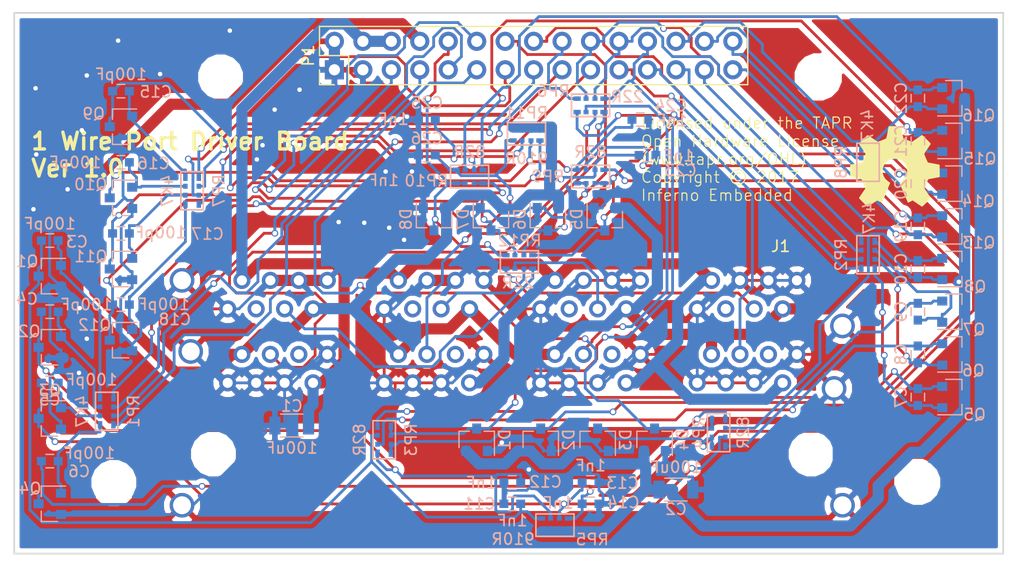
<source format=kicad_pcb>
(kicad_pcb (version 4) (host pcbnew 4.0.6)
  (title_block (title "1 Wire Driver Board") (date 2017-06-18) (rev 1.0) (company "Inferno Embedded"))
  (layers (0 F.Cu signal) (31 B.Cu signal) (34 B.Paste user) (35 F.Paste user) (36 B.SilkS user) (37 F.SilkS user) (38 B.Mask user) (39 F.Mask user) (44 Edge.Cuts user))
  (net 0 "")
  (net 1 +24V)
  (net 2 GND)
  (net 3 +5V)
  (net 4 /Driver0/PD0)
  (net 5 "Net-(C3-Pad2)")
  (net 6 /Driver0/PD1)
  (net 7 "Net-(C4-Pad2)")
  (net 8 /Driver0/PD2)
  (net 9 "Net-(C5-Pad2)")
  (net 10 /Driver0/PD3)
  (net 11 "Net-(C6-Pad2)")
  (net 12 /Driver0/PU0)
  (net 13 "Net-(C7-Pad2)")
  (net 14 /Driver0/PU1)
  (net 15 "Net-(C8-Pad2)")
  (net 16 /Driver0/PU2)
  (net 17 "Net-(C9-Pad2)")
  (net 18 /Driver0/PU3)
  (net 19 "Net-(C10-Pad2)")
  (net 20 /Driver1/PD0)
  (net 21 "Net-(C15-Pad2)")
  (net 22 /Driver1/PD1)
  (net 23 "Net-(C16-Pad2)")
  (net 24 /Driver1/PD2)
  (net 25 "Net-(C17-Pad2)")
  (net 26 /Driver1/PD3)
  (net 27 "Net-(C18-Pad2)")
  (net 28 /Driver1/PU0)
  (net 29 "Net-(C19-Pad2)")
  (net 30 /Driver1/PU1)
  (net 31 "Net-(C20-Pad2)")
  (net 32 /Driver1/PU2)
  (net 33 "Net-(C21-Pad2)")
  (net 34 /Driver1/PU3)
  (net 35 "Net-(C22-Pad2)")
  (net 36 /SENSE0)
  (net 37 /SENSE1)
  (net 38 /SENSE2)
  (net 39 /SENSE3)
  (net 40 /SENSE4)
  (net 41 /SENSE5)
  (net 42 /SENSE6)
  (net 43 /SENSE7)
  (net 44 /OUT0)
  (net 45 /OUT1)
  (net 46 /OUT2)
  (net 47 /OUT3)
  (net 48 /OUT4)
  (net 49 /OUT5)
  (net 50 /OUT6)
  (net 51 /OUT7)
  (net 52 /DRIVE0)
  (net 53 /DPU0)
  (net 54 /DRIVE1)
  (net 55 /DPU7)
  (net 56 /DPU1)
  (net 57 /DRIVE7)
  (net 58 /DRIVE2)
  (net 59 /DPU6)
  (net 60 /DPU2)
  (net 61 /DRIVE6)
  (net 62 /DRIVE3)
  (net 63 /DPU5)
  (net 64 /DPU3)
  (net 65 /DRIVE5)
  (net 66 /DRIVE4)
  (net 67 /DPU4)
  (module Mounting_Holes:MountingHole_3.2mm_M3 (layer F.Cu) (at 200.66 83.185)
    (fp_text reference REF4 hide)
    (fp_text value MountingHole_3.2mm_M3)
    (pad 1 np_thru_hole circle (at 0 0) (size 3.2 3.2) (drill 3.2) (layers *.Cu *.Mask))
  )
  (module Mounting_Holes:MountingHole_3.2mm_M3 (layer F.Cu) (at 147.32 83.185)
    (fp_text reference REF0 hide)
    (fp_text value MountingHole_3.2mm_M3)
    (pad 1 np_thru_hole circle (at 0 0) (size 3.2 3.2) (drill 3.2) (layers *.Cu *.Mask))
  )
  (module Mounting_Holes:MountingHole_3.2mm_M3 (layer F.Cu) (at 209.55 119.38)
    (fp_text reference REF3 hide)
    (fp_text value MountingHole_3.2mm_M3)
    (pad 1 np_thru_hole circle (at 0 0) (size 3.2 3.2) (drill 3.2) (layers *.Cu *.Mask))
  )
  (module Capacitors_SMD:C_1206 (layer B.Cu) (at 153.67 114.3 180)
    (fp_text reference C1 (at 0 1.75 180) (layer B.SilkS) (effects (justify mirror)))
    (fp_text value 100uF (at 0 -2 180) (layer B.SilkS) (effects (justify mirror)))
    (pad 1 smd rect (at -1.5 0 180) (size 1 1.6) (layers B.Cu B.Paste B.Mask) (net 1 +24V))
    (pad 2 smd rect (at 1.5 0 180) (size 1 1.6) (layers B.Cu B.Paste B.Mask) (net 2 GND))
  )
  (module Capacitors_SMD:C_1206 (layer B.Cu) (at 187.96 120.015)
    (fp_text reference C2 (at 0 1.75) (layer B.SilkS) (effects (justify mirror)))
    (fp_text value 100uF (at 0 -2) (layer B.SilkS) (effects (justify mirror)))
    (pad 1 smd rect (at -1.5 0) (size 1 1.6) (layers B.Cu B.Paste B.Mask) (net 3 +5V))
    (pad 2 smd rect (at 1.5 0) (size 1 1.6) (layers B.Cu B.Paste B.Mask) (net 2 GND))
  )
  (module Capacitors_SMD:C_0603 (layer B.Cu) (at 132.08 97.79)
    (fp_text reference C3 (at 2.4257 0.1143) (layer B.SilkS) (effects (justify mirror)))
    (fp_text value 100pF (at 0 -1.5) (layer B.SilkS) (effects (justify mirror)))
    (pad 1 smd rect (at -0.75 0) (size 0.8 0.75) (layers B.Cu B.Paste B.Mask) (net 4 /Driver0/PD0))
    (pad 2 smd rect (at 0.75 0) (size 0.8 0.75) (layers B.Cu B.Paste B.Mask) (net 5 "Net-(C3-Pad2)"))
  )
  (module Capacitors_SMD:C_0603 (layer B.Cu) (at 132.08 104.14)
    (fp_text reference C4 (at -2.032 -1.143) (layer B.SilkS) (effects (justify mirror)))
    (fp_text value 100pF (at 3.2766 -0.635) (layer B.SilkS) (effects (justify mirror)))
    (pad 1 smd rect (at -0.75 0) (size 0.8 0.75) (layers B.Cu B.Paste B.Mask) (net 6 /Driver0/PD1))
    (pad 2 smd rect (at 0.75 0) (size 0.8 0.75) (layers B.Cu B.Paste B.Mask) (net 7 "Net-(C4-Pad2)"))
  )
  (module Capacitors_SMD:C_0603 (layer B.Cu) (at 132.08 110.49)
    (fp_text reference C5 (at 0 1.5) (layer B.SilkS) (effects (justify mirror)))
    (fp_text value 100pF (at 3.7211 -0.2794) (layer B.SilkS) (effects (justify mirror)))
    (pad 1 smd rect (at -0.75 0) (size 0.8 0.75) (layers B.Cu B.Paste B.Mask) (net 8 /Driver0/PD2))
    (pad 2 smd rect (at 0.75 0) (size 0.8 0.75) (layers B.Cu B.Paste B.Mask) (net 9 "Net-(C5-Pad2)"))
  )
  (module Capacitors_SMD:C_0603 (layer B.Cu) (at 132.08 117.475)
    (fp_text reference C6 (at 2.6162 0.9144) (layer B.SilkS) (effects (justify mirror)))
    (fp_text value 100pF (at 3.5179 -0.7112) (layer B.SilkS) (effects (justify mirror)))
    (pad 1 smd rect (at -0.75 0) (size 0.8 0.75) (layers B.Cu B.Paste B.Mask) (net 10 /Driver0/PD3))
    (pad 2 smd rect (at 0.75 0) (size 0.8 0.75) (layers B.Cu B.Paste B.Mask) (net 11 "Net-(C6-Pad2)"))
  )
  (module Capacitors_SMD:C_0603 (layer B.Cu) (at 209.55 111.76 270)
    (fp_text reference C7 (at 0 1.5 270) (layer B.SilkS) (effects (justify mirror)))
    (fp_text value 100pF)
    (pad 1 smd rect (at -0.75 0 270) (size 0.8 0.75) (layers B.Cu B.Paste B.Mask) (net 12 /Driver0/PU0))
    (pad 2 smd rect (at 0.75 0 270) (size 0.8 0.75) (layers B.Cu B.Paste B.Mask) (net 13 "Net-(C7-Pad2)"))
  )
  (module Capacitors_SMD:C_0603 (layer B.Cu) (at 209.55 107.95 270)
    (fp_text reference C8 (at 0 1.5 270) (layer B.SilkS) (effects (justify mirror)))
    (fp_text value 100pF)
    (pad 1 smd rect (at -0.75 0 270) (size 0.8 0.75) (layers B.Cu B.Paste B.Mask) (net 14 /Driver0/PU1))
    (pad 2 smd rect (at 0.75 0 270) (size 0.8 0.75) (layers B.Cu B.Paste B.Mask) (net 15 "Net-(C8-Pad2)"))
  )
  (module Capacitors_SMD:C_0603 (layer B.Cu) (at 209.55 104.14 270)
    (fp_text reference C9 (at 0 1.5 270) (layer B.SilkS) (effects (justify mirror)))
    (fp_text value 100pF)
    (pad 1 smd rect (at -0.75 0 270) (size 0.8 0.75) (layers B.Cu B.Paste B.Mask) (net 16 /Driver0/PU2))
    (pad 2 smd rect (at 0.75 0 270) (size 0.8 0.75) (layers B.Cu B.Paste B.Mask) (net 17 "Net-(C9-Pad2)"))
  )
  (module Capacitors_SMD:C_0603 (layer B.Cu) (at 209.55 100.33 270)
    (fp_text reference C10 (at 0 1.5 270) (layer B.SilkS) (effects (justify mirror)))
    (fp_text value 100pF)
    (pad 1 smd rect (at -0.75 0 270) (size 0.8 0.75) (layers B.Cu B.Paste B.Mask) (net 18 /Driver0/PU3))
    (pad 2 smd rect (at 0.75 0 270) (size 0.8 0.75) (layers B.Cu B.Paste B.Mask) (net 19 "Net-(C10-Pad2)"))
  )
  (module Capacitors_SMD:C_0603 (layer B.Cu) (at 173.355 121.285 180)
    (fp_text reference C11 (at 2.9337 0 180) (layer B.SilkS) (effects (justify mirror)))
    (fp_text value 1nF (at 0 -1.5 180) (layer B.SilkS) (effects (justify mirror)))
    (pad 1 smd rect (at -0.75 0 180) (size 0.8 0.75) (layers B.Cu B.Paste B.Mask) (net 4 /Driver0/PD0))
    (pad 2 smd rect (at 0.75 0 180) (size 0.8 0.75) (layers B.Cu B.Paste B.Mask) (net 2 GND))
  )
  (module Capacitors_SMD:C_0603 (layer B.Cu) (at 173.355 119.38 180)
    (fp_text reference C12 (at -2.9718 0.0508 180) (layer B.SilkS) (effects (justify mirror)))
    (fp_text value 1nF (at 2.7559 -0.0254 180) (layer B.SilkS) (effects (justify mirror)))
    (pad 1 smd rect (at -0.75 0 180) (size 0.8 0.75) (layers B.Cu B.Paste B.Mask) (net 6 /Driver0/PD1))
    (pad 2 smd rect (at 0.75 0 180) (size 0.8 0.75) (layers B.Cu B.Paste B.Mask) (net 2 GND))
  )
  (module Capacitors_SMD:C_0603 (layer B.Cu) (at 180.34 119.38)
    (fp_text reference C13 (at 2.8575 0.0508) (layer B.SilkS) (effects (justify mirror)))
    (fp_text value 1nF (at 0 -1.5) (layer B.SilkS) (effects (justify mirror)))
    (pad 1 smd rect (at -0.75 0) (size 0.8 0.75) (layers B.Cu B.Paste B.Mask) (net 8 /Driver0/PD2))
    (pad 2 smd rect (at 0.75 0) (size 0.8 0.75) (layers B.Cu B.Paste B.Mask) (net 2 GND))
  )
  (module Capacitors_SMD:C_0603 (layer B.Cu) (at 180.34 121.285)
    (fp_text reference C14 (at 2.921 -0.127) (layer B.SilkS) (effects (justify mirror)))
    (fp_text value 1nF (at -2.8829 -0.0762) (layer B.SilkS) (effects (justify mirror)))
    (pad 1 smd rect (at -0.75 0) (size 0.8 0.75) (layers B.Cu B.Paste B.Mask) (net 10 /Driver0/PD3))
    (pad 2 smd rect (at 0.75 0) (size 0.8 0.75) (layers B.Cu B.Paste B.Mask) (net 2 GND))
  )
  (module Capacitors_SMD:C_0603 (layer B.Cu) (at 138.43 84.455)
    (fp_text reference C15 (at 3.1115 0.0635) (layer B.SilkS) (effects (justify mirror)))
    (fp_text value 100pF (at 0 -1.5) (layer B.SilkS) (effects (justify mirror)))
    (pad 1 smd rect (at -0.75 0) (size 0.8 0.75) (layers B.Cu B.Paste B.Mask) (net 20 /Driver1/PD0))
    (pad 2 smd rect (at 0.75 0) (size 0.8 0.75) (layers B.Cu B.Paste B.Mask) (net 21 "Net-(C15-Pad2)"))
  )
  (module Capacitors_SMD:C_0603 (layer B.Cu) (at 138.43 90.805)
    (fp_text reference C16 (at 2.9083 0.1016) (layer B.SilkS) (effects (justify mirror)))
    (fp_text value 100pF (at -4.0767 0.0127) (layer B.SilkS) (effects (justify mirror)))
    (pad 1 smd rect (at -0.75 0) (size 0.8 0.75) (layers B.Cu B.Paste B.Mask) (net 22 /Driver1/PD1))
    (pad 2 smd rect (at 0.75 0) (size 0.8 0.75) (layers B.Cu B.Paste B.Mask) (net 23 "Net-(C16-Pad2)"))
  )
  (module Capacitors_SMD:C_0603 (layer B.Cu) (at 138.43 97.155)
    (fp_text reference C17 (at 7.7343 0.0508) (layer B.SilkS) (effects (justify mirror)))
    (fp_text value 100pF (at 3.5306 -0.0762) (layer B.SilkS) (effects (justify mirror)))
    (pad 1 smd rect (at -0.75 0) (size 0.8 0.75) (layers B.Cu B.Paste B.Mask) (net 24 /Driver1/PD2))
    (pad 2 smd rect (at 0.75 0) (size 0.8 0.75) (layers B.Cu B.Paste B.Mask) (net 25 "Net-(C17-Pad2)"))
  )
  (module Capacitors_SMD:C_0603 (layer B.Cu) (at 138.43 103.505)
    (fp_text reference C18 (at 4.8133 1.3208) (layer B.SilkS) (effects (justify mirror)))
    (fp_text value 100pF (at 3.8227 -0.0254) (layer B.SilkS) (effects (justify mirror)))
    (pad 1 smd rect (at -0.75 0) (size 0.8 0.75) (layers B.Cu B.Paste B.Mask) (net 26 /Driver1/PD3))
    (pad 2 smd rect (at 0.75 0) (size 0.8 0.75) (layers B.Cu B.Paste B.Mask) (net 27 "Net-(C18-Pad2)"))
  )
  (module Capacitors_SMD:C_0603 (layer B.Cu) (at 209.55 96.52 270)
    (fp_text reference C19 (at 0 1.5 270) (layer B.SilkS) (effects (justify mirror)))
    (fp_text value 100pF)
    (pad 1 smd rect (at -0.75 0 270) (size 0.8 0.75) (layers B.Cu B.Paste B.Mask) (net 28 /Driver1/PU0))
    (pad 2 smd rect (at 0.75 0 270) (size 0.8 0.75) (layers B.Cu B.Paste B.Mask) (net 29 "Net-(C19-Pad2)"))
  )
  (module Capacitors_SMD:C_0603 (layer B.Cu) (at 209.55 92.71 270)
    (fp_text reference C20 (at 0 1.5 270) (layer B.SilkS) (effects (justify mirror)))
    (fp_text value 100pF)
    (pad 1 smd rect (at -0.75 0 270) (size 0.8 0.75) (layers B.Cu B.Paste B.Mask) (net 30 /Driver1/PU1))
    (pad 2 smd rect (at 0.75 0 270) (size 0.8 0.75) (layers B.Cu B.Paste B.Mask) (net 31 "Net-(C20-Pad2)"))
  )
  (module Capacitors_SMD:C_0603 (layer B.Cu) (at 209.55 88.9 270)
    (fp_text reference C21 (at 0 1.5 270) (layer B.SilkS) (effects (justify mirror)))
    (fp_text value 100pF)
    (pad 1 smd rect (at -0.75 0 270) (size 0.8 0.75) (layers B.Cu B.Paste B.Mask) (net 32 /Driver1/PU2))
    (pad 2 smd rect (at 0.75 0 270) (size 0.8 0.75) (layers B.Cu B.Paste B.Mask) (net 33 "Net-(C21-Pad2)"))
  )
  (module Capacitors_SMD:C_0603 (layer B.Cu) (at 209.55 85.09 270)
    (fp_text reference C22 (at 0 1.5 270) (layer B.SilkS) (effects (justify mirror)))
    (fp_text value 100pF)
    (pad 1 smd rect (at -0.75 0 270) (size 0.8 0.75) (layers B.Cu B.Paste B.Mask) (net 34 /Driver1/PU3))
    (pad 2 smd rect (at 0.75 0 270) (size 0.8 0.75) (layers B.Cu B.Paste B.Mask) (net 35 "Net-(C22-Pad2)"))
  )
  (module Capacitors_SMD:C_0603 (layer B.Cu) (at 185.42 90.17)
    (fp_text reference C23 (at 2.9464 1.3716) (layer B.SilkS) (effects (justify mirror)))
    (fp_text value 1nF (at 2.7813 0.0508) (layer B.SilkS) (effects (justify mirror)))
    (pad 1 smd rect (at -0.75 0) (size 0.8 0.75) (layers B.Cu B.Paste B.Mask) (net 20 /Driver1/PD0))
    (pad 2 smd rect (at 0.75 0) (size 0.8 0.75) (layers B.Cu B.Paste B.Mask) (net 2 GND))
  )
  (module Capacitors_SMD:C_0603 (layer B.Cu) (at 184.785 86.995)
    (fp_text reference C24 (at 2.7178 -1.2446) (layer B.SilkS) (effects (justify mirror)))
    (fp_text value 1nF (at 2.8448 0.0762) (layer B.SilkS) (effects (justify mirror)))
    (pad 1 smd rect (at -0.75 0) (size 0.8 0.75) (layers B.Cu B.Paste B.Mask) (net 22 /Driver1/PD1))
    (pad 2 smd rect (at 0.75 0) (size 0.8 0.75) (layers B.Cu B.Paste B.Mask) (net 2 GND))
  )
  (module Capacitors_SMD:C_0603 (layer B.Cu) (at 165.735 86.995 180)
    (fp_text reference C25 (at 0 1.5 180) (layer B.SilkS) (effects (justify mirror)))
    (fp_text value 1nF (at 2.9845 0.0381 180) (layer B.SilkS) (effects (justify mirror)))
    (pad 1 smd rect (at -0.75 0 180) (size 0.8 0.75) (layers B.Cu B.Paste B.Mask) (net 24 /Driver1/PD2))
    (pad 2 smd rect (at 0.75 0 180) (size 0.8 0.75) (layers B.Cu B.Paste B.Mask) (net 2 GND))
  )
  (module Capacitors_SMD:C_0603 (layer B.Cu) (at 165.735 90.17 180)
    (fp_text reference C26 (at 0 1.5 180) (layer B.SilkS) (effects (justify mirror)))
    (fp_text value 1nF (at 3.8608 -2.2352 180) (layer B.SilkS) (effects (justify mirror)))
    (pad 1 smd rect (at -0.75 0 180) (size 0.8 0.75) (layers B.Cu B.Paste B.Mask) (net 26 /Driver1/PD3))
    (pad 2 smd rect (at 0.75 0 180) (size 0.8 0.75) (layers B.Cu B.Paste B.Mask) (net 2 GND))
  )
  (module TO_SOT_Packages_SMD:SOT-23 (layer B.Cu) (at 170.18 115.57 90)
    (fp_text reference D1 (at 0 2.5 90) (layer B.SilkS) (effects (justify mirror)))
    (fp_text value BAT54S)
    (pad 1 smd rect (at -1 0.95 90) (size 0.9 0.8) (layers B.Cu B.Paste B.Mask) (net 2 GND))
    (pad 2 smd rect (at -1 -0.95 90) (size 0.9 0.8) (layers B.Cu B.Paste B.Mask) (net 3 +5V))
    (pad 3 smd rect (at 1 0 90) (size 0.9 0.8) (layers B.Cu B.Paste B.Mask) (net 36 /SENSE0))
  )
  (module TO_SOT_Packages_SMD:SOT-23 (layer B.Cu) (at 175.895 115.57 90)
    (fp_text reference D2 (at 0 2.5 90) (layer B.SilkS) (effects (justify mirror)))
    (fp_text value BAT54S)
    (pad 1 smd rect (at -1 0.95 90) (size 0.9 0.8) (layers B.Cu B.Paste B.Mask) (net 2 GND))
    (pad 2 smd rect (at -1 -0.95 90) (size 0.9 0.8) (layers B.Cu B.Paste B.Mask) (net 3 +5V))
    (pad 3 smd rect (at 1 0 90) (size 0.9 0.8) (layers B.Cu B.Paste B.Mask) (net 37 /SENSE1))
  )
  (module TO_SOT_Packages_SMD:SOT-23 (layer B.Cu) (at 180.975 115.57 90)
    (fp_text reference D3 (at 0 2.5 90) (layer B.SilkS) (effects (justify mirror)))
    (fp_text value BAT54S)
    (pad 1 smd rect (at -1 0.95 90) (size 0.9 0.8) (layers B.Cu B.Paste B.Mask) (net 2 GND))
    (pad 2 smd rect (at -1 -0.95 90) (size 0.9 0.8) (layers B.Cu B.Paste B.Mask) (net 3 +5V))
    (pad 3 smd rect (at 1 0 90) (size 0.9 0.8) (layers B.Cu B.Paste B.Mask) (net 38 /SENSE2))
  )
  (module TO_SOT_Packages_SMD:SOT-23 (layer B.Cu) (at 186.055 115.57 90)
    (fp_text reference D4 (at 0 2.5 90) (layer B.SilkS) (effects (justify mirror)))
    (fp_text value BAT54S)
    (pad 1 smd rect (at -1 0.95 90) (size 0.9 0.8) (layers B.Cu B.Paste B.Mask) (net 2 GND))
    (pad 2 smd rect (at -1 -0.95 90) (size 0.9 0.8) (layers B.Cu B.Paste B.Mask) (net 3 +5V))
    (pad 3 smd rect (at 1 0 90) (size 0.9 0.8) (layers B.Cu B.Paste B.Mask) (net 39 /SENSE3))
  )
  (module TO_SOT_Packages_SMD:SOT-23 (layer B.Cu) (at 181.61 95.885 270)
    (fp_text reference D5 (at 0 2.5 270) (layer B.SilkS) (effects (justify mirror)))
    (fp_text value BAT54S)
    (pad 1 smd rect (at -1 0.95 270) (size 0.9 0.8) (layers B.Cu B.Paste B.Mask) (net 2 GND))
    (pad 2 smd rect (at -1 -0.95 270) (size 0.9 0.8) (layers B.Cu B.Paste B.Mask) (net 3 +5V))
    (pad 3 smd rect (at 1 0 270) (size 0.9 0.8) (layers B.Cu B.Paste B.Mask) (net 40 /SENSE4))
  )
  (module TO_SOT_Packages_SMD:SOT-23 (layer B.Cu) (at 176.53 95.885 270)
    (fp_text reference D6 (at 0 2.5 270) (layer B.SilkS) (effects (justify mirror)))
    (fp_text value BAT54S)
    (pad 1 smd rect (at -1 0.95 270) (size 0.9 0.8) (layers B.Cu B.Paste B.Mask) (net 2 GND))
    (pad 2 smd rect (at -1 -0.95 270) (size 0.9 0.8) (layers B.Cu B.Paste B.Mask) (net 3 +5V))
    (pad 3 smd rect (at 1 0 270) (size 0.9 0.8) (layers B.Cu B.Paste B.Mask) (net 41 /SENSE5))
  )
  (module TO_SOT_Packages_SMD:SOT-23 (layer B.Cu) (at 171.45 95.885 270)
    (fp_text reference D7 (at 0 2.5 270) (layer B.SilkS) (effects (justify mirror)))
    (fp_text value BAT54S)
    (pad 1 smd rect (at -1 0.95 270) (size 0.9 0.8) (layers B.Cu B.Paste B.Mask) (net 2 GND))
    (pad 2 smd rect (at -1 -0.95 270) (size 0.9 0.8) (layers B.Cu B.Paste B.Mask) (net 3 +5V))
    (pad 3 smd rect (at 1 0 270) (size 0.9 0.8) (layers B.Cu B.Paste B.Mask) (net 42 /SENSE6))
  )
  (module TO_SOT_Packages_SMD:SOT-23 (layer B.Cu) (at 166.37 95.885 270)
    (fp_text reference D8 (at 0 2.5 270) (layer B.SilkS) (effects (justify mirror)))
    (fp_text value BAT54S)
    (pad 1 smd rect (at -1 0.95 270) (size 0.9 0.8) (layers B.Cu B.Paste B.Mask) (net 2 GND))
    (pad 2 smd rect (at -1 -0.95 270) (size 0.9 0.8) (layers B.Cu B.Paste B.Mask) (net 3 +5V))
    (pad 3 smd rect (at 1 0 270) (size 0.9 0.8) (layers B.Cu B.Paste B.Mask) (net 43 /SENSE7))
  )
  (module RJ45:RJ45-2x4-R (layer F.Cu) (at 147.955 110.49)
    (fp_text reference J1 (at 49.35 -12.19) (layer F.SilkS))
    (fp_text value RJ45-2x4Port)
    (pad 1 thru_hole circle (at 0 0) (size 1.524 1.524) (drill 0.9) (layers *.Cu *.Mask) (net 2 GND))
    (pad 2 thru_hole circle (at 1.27 -2.54) (size 1.524 1.524) (drill 0.9) (layers *.Cu *.Mask) (net 3 +5V))
    (pad 3 thru_hole circle (at 2.54 0) (size 1.524 1.524) (drill 0.9) (layers *.Cu *.Mask) (net 2 GND))
    (pad 4 thru_hole circle (at 3.81 -2.54) (size 1.524 1.524) (drill 0.9) (layers *.Cu *.Mask) (net 44 /OUT0))
    (pad 5 thru_hole circle (at 5.08 0) (size 1.524 1.524) (drill 0.9) (layers *.Cu *.Mask) (net 2 GND))
    (pad 6 thru_hole circle (at 6.35 -2.54) (size 1.524 1.524) (drill 0.9) (layers *.Cu *.Mask))
    (pad 7 thru_hole circle (at 7.62 0) (size 1.524 1.524) (drill 0.9) (layers *.Cu *.Mask) (net 1 +24V))
    (pad 8 thru_hole circle (at 8.89 -2.54) (size 1.524 1.524) (drill 0.9) (layers *.Cu *.Mask) (net 2 GND))
    (pad 9 thru_hole circle (at 13.97 0) (size 1.524 1.524) (drill 0.9) (layers *.Cu *.Mask) (net 2 GND))
    (pad 10 thru_hole circle (at 15.24 -2.54) (size 1.524 1.524) (drill 0.9) (layers *.Cu *.Mask) (net 3 +5V))
    (pad 11 thru_hole circle (at 16.51 0) (size 1.524 1.524) (drill 0.9) (layers *.Cu *.Mask) (net 2 GND))
    (pad 12 thru_hole circle (at 17.78 -2.54) (size 1.524 1.524) (drill 0.9) (layers *.Cu *.Mask) (net 45 /OUT1))
    (pad 13 thru_hole circle (at 19.05 0) (size 1.524 1.524) (drill 0.9) (layers *.Cu *.Mask) (net 2 GND))
    (pad 14 thru_hole circle (at 20.32 -2.54) (size 1.524 1.524) (drill 0.9) (layers *.Cu *.Mask))
    (pad 15 thru_hole circle (at 21.59 0) (size 1.524 1.524) (drill 0.9) (layers *.Cu *.Mask) (net 1 +24V))
    (pad 16 thru_hole circle (at 22.86 -2.54) (size 1.524 1.524) (drill 0.9) (layers *.Cu *.Mask) (net 2 GND))
    (pad 17 thru_hole circle (at 27.94 0) (size 1.524 1.524) (drill 0.9) (layers *.Cu *.Mask) (net 2 GND))
    (pad 18 thru_hole circle (at 29.21 -2.54) (size 1.524 1.524) (drill 0.9) (layers *.Cu *.Mask) (net 3 +5V))
    (pad 19 thru_hole circle (at 30.48 0) (size 1.524 1.524) (drill 0.9) (layers *.Cu *.Mask) (net 2 GND))
    (pad 20 thru_hole circle (at 31.75 -2.54) (size 1.524 1.524) (drill 0.9) (layers *.Cu *.Mask) (net 46 /OUT2))
    (pad 21 thru_hole circle (at 33.02 0) (size 1.524 1.524) (drill 0.9) (layers *.Cu *.Mask) (net 2 GND))
    (pad 22 thru_hole circle (at 34.29 -2.54) (size 1.524 1.524) (drill 0.9) (layers *.Cu *.Mask))
    (pad 23 thru_hole circle (at 35.56 0) (size 1.524 1.524) (drill 0.9) (layers *.Cu *.Mask) (net 1 +24V))
    (pad 24 thru_hole circle (at 36.83 -2.54) (size 1.524 1.524) (drill 0.9) (layers *.Cu *.Mask) (net 2 GND))
    (pad 25 thru_hole circle (at 41.91 0) (size 1.524 1.524) (drill 0.9) (layers *.Cu *.Mask) (net 2 GND))
    (pad 26 thru_hole circle (at 43.18 -2.54) (size 1.524 1.524) (drill 0.9) (layers *.Cu *.Mask) (net 3 +5V))
    (pad 27 thru_hole circle (at 44.45 0) (size 1.524 1.524) (drill 0.9) (layers *.Cu *.Mask) (net 2 GND))
    (pad 28 thru_hole circle (at 45.72 -2.54) (size 1.524 1.524) (drill 0.9) (layers *.Cu *.Mask) (net 47 /OUT3))
    (pad 29 thru_hole circle (at 46.99 0) (size 1.524 1.524) (drill 0.9) (layers *.Cu *.Mask) (net 2 GND))
    (pad 30 thru_hole circle (at 48.26 -2.54) (size 1.524 1.524) (drill 0.9) (layers *.Cu *.Mask))
    (pad 31 thru_hole circle (at 49.53 0) (size 1.524 1.524) (drill 0.9) (layers *.Cu *.Mask) (net 1 +24V))
    (pad 32 thru_hole circle (at 50.8 -2.54) (size 1.524 1.524) (drill 0.9) (layers *.Cu *.Mask) (net 2 GND))
    (pad 33 thru_hole circle (at 8.89 -9.144) (size 1.524 1.524) (drill 0.9) (layers *.Cu *.Mask) (net 2 GND))
    (pad 34 thru_hole circle (at 7.62 -6.604) (size 1.524 1.524) (drill 0.9) (layers *.Cu *.Mask) (net 3 +5V))
    (pad 35 thru_hole circle (at 6.35 -9.144) (size 1.524 1.524) (drill 0.9) (layers *.Cu *.Mask) (net 2 GND))
    (pad 36 thru_hole circle (at 5.08 -6.604) (size 1.524 1.524) (drill 0.9) (layers *.Cu *.Mask) (net 48 /OUT4))
    (pad 37 thru_hole circle (at 3.81 -9.144) (size 1.524 1.524) (drill 0.9) (layers *.Cu *.Mask) (net 2 GND))
    (pad 38 thru_hole circle (at 2.54 -6.604) (size 1.524 1.524) (drill 0.9) (layers *.Cu *.Mask))
    (pad 39 thru_hole circle (at 1.27 -9.144) (size 1.524 1.524) (drill 0.9) (layers *.Cu *.Mask) (net 1 +24V))
    (pad 40 thru_hole circle (at 0 -6.604) (size 1.524 1.524) (drill 0.9) (layers *.Cu *.Mask) (net 2 GND))
    (pad 41 thru_hole circle (at 22.86 -9.144) (size 1.524 1.524) (drill 0.9) (layers *.Cu *.Mask) (net 2 GND))
    (pad 42 thru_hole circle (at 21.59 -6.604) (size 1.524 1.524) (drill 0.9) (layers *.Cu *.Mask) (net 3 +5V))
    (pad 43 thru_hole circle (at 20.32 -9.144) (size 1.524 1.524) (drill 0.9) (layers *.Cu *.Mask) (net 2 GND))
    (pad 44 thru_hole circle (at 19.05 -6.604) (size 1.524 1.524) (drill 0.9) (layers *.Cu *.Mask) (net 49 /OUT5))
    (pad 45 thru_hole circle (at 17.78 -9.144) (size 1.524 1.524) (drill 0.9) (layers *.Cu *.Mask) (net 2 GND))
    (pad 46 thru_hole circle (at 16.51 -6.604) (size 1.524 1.524) (drill 0.9) (layers *.Cu *.Mask))
    (pad 47 thru_hole circle (at 15.24 -9.144) (size 1.524 1.524) (drill 0.9) (layers *.Cu *.Mask) (net 1 +24V))
    (pad 48 thru_hole circle (at 13.97 -6.604) (size 1.524 1.524) (drill 0.9) (layers *.Cu *.Mask) (net 2 GND))
    (pad 49 thru_hole circle (at 36.83 -9.144) (size 1.524 1.524) (drill 0.9) (layers *.Cu *.Mask) (net 2 GND))
    (pad 50 thru_hole circle (at 35.56 -6.604) (size 1.524 1.524) (drill 0.9) (layers *.Cu *.Mask) (net 3 +5V))
    (pad 51 thru_hole circle (at 34.29 -9.144) (size 1.524 1.524) (drill 0.9) (layers *.Cu *.Mask) (net 2 GND))
    (pad 52 thru_hole circle (at 33.02 -6.604) (size 1.524 1.524) (drill 0.9) (layers *.Cu *.Mask) (net 50 /OUT6))
    (pad 53 thru_hole circle (at 31.75 -9.144) (size 1.524 1.524) (drill 0.9) (layers *.Cu *.Mask) (net 2 GND))
    (pad 54 thru_hole circle (at 30.48 -6.604) (size 1.524 1.524) (drill 0.9) (layers *.Cu *.Mask))
    (pad 55 thru_hole circle (at 29.21 -9.144) (size 1.524 1.524) (drill 0.9) (layers *.Cu *.Mask) (net 1 +24V))
    (pad 56 thru_hole circle (at 27.94 -6.604) (size 1.524 1.524) (drill 0.9) (layers *.Cu *.Mask) (net 2 GND))
    (pad 57 thru_hole circle (at 50.8 -9.144) (size 1.524 1.524) (drill 0.9) (layers *.Cu *.Mask) (net 2 GND))
    (pad 58 thru_hole circle (at 49.53 -6.604) (size 1.524 1.524) (drill 0.9) (layers *.Cu *.Mask) (net 3 +5V))
    (pad 59 thru_hole circle (at 48.26 -9.144) (size 1.524 1.524) (drill 0.9) (layers *.Cu *.Mask) (net 2 GND))
    (pad 60 thru_hole circle (at 46.99 -6.604) (size 1.524 1.524) (drill 0.9) (layers *.Cu *.Mask) (net 51 /OUT7))
    (pad 61 thru_hole circle (at 45.72 -9.144) (size 1.524 1.524) (drill 0.9) (layers *.Cu *.Mask) (net 2 GND))
    (pad 62 thru_hole circle (at 44.45 -6.604) (size 1.524 1.524) (drill 0.9) (layers *.Cu *.Mask))
    (pad 63 thru_hole circle (at 43.18 -9.144) (size 1.524 1.524) (drill 0.9) (layers *.Cu *.Mask) (net 1 +24V))
    (pad 64 thru_hole circle (at 41.91 -6.604) (size 1.524 1.524) (drill 0.9) (layers *.Cu *.Mask) (net 2 GND))
    (pad 65 thru_hole circle (at -3.3 -2.8) (size 2.2 2.2) (drill 1.6) (layers *.Cu *.Mask) (net 2 GND))
    (pad 65 thru_hole circle (at -4.075 -9.15) (size 2.2 2.2) (drill 1.6) (layers *.Cu *.Mask) (net 2 GND))
    (pad 65 thru_hole circle (at -4.075 10.925) (size 2.2 2.2) (drill 1.6) (layers *.Cu *.Mask) (net 2 GND))
    (pad 65 thru_hole circle (at 54.875 10.925) (size 2.2 2.2) (drill 1.6) (layers *.Cu *.Mask) (net 2 GND))
    (pad 65 thru_hole circle (at 54.12 0.5) (size 2.2 2.2) (drill 1.6) (layers *.Cu *.Mask) (net 2 GND))
    (pad 65 thru_hole circle (at 54.87 -5.08) (size 2.2 2.2) (drill 1.6) (layers *.Cu *.Mask) (net 2 GND))
    (pad "" np_thru_hole circle (at -1.27 6.35) (size 3.2 3.2) (drill 3.2) (layers *.Cu *.Mask))
    (pad "" np_thru_hole circle (at 52.07 6.35) (size 3.2 3.2) (drill 3.2) (layers *.Cu *.Mask))
  )
  (module TO_SOT_Packages_SMD:SOT-23 (layer B.Cu) (at 132.08 100.965 180)
    (fp_text reference Q1 (at 2.0193 1.3208 180) (layer B.SilkS) (effects (justify mirror)))
    (fp_text value 2N7002)
    (pad 1 smd rect (at -1 0.95 180) (size 0.9 0.8) (layers B.Cu B.Paste B.Mask) (net 5 "Net-(C3-Pad2)"))
    (pad 2 smd rect (at -1 -0.95 180) (size 0.9 0.8) (layers B.Cu B.Paste B.Mask) (net 2 GND))
    (pad 3 smd rect (at 1 0 180) (size 0.9 0.8) (layers B.Cu B.Paste B.Mask) (net 4 /Driver0/PD0))
  )
  (module TO_SOT_Packages_SMD:SOT-23 (layer B.Cu) (at 132.08 107.315 180)
    (fp_text reference Q2 (at 1.8288 1.4224 180) (layer B.SilkS) (effects (justify mirror)))
    (fp_text value 2N7002)
    (pad 1 smd rect (at -1 0.95 180) (size 0.9 0.8) (layers B.Cu B.Paste B.Mask) (net 7 "Net-(C4-Pad2)"))
    (pad 2 smd rect (at -1 -0.95 180) (size 0.9 0.8) (layers B.Cu B.Paste B.Mask) (net 2 GND))
    (pad 3 smd rect (at 1 0 180) (size 0.9 0.8) (layers B.Cu B.Paste B.Mask) (net 6 /Driver0/PD1))
  )
  (module TO_SOT_Packages_SMD:SOT-23 (layer B.Cu) (at 132.08 113.665 180)
    (fp_text reference Q3 (at 0 2.5 180) (layer B.SilkS) (effects (justify mirror)))
    (fp_text value 2N7002)
    (pad 1 smd rect (at -1 0.95 180) (size 0.9 0.8) (layers B.Cu B.Paste B.Mask) (net 9 "Net-(C5-Pad2)"))
    (pad 2 smd rect (at -1 -0.95 180) (size 0.9 0.8) (layers B.Cu B.Paste B.Mask) (net 2 GND))
    (pad 3 smd rect (at 1 0 180) (size 0.9 0.8) (layers B.Cu B.Paste B.Mask) (net 8 /Driver0/PD2))
  )
  (module TO_SOT_Packages_SMD:SOT-23 (layer B.Cu) (at 132.08 121.285 180)
    (fp_text reference Q4 (at 1.7526 1.3589 180) (layer B.SilkS) (effects (justify mirror)))
    (fp_text value 2N7002)
    (pad 1 smd rect (at -1 0.95 180) (size 0.9 0.8) (layers B.Cu B.Paste B.Mask) (net 11 "Net-(C6-Pad2)"))
    (pad 2 smd rect (at -1 -0.95 180) (size 0.9 0.8) (layers B.Cu B.Paste B.Mask) (net 2 GND))
    (pad 3 smd rect (at 1 0 180) (size 0.9 0.8) (layers B.Cu B.Paste B.Mask) (net 10 /Driver0/PD3))
  )
  (module TO_SOT_Packages_SMD:SOT-23 (layer B.Cu) (at 212.725 111.76)
    (fp_text reference Q5 (at 1.8923 1.5621) (layer B.SilkS) (effects (justify mirror)))
    (fp_text value BSS84)
    (pad 1 smd rect (at -1 0.95) (size 0.9 0.8) (layers B.Cu B.Paste B.Mask) (net 13 "Net-(C7-Pad2)"))
    (pad 2 smd rect (at -1 -0.95) (size 0.9 0.8) (layers B.Cu B.Paste B.Mask) (net 12 /Driver0/PU0))
    (pad 3 smd rect (at 1 0) (size 0.9 0.8) (layers B.Cu B.Paste B.Mask) (net 3 +5V))
  )
  (module TO_SOT_Packages_SMD:SOT-23 (layer B.Cu) (at 212.725 107.95)
    (fp_text reference Q6 (at 1.778 1.4478) (layer B.SilkS) (effects (justify mirror)))
    (fp_text value BSS84)
    (pad 1 smd rect (at -1 0.95) (size 0.9 0.8) (layers B.Cu B.Paste B.Mask) (net 15 "Net-(C8-Pad2)"))
    (pad 2 smd rect (at -1 -0.95) (size 0.9 0.8) (layers B.Cu B.Paste B.Mask) (net 14 /Driver0/PU1))
    (pad 3 smd rect (at 1 0) (size 0.9 0.8) (layers B.Cu B.Paste B.Mask) (net 3 +5V))
  )
  (module TO_SOT_Packages_SMD:SOT-23 (layer B.Cu) (at 212.725 104.14)
    (fp_text reference Q7 (at 1.8288 1.5875) (layer B.SilkS) (effects (justify mirror)))
    (fp_text value BSS84)
    (pad 1 smd rect (at -1 0.95) (size 0.9 0.8) (layers B.Cu B.Paste B.Mask) (net 17 "Net-(C9-Pad2)"))
    (pad 2 smd rect (at -1 -0.95) (size 0.9 0.8) (layers B.Cu B.Paste B.Mask) (net 16 /Driver0/PU2))
    (pad 3 smd rect (at 1 0) (size 0.9 0.8) (layers B.Cu B.Paste B.Mask) (net 3 +5V))
  )
  (module TO_SOT_Packages_SMD:SOT-23 (layer B.Cu) (at 212.725 100.33)
    (fp_text reference Q8 (at 1.9304 1.5748) (layer B.SilkS) (effects (justify mirror)))
    (fp_text value BSS84)
    (pad 1 smd rect (at -1 0.95) (size 0.9 0.8) (layers B.Cu B.Paste B.Mask) (net 19 "Net-(C10-Pad2)"))
    (pad 2 smd rect (at -1 -0.95) (size 0.9 0.8) (layers B.Cu B.Paste B.Mask) (net 18 /Driver0/PU3))
    (pad 3 smd rect (at 1 0) (size 0.9 0.8) (layers B.Cu B.Paste B.Mask) (net 3 +5V))
  )
  (module TO_SOT_Packages_SMD:SOT-23 (layer B.Cu) (at 138.43 87.63 180)
    (fp_text reference Q9 (at 2.4384 1.1557 180) (layer B.SilkS) (effects (justify mirror)))
    (fp_text value 2N7002)
    (pad 1 smd rect (at -1 0.95 180) (size 0.9 0.8) (layers B.Cu B.Paste B.Mask) (net 21 "Net-(C15-Pad2)"))
    (pad 2 smd rect (at -1 -0.95 180) (size 0.9 0.8) (layers B.Cu B.Paste B.Mask) (net 2 GND))
    (pad 3 smd rect (at 1 0 180) (size 0.9 0.8) (layers B.Cu B.Paste B.Mask) (net 20 /Driver1/PD0))
  )
  (module TO_SOT_Packages_SMD:SOT-23 (layer B.Cu) (at 138.43 93.98 180)
    (fp_text reference Q10 (at 2.7051 1.2065 180) (layer B.SilkS) (effects (justify mirror)))
    (fp_text value 2N7002)
    (pad 1 smd rect (at -1 0.95 180) (size 0.9 0.8) (layers B.Cu B.Paste B.Mask) (net 23 "Net-(C16-Pad2)"))
    (pad 2 smd rect (at -1 -0.95 180) (size 0.9 0.8) (layers B.Cu B.Paste B.Mask) (net 2 GND))
    (pad 3 smd rect (at 1 0 180) (size 0.9 0.8) (layers B.Cu B.Paste B.Mask) (net 22 /Driver1/PD1))
  )
  (module TO_SOT_Packages_SMD:SOT-23 (layer B.Cu) (at 138.43 100.33 180)
    (fp_text reference Q11 (at 2.6924 1.1176 180) (layer B.SilkS) (effects (justify mirror)))
    (fp_text value 2N7002)
    (pad 1 smd rect (at -1 0.95 180) (size 0.9 0.8) (layers B.Cu B.Paste B.Mask) (net 25 "Net-(C17-Pad2)"))
    (pad 2 smd rect (at -1 -0.95 180) (size 0.9 0.8) (layers B.Cu B.Paste B.Mask) (net 2 GND))
    (pad 3 smd rect (at 1 0 180) (size 0.9 0.8) (layers B.Cu B.Paste B.Mask) (net 24 /Driver1/PD2))
  )
  (module TO_SOT_Packages_SMD:SOT-23 (layer B.Cu) (at 138.43 106.68 180)
    (fp_text reference Q12 (at 2.3495 1.3589 180) (layer B.SilkS) (effects (justify mirror)))
    (fp_text value 2N7002)
    (pad 1 smd rect (at -1 0.95 180) (size 0.9 0.8) (layers B.Cu B.Paste B.Mask) (net 27 "Net-(C18-Pad2)"))
    (pad 2 smd rect (at -1 -0.95 180) (size 0.9 0.8) (layers B.Cu B.Paste B.Mask) (net 2 GND))
    (pad 3 smd rect (at 1 0 180) (size 0.9 0.8) (layers B.Cu B.Paste B.Mask) (net 26 /Driver1/PD3))
  )
  (module TO_SOT_Packages_SMD:SOT-23 (layer B.Cu) (at 212.725 96.52)
    (fp_text reference Q13 (at 2.2606 1.4605) (layer B.SilkS) (effects (justify mirror)))
    (fp_text value BSS84)
    (pad 1 smd rect (at -1 0.95) (size 0.9 0.8) (layers B.Cu B.Paste B.Mask) (net 29 "Net-(C19-Pad2)"))
    (pad 2 smd rect (at -1 -0.95) (size 0.9 0.8) (layers B.Cu B.Paste B.Mask) (net 28 /Driver1/PU0))
    (pad 3 smd rect (at 1 0) (size 0.9 0.8) (layers B.Cu B.Paste B.Mask) (net 3 +5V))
  )
  (module TO_SOT_Packages_SMD:SOT-23 (layer B.Cu) (at 212.725 92.71)
    (fp_text reference Q14 (at 2.2225 1.5748) (layer B.SilkS) (effects (justify mirror)))
    (fp_text value BSS84)
    (pad 1 smd rect (at -1 0.95) (size 0.9 0.8) (layers B.Cu B.Paste B.Mask) (net 31 "Net-(C20-Pad2)"))
    (pad 2 smd rect (at -1 -0.95) (size 0.9 0.8) (layers B.Cu B.Paste B.Mask) (net 30 /Driver1/PU1))
    (pad 3 smd rect (at 1 0) (size 0.9 0.8) (layers B.Cu B.Paste B.Mask) (net 3 +5V))
  )
  (module TO_SOT_Packages_SMD:SOT-23 (layer B.Cu) (at 212.725 88.9)
    (fp_text reference Q15 (at 2.3622 1.5875) (layer B.SilkS) (effects (justify mirror)))
    (fp_text value BSS84)
    (pad 1 smd rect (at -1 0.95) (size 0.9 0.8) (layers B.Cu B.Paste B.Mask) (net 33 "Net-(C21-Pad2)"))
    (pad 2 smd rect (at -1 -0.95) (size 0.9 0.8) (layers B.Cu B.Paste B.Mask) (net 32 /Driver1/PU2))
    (pad 3 smd rect (at 1 0) (size 0.9 0.8) (layers B.Cu B.Paste B.Mask) (net 3 +5V))
  )
  (module TO_SOT_Packages_SMD:SOT-23 (layer B.Cu) (at 212.725 85.09)
    (fp_text reference Q16 (at 2.2606 1.5367) (layer B.SilkS) (effects (justify mirror)))
    (fp_text value BSS84)
    (pad 1 smd rect (at -1 0.95) (size 0.9 0.8) (layers B.Cu B.Paste B.Mask) (net 35 "Net-(C22-Pad2)"))
    (pad 2 smd rect (at -1 -0.95) (size 0.9 0.8) (layers B.Cu B.Paste B.Mask) (net 34 /Driver1/PU3))
    (pad 3 smd rect (at 1 0) (size 0.9 0.8) (layers B.Cu B.Paste B.Mask) (net 3 +5V))
  )
  (module 0603-pack4:0603_Pack4 (layer B.Cu) (at 137.16 113.03 270)
    (fp_text reference RP1 (at 0 -2.4 270) (layer B.SilkS) (effects (justify mirror)))
    (fp_text value 4K7 (at 0 2.2 270) (layer B.SilkS) (effects (justify mirror)))
    (pad 1 smd rect (at -1.2 0.6 270) (size 0.65 0.4) (layers B.Cu B.Paste B.Mask) (net 5 "Net-(C3-Pad2)"))
    (pad 8 smd rect (at -1.2 -0.6 270) (size 0.65 0.4) (layers B.Cu B.Paste B.Mask) (net 52 /DRIVE0))
    (pad 4 smd rect (at 1.2 0.6 270) (size 0.65 0.4) (layers B.Cu B.Paste B.Mask) (net 11 "Net-(C6-Pad2)"))
    (pad 5 smd rect (at 1.2 -0.6 270) (size 0.65 0.4) (layers B.Cu B.Paste B.Mask) (net 62 /DRIVE3))
    (pad 2 smd rect (at -0.4 0.6 270) (size 0.45 0.4) (layers B.Cu B.Paste B.Mask) (net 7 "Net-(C4-Pad2)"))
    (pad 3 smd rect (at 0.4 0.6 270) (size 0.45 0.4) (layers B.Cu B.Paste B.Mask) (net 9 "Net-(C5-Pad2)"))
    (pad 6 smd rect (at 0.4 -0.6 270) (size 0.45 0.4) (layers B.Cu B.Paste B.Mask) (net 58 /DRIVE2))
    (pad 7 smd rect (at -0.4 -0.6 270) (size 0.45 0.4) (layers B.Cu B.Paste B.Mask) (net 54 /DRIVE1))
  )
  (module 0603-pack4:0603_Pack4 (layer B.Cu) (at 205.105 99.06 90)
    (fp_text reference RP2 (at 0 -2.4 90) (layer B.SilkS) (effects (justify mirror)))
    (fp_text value 4K7 (at 3.2766 0.1016 90) (layer B.SilkS) (effects (justify mirror)))
    (pad 1 smd rect (at -1.2 0.6 90) (size 0.65 0.4) (layers B.Cu B.Paste B.Mask) (net 13 "Net-(C7-Pad2)"))
    (pad 8 smd rect (at -1.2 -0.6 90) (size 0.65 0.4) (layers B.Cu B.Paste B.Mask) (net 53 /DPU0))
    (pad 4 smd rect (at 1.2 0.6 90) (size 0.65 0.4) (layers B.Cu B.Paste B.Mask) (net 19 "Net-(C10-Pad2)"))
    (pad 5 smd rect (at 1.2 -0.6 90) (size 0.65 0.4) (layers B.Cu B.Paste B.Mask) (net 64 /DPU3))
    (pad 2 smd rect (at -0.4 0.6 90) (size 0.45 0.4) (layers B.Cu B.Paste B.Mask) (net 15 "Net-(C8-Pad2)"))
    (pad 3 smd rect (at 0.4 0.6 90) (size 0.45 0.4) (layers B.Cu B.Paste B.Mask) (net 17 "Net-(C9-Pad2)"))
    (pad 6 smd rect (at 0.4 -0.6 90) (size 0.45 0.4) (layers B.Cu B.Paste B.Mask) (net 60 /DPU2))
    (pad 7 smd rect (at -0.4 -0.6 90) (size 0.45 0.4) (layers B.Cu B.Paste B.Mask) (net 56 /DPU1))
  )
  (module 0603-pack4:0603_Pack4 (layer B.Cu) (at 161.925 115.57 270)
    (fp_text reference RP3 (at 0 -2.4 270) (layer B.SilkS) (effects (justify mirror)))
    (fp_text value 82R (at 0 2.2 270) (layer B.SilkS) (effects (justify mirror)))
    (pad 1 smd rect (at -1.2 0.6 270) (size 0.65 0.4) (layers B.Cu B.Paste B.Mask) (net 12 /Driver0/PU0))
    (pad 8 smd rect (at -1.2 -0.6 270) (size 0.65 0.4) (layers B.Cu B.Paste B.Mask) (net 36 /SENSE0))
    (pad 4 smd rect (at 1.2 0.6 270) (size 0.65 0.4) (layers B.Cu B.Paste B.Mask) (net 6 /Driver0/PD1))
    (pad 5 smd rect (at 1.2 -0.6 270) (size 0.65 0.4) (layers B.Cu B.Paste B.Mask) (net 37 /SENSE1))
    (pad 2 smd rect (at -0.4 0.6 270) (size 0.45 0.4) (layers B.Cu B.Paste B.Mask) (net 4 /Driver0/PD0))
    (pad 3 smd rect (at 0.4 0.6 270) (size 0.45 0.4) (layers B.Cu B.Paste B.Mask) (net 14 /Driver0/PU1))
    (pad 6 smd rect (at 0.4 -0.6 270) (size 0.45 0.4) (layers B.Cu B.Paste B.Mask) (net 37 /SENSE1))
    (pad 7 smd rect (at -0.4 -0.6 270) (size 0.45 0.4) (layers B.Cu B.Paste B.Mask) (net 36 /SENSE0))
  )
  (module 0603-pack4:0603_Pack4 (layer B.Cu) (at 191.77 114.935 90)
    (fp_text reference RP4 (at -0.0254 -1.7526 90) (layer B.SilkS) (effects (justify mirror)))
    (fp_text value 82R (at 0 2.2 90) (layer B.SilkS) (effects (justify mirror)))
    (pad 1 smd rect (at -1.2 0.6 90) (size 0.65 0.4) (layers B.Cu B.Paste B.Mask) (net 16 /Driver0/PU2))
    (pad 8 smd rect (at -1.2 -0.6 90) (size 0.65 0.4) (layers B.Cu B.Paste B.Mask) (net 38 /SENSE2))
    (pad 4 smd rect (at 1.2 0.6 90) (size 0.65 0.4) (layers B.Cu B.Paste B.Mask) (net 10 /Driver0/PD3))
    (pad 5 smd rect (at 1.2 -0.6 90) (size 0.65 0.4) (layers B.Cu B.Paste B.Mask) (net 39 /SENSE3))
    (pad 2 smd rect (at -0.4 0.6 90) (size 0.45 0.4) (layers B.Cu B.Paste B.Mask) (net 8 /Driver0/PD2))
    (pad 3 smd rect (at 0.4 0.6 90) (size 0.45 0.4) (layers B.Cu B.Paste B.Mask) (net 18 /Driver0/PU3))
    (pad 6 smd rect (at 0.4 -0.6 90) (size 0.45 0.4) (layers B.Cu B.Paste B.Mask) (net 39 /SENSE3))
    (pad 7 smd rect (at -0.4 -0.6 90) (size 0.45 0.4) (layers B.Cu B.Paste B.Mask) (net 38 /SENSE2))
  )
  (module 0603-pack4:0603_Pack4 (layer B.Cu) (at 177.165 123.19 180)
    (fp_text reference RP5 (at -3.3274 -1.2827 180) (layer B.SilkS) (effects (justify mirror)))
    (fp_text value 910R (at 3.7338 -1.2446 180) (layer B.SilkS) (effects (justify mirror)))
    (pad 1 smd rect (at -1.2 0.6 180) (size 0.65 0.4) (layers B.Cu B.Paste B.Mask) (net 10 /Driver0/PD3))
    (pad 8 smd rect (at -1.2 -0.6 180) (size 0.65 0.4) (layers B.Cu B.Paste B.Mask) (net 3 +5V))
    (pad 4 smd rect (at 1.2 0.6 180) (size 0.65 0.4) (layers B.Cu B.Paste B.Mask) (net 4 /Driver0/PD0))
    (pad 5 smd rect (at 1.2 -0.6 180) (size 0.65 0.4) (layers B.Cu B.Paste B.Mask) (net 3 +5V))
    (pad 2 smd rect (at -0.4 0.6 180) (size 0.45 0.4) (layers B.Cu B.Paste B.Mask) (net 8 /Driver0/PD2))
    (pad 3 smd rect (at 0.4 0.6 180) (size 0.45 0.4) (layers B.Cu B.Paste B.Mask) (net 6 /Driver0/PD1))
    (pad 6 smd rect (at 0.4 -0.6 180) (size 0.45 0.4) (layers B.Cu B.Paste B.Mask) (net 3 +5V))
    (pad 7 smd rect (at -0.4 -0.6 180) (size 0.45 0.4) (layers B.Cu B.Paste B.Mask) (net 3 +5V))
  )
  (module 0603-pack4:0603_Pack4 (layer B.Cu) (at 180.34 85.725)
    (fp_text reference RP6 (at -3.3147 -1.2827) (layer B.SilkS) (effects (justify mirror)))
    (fp_text value 22R (at 3.2766 -0.7747) (layer B.SilkS) (effects (justify mirror)))
    (pad 1 smd rect (at -1.2 0.6) (size 0.65 0.4) (layers B.Cu B.Paste B.Mask) (net 47 /OUT3))
    (pad 8 smd rect (at -1.2 -0.6) (size 0.65 0.4) (layers B.Cu B.Paste B.Mask) (net 39 /SENSE3))
    (pad 4 smd rect (at 1.2 0.6) (size 0.65 0.4) (layers B.Cu B.Paste B.Mask) (net 44 /OUT0))
    (pad 5 smd rect (at 1.2 -0.6) (size 0.65 0.4) (layers B.Cu B.Paste B.Mask) (net 36 /SENSE0))
    (pad 2 smd rect (at -0.4 0.6) (size 0.45 0.4) (layers B.Cu B.Paste B.Mask) (net 46 /OUT2))
    (pad 3 smd rect (at 0.4 0.6) (size 0.45 0.4) (layers B.Cu B.Paste B.Mask) (net 45 /OUT1))
    (pad 6 smd rect (at 0.4 -0.6) (size 0.45 0.4) (layers B.Cu B.Paste B.Mask) (net 37 /SENSE1))
    (pad 7 smd rect (at -0.4 -0.6) (size 0.45 0.4) (layers B.Cu B.Paste B.Mask) (net 38 /SENSE2))
  )
  (module 0603-pack4:0603_Pack4 (layer B.Cu) (at 144.78 93.345 270)
    (fp_text reference RP7 (at 0 -2.4 270) (layer B.SilkS) (effects (justify mirror)))
    (fp_text value 4K7 (at 0 2.2 270) (layer B.SilkS) (effects (justify mirror)))
    (pad 1 smd rect (at -1.2 0.6 270) (size 0.65 0.4) (layers B.Cu B.Paste B.Mask) (net 21 "Net-(C15-Pad2)"))
    (pad 8 smd rect (at -1.2 -0.6 270) (size 0.65 0.4) (layers B.Cu B.Paste B.Mask) (net 66 /DRIVE4))
    (pad 4 smd rect (at 1.2 0.6 270) (size 0.65 0.4) (layers B.Cu B.Paste B.Mask) (net 27 "Net-(C18-Pad2)"))
    (pad 5 smd rect (at 1.2 -0.6 270) (size 0.65 0.4) (layers B.Cu B.Paste B.Mask) (net 57 /DRIVE7))
    (pad 2 smd rect (at -0.4 0.6 270) (size 0.45 0.4) (layers B.Cu B.Paste B.Mask) (net 23 "Net-(C16-Pad2)"))
    (pad 3 smd rect (at 0.4 0.6 270) (size 0.45 0.4) (layers B.Cu B.Paste B.Mask) (net 25 "Net-(C17-Pad2)"))
    (pad 6 smd rect (at 0.4 -0.6 270) (size 0.45 0.4) (layers B.Cu B.Paste B.Mask) (net 61 /DRIVE6))
    (pad 7 smd rect (at -0.4 -0.6 270) (size 0.45 0.4) (layers B.Cu B.Paste B.Mask) (net 65 /DRIVE5))
  )
  (module 0603-pack4:0603_Pack4 (layer B.Cu) (at 205.105 90.805 90)
    (fp_text reference RP8 (at 0 -2.4 90) (layer B.SilkS) (effects (justify mirror)))
    (fp_text value 4K7 (at 3.302 -0.0508 90) (layer B.SilkS) (effects (justify mirror)))
    (pad 1 smd rect (at -1.2 0.6 90) (size 0.65 0.4) (layers B.Cu B.Paste B.Mask) (net 29 "Net-(C19-Pad2)"))
    (pad 8 smd rect (at -1.2 -0.6 90) (size 0.65 0.4) (layers B.Cu B.Paste B.Mask) (net 67 /DPU4))
    (pad 4 smd rect (at 1.2 0.6 90) (size 0.65 0.4) (layers B.Cu B.Paste B.Mask) (net 35 "Net-(C22-Pad2)"))
    (pad 5 smd rect (at 1.2 -0.6 90) (size 0.65 0.4) (layers B.Cu B.Paste B.Mask) (net 55 /DPU7))
    (pad 2 smd rect (at -0.4 0.6 90) (size 0.45 0.4) (layers B.Cu B.Paste B.Mask) (net 31 "Net-(C20-Pad2)"))
    (pad 3 smd rect (at 0.4 0.6 90) (size 0.45 0.4) (layers B.Cu B.Paste B.Mask) (net 33 "Net-(C21-Pad2)"))
    (pad 6 smd rect (at 0.4 -0.6 90) (size 0.45 0.4) (layers B.Cu B.Paste B.Mask) (net 59 /DPU6))
    (pad 7 smd rect (at -0.4 -0.6 90) (size 0.45 0.4) (layers B.Cu B.Paste B.Mask) (net 63 /DPU5))
  )
  (module 0603-pack4:0603_Pack4 (layer B.Cu) (at 180.34 92.075 180)
    (fp_text reference RP9 (at 3.81 0 180) (layer B.SilkS) (effects (justify mirror)))
    (fp_text value 82R (at 0 2.2 180) (layer B.SilkS) (effects (justify mirror)))
    (pad 1 smd rect (at -1.2 0.6 180) (size 0.65 0.4) (layers B.Cu B.Paste B.Mask) (net 28 /Driver1/PU0))
    (pad 8 smd rect (at -1.2 -0.6 180) (size 0.65 0.4) (layers B.Cu B.Paste B.Mask) (net 40 /SENSE4))
    (pad 4 smd rect (at 1.2 0.6 180) (size 0.65 0.4) (layers B.Cu B.Paste B.Mask) (net 22 /Driver1/PD1))
    (pad 5 smd rect (at 1.2 -0.6 180) (size 0.65 0.4) (layers B.Cu B.Paste B.Mask) (net 41 /SENSE5))
    (pad 2 smd rect (at -0.4 0.6 180) (size 0.45 0.4) (layers B.Cu B.Paste B.Mask) (net 20 /Driver1/PD0))
    (pad 3 smd rect (at 0.4 0.6 180) (size 0.45 0.4) (layers B.Cu B.Paste B.Mask) (net 30 /Driver1/PU1))
    (pad 6 smd rect (at 0.4 -0.6 180) (size 0.45 0.4) (layers B.Cu B.Paste B.Mask) (net 41 /SENSE5))
    (pad 7 smd rect (at -0.4 -0.6 180) (size 0.45 0.4) (layers B.Cu B.Paste B.Mask) (net 40 /SENSE4))
  )
  (module 0603-pack4:0603_Pack4 (layer B.Cu) (at 169.545 92.075 180)
    (fp_text reference RP10 (at 3.8608 -0.381 180) (layer B.SilkS) (effects (justify mirror)))
    (fp_text value 82R (at 0 2.2 180) (layer B.SilkS) (effects (justify mirror)))
    (pad 1 smd rect (at -1.2 0.6 180) (size 0.65 0.4) (layers B.Cu B.Paste B.Mask) (net 32 /Driver1/PU2))
    (pad 8 smd rect (at -1.2 -0.6 180) (size 0.65 0.4) (layers B.Cu B.Paste B.Mask) (net 42 /SENSE6))
    (pad 4 smd rect (at 1.2 0.6 180) (size 0.65 0.4) (layers B.Cu B.Paste B.Mask) (net 26 /Driver1/PD3))
    (pad 5 smd rect (at 1.2 -0.6 180) (size 0.65 0.4) (layers B.Cu B.Paste B.Mask) (net 43 /SENSE7))
    (pad 2 smd rect (at -0.4 0.6 180) (size 0.45 0.4) (layers B.Cu B.Paste B.Mask) (net 24 /Driver1/PD2))
    (pad 3 smd rect (at 0.4 0.6 180) (size 0.45 0.4) (layers B.Cu B.Paste B.Mask) (net 34 /Driver1/PU3))
    (pad 6 smd rect (at 0.4 -0.6 180) (size 0.45 0.4) (layers B.Cu B.Paste B.Mask) (net 43 /SENSE7))
    (pad 7 smd rect (at -0.4 -0.6 180) (size 0.45 0.4) (layers B.Cu B.Paste B.Mask) (net 42 /SENSE6))
  )
  (module 0603-pack4:0603_Pack4 (layer B.Cu) (at 174.625 88.265)
    (fp_text reference RP11 (at -0.0254 -1.8669) (layer B.SilkS) (effects (justify mirror)))
    (fp_text value 910R (at 0 2.2) (layer B.SilkS) (effects (justify mirror)))
    (pad 1 smd rect (at -1.2 0.6) (size 0.65 0.4) (layers B.Cu B.Paste B.Mask) (net 26 /Driver1/PD3))
    (pad 8 smd rect (at -1.2 -0.6) (size 0.65 0.4) (layers B.Cu B.Paste B.Mask) (net 3 +5V))
    (pad 4 smd rect (at 1.2 0.6) (size 0.65 0.4) (layers B.Cu B.Paste B.Mask) (net 20 /Driver1/PD0))
    (pad 5 smd rect (at 1.2 -0.6) (size 0.65 0.4) (layers B.Cu B.Paste B.Mask) (net 3 +5V))
    (pad 2 smd rect (at -0.4 0.6) (size 0.45 0.4) (layers B.Cu B.Paste B.Mask) (net 24 /Driver1/PD2))
    (pad 3 smd rect (at 0.4 0.6) (size 0.45 0.4) (layers B.Cu B.Paste B.Mask) (net 22 /Driver1/PD1))
    (pad 6 smd rect (at 0.4 -0.6) (size 0.45 0.4) (layers B.Cu B.Paste B.Mask) (net 3 +5V))
    (pad 7 smd rect (at -0.4 -0.6) (size 0.45 0.4) (layers B.Cu B.Paste B.Mask) (net 3 +5V))
  )
  (module 0603-pack4:0603_Pack4 (layer B.Cu) (at 173.99 99.695)
    (fp_text reference RP12 (at 0.0254 -1.905) (layer B.SilkS) (effects (justify mirror)))
    (fp_text value 22R (at -0.127 1.8542) (layer B.SilkS) (effects (justify mirror)))
    (pad 1 smd rect (at -1.2 0.6) (size 0.65 0.4) (layers B.Cu B.Paste B.Mask) (net 51 /OUT7))
    (pad 8 smd rect (at -1.2 -0.6) (size 0.65 0.4) (layers B.Cu B.Paste B.Mask) (net 43 /SENSE7))
    (pad 4 smd rect (at 1.2 0.6) (size 0.65 0.4) (layers B.Cu B.Paste B.Mask) (net 48 /OUT4))
    (pad 5 smd rect (at 1.2 -0.6) (size 0.65 0.4) (layers B.Cu B.Paste B.Mask) (net 40 /SENSE4))
    (pad 2 smd rect (at -0.4 0.6) (size 0.45 0.4) (layers B.Cu B.Paste B.Mask) (net 50 /OUT6))
    (pad 3 smd rect (at 0.4 0.6) (size 0.45 0.4) (layers B.Cu B.Paste B.Mask) (net 49 /OUT5))
    (pad 6 smd rect (at 0.4 -0.6) (size 0.45 0.4) (layers B.Cu B.Paste B.Mask) (net 41 /SENSE5))
    (pad 7 smd rect (at -0.4 -0.6) (size 0.45 0.4) (layers B.Cu B.Paste B.Mask) (net 42 /SENSE6))
  )
  (module Mounting_Holes:MountingHole_3.2mm_M3 (layer F.Cu) (at 137.795 119.38)
    (fp_text reference REF1 hide)
    (fp_text value MountingHole_3.2mm_M3)
    (pad 1 np_thru_hole circle (at 0 0) (size 3.2 3.2) (drill 3.2) (layers *.Cu *.Mask))
  )
  (module "OSHW Logo:OSHW-logo_silkscreen-back_8mm" (layer F.Cu) (at 207.5053 91.1733)
    (fp_text reference G*** hide)
    (fp_text value OSHW-logo_silkscreen-back_8mm hide)
  )
  (module Pin_Headers:Pin_Header_Straight_2x15_Pitch2.54mm (layer F.Cu) (at 157.48 82.55 90)
    (fp_text reference P1 (at 1.27 -2.33 90) (layer F.SilkS))
    (fp_text value CONN_02X15)
    (pad 1 thru_hole rect (at 0 0 90) (size 1.7 1.7) (drill 1) (layers *.Cu *.Mask) (net 2 GND))
    (pad 2 thru_hole oval (at 2.54 0 90) (size 1.7 1.7) (drill 1) (layers *.Cu *.Mask) (net 2 GND))
    (pad 3 thru_hole oval (at 0 2.54 90) (size 1.7 1.7) (drill 1) (layers *.Cu *.Mask) (net 2 GND))
    (pad 4 thru_hole oval (at 2.54 2.54 90) (size 1.7 1.7) (drill 1) (layers *.Cu *.Mask) (net 1 +24V))
    (pad 5 thru_hole oval (at 0 5.08 90) (size 1.7 1.7) (drill 1) (layers *.Cu *.Mask) (net 52 /DRIVE0))
    (pad 6 thru_hole oval (at 2.54 5.08 90) (size 1.7 1.7) (drill 1) (layers *.Cu *.Mask) (net 1 +24V))
    (pad 7 thru_hole oval (at 0 7.62 90) (size 1.7 1.7) (drill 1) (layers *.Cu *.Mask) (net 54 /DRIVE1))
    (pad 8 thru_hole oval (at 2.54 7.62 90) (size 1.7 1.7) (drill 1) (layers *.Cu *.Mask) (net 3 +5V))
    (pad 9 thru_hole oval (at 0 10.16 90) (size 1.7 1.7) (drill 1) (layers *.Cu *.Mask) (net 58 /DRIVE2))
    (pad 10 thru_hole oval (at 2.54 10.16 90) (size 1.7 1.7) (drill 1) (layers *.Cu *.Mask) (net 43 /SENSE7))
    (pad 11 thru_hole oval (at 0 12.7 90) (size 1.7 1.7) (drill 1) (layers *.Cu *.Mask) (net 62 /DRIVE3))
    (pad 12 thru_hole oval (at 2.54 12.7 90) (size 1.7 1.7) (drill 1) (layers *.Cu *.Mask) (net 42 /SENSE6))
    (pad 13 thru_hole oval (at 0 15.24 90) (size 1.7 1.7) (drill 1) (layers *.Cu *.Mask) (net 66 /DRIVE4))
    (pad 14 thru_hole oval (at 2.54 15.24 90) (size 1.7 1.7) (drill 1) (layers *.Cu *.Mask) (net 41 /SENSE5))
    (pad 15 thru_hole oval (at 0 17.78 90) (size 1.7 1.7) (drill 1) (layers *.Cu *.Mask) (net 65 /DRIVE5))
    (pad 16 thru_hole oval (at 2.54 17.78 90) (size 1.7 1.7) (drill 1) (layers *.Cu *.Mask) (net 40 /SENSE4))
    (pad 17 thru_hole oval (at 0 20.32 90) (size 1.7 1.7) (drill 1) (layers *.Cu *.Mask) (net 61 /DRIVE6))
    (pad 18 thru_hole oval (at 2.54 20.32 90) (size 1.7 1.7) (drill 1) (layers *.Cu *.Mask) (net 39 /SENSE3))
    (pad 19 thru_hole oval (at 0 22.86 90) (size 1.7 1.7) (drill 1) (layers *.Cu *.Mask) (net 57 /DRIVE7))
    (pad 20 thru_hole oval (at 2.54 22.86 90) (size 1.7 1.7) (drill 1) (layers *.Cu *.Mask) (net 38 /SENSE2))
    (pad 21 thru_hole oval (at 0 25.4 90) (size 1.7 1.7) (drill 1) (layers *.Cu *.Mask) (net 53 /DPU0))
    (pad 22 thru_hole oval (at 2.54 25.4 90) (size 1.7 1.7) (drill 1) (layers *.Cu *.Mask) (net 37 /SENSE1))
    (pad 23 thru_hole oval (at 0 27.94 90) (size 1.7 1.7) (drill 1) (layers *.Cu *.Mask) (net 56 /DPU1))
    (pad 24 thru_hole oval (at 2.54 27.94 90) (size 1.7 1.7) (drill 1) (layers *.Cu *.Mask) (net 36 /SENSE0))
    (pad 25 thru_hole oval (at 0 30.48 90) (size 1.7 1.7) (drill 1) (layers *.Cu *.Mask) (net 60 /DPU2))
    (pad 26 thru_hole oval (at 2.54 30.48 90) (size 1.7 1.7) (drill 1) (layers *.Cu *.Mask) (net 55 /DPU7))
    (pad 27 thru_hole oval (at 0 33.02 90) (size 1.7 1.7) (drill 1) (layers *.Cu *.Mask) (net 64 /DPU3))
    (pad 28 thru_hole oval (at 2.54 33.02 90) (size 1.7 1.7) (drill 1) (layers *.Cu *.Mask) (net 59 /DPU6))
    (pad 29 thru_hole oval (at 0 35.56 90) (size 1.7 1.7) (drill 1) (layers *.Cu *.Mask) (net 67 /DPU4))
    (pad 30 thru_hole oval (at 2.54 35.56 90) (size 1.7 1.7) (drill 1) (layers *.Cu *.Mask) (net 63 /DPU5))
  )
  (gr_text "Licensed under the TAPR\nOpen Hardware License\n(www.tapr.org/OHL)\nCopyright © 2017\nInferno Embedded " (at 184.7723 90.5256) (layer F.SilkS) (effects (font (size 1 1) (thickness 0.1)) (justify left)))
  (gr_text "1 Wire Port Driver Board\nVer 1.0 " (at 130.2639 90.1446) (layer F.SilkS) (effects (font (size 1.5 1.5) (thickness 0.3)) (justify left)))
  (gr_line (start 128.905 125.73) (end 128.905 77.47) (angle 90) (layer Edge.Cuts) (width 0.15))
  (gr_line (start 217.17 77.47) (end 217.17 125.73) (angle 90) (layer Edge.Cuts) (width 0.15))
  (gr_line (start 128.905 77.47) (end 217.17 77.47) (angle 90) (layer Edge.Cuts) (width 0.15))
  (gr_line (start 128.905 125.73) (end 217.17 125.73) (angle 90) (layer Edge.Cuts) (width 0.15))
  (segment (start 133.096 108.1405) (end 133.223 108.1405) (width 1) (layer F.Cu) (net 0))
  (segment (start 134.747 109.6645) (end 134.747 109.982) (width 1) (layer B.Cu) (net 0))
  (segment (start 134.6835 109.601) (end 134.747 109.6645) (width 1) (layer B.Cu) (net 0))
  (via (at 134.6835 109.601) (size 0.6) (drill 0.4) (layers F.Cu B.Cu) (net 0))
  (segment (start 133.223 108.1405) (end 134.6835 109.601) (width 1) (layer F.Cu) (net 0))
  (segment (start 133.35 95.758) (end 131.3815 95.758) (width 1) (layer F.Cu) (net 0))
  (via (at 148.1455 79.0575) (size 0.6) (drill 0.4) (layers F.Cu B.Cu) (net 0))
  (segment (start 145.794698 79.0575) (end 148.1455 79.0575) (width 1) (layer F.Cu) (net 0))
  (segment (start 141.9225 82.929698) (end 145.794698 79.0575) (width 1) (layer F.Cu) (net 0))
  (via (at 141.9225 82.929698) (size 0.6) (drill 0.4) (layers F.Cu B.Cu) (net 0))
  (segment (start 141.159198 82.929698) (end 141.9225 82.929698) (width 1) (layer B.Cu) (net 0))
  (segment (start 138.176 79.9465) (end 141.159198 82.929698) (width 1) (layer B.Cu) (net 0))
  (via (at 138.176 79.9465) (size 0.6) (drill 0.4) (layers F.Cu B.Cu) (net 0))
  (segment (start 138.176 80.264) (end 138.176 79.9465) (width 1) (layer F.Cu) (net 0))
  (segment (start 135.382 83.058) (end 138.176 80.264) (width 1) (layer F.Cu) (net 0))
  (via (at 135.382 83.058) (size 0.6) (drill 0.4) (layers F.Cu B.Cu) (net 0))
  (segment (start 131.953 83.058) (end 135.382 83.058) (width 1) (layer B.Cu) (net 0))
  (segment (start 130.81 84.201) (end 131.953 83.058) (width 1) (layer B.Cu) (net 0))
  (via (at 130.81 84.201) (size 0.6) (drill 0.4) (layers F.Cu B.Cu) (net 0))
  (segment (start 131.191 84.201) (end 130.81 84.201) (width 1) (layer F.Cu) (net 0))
  (segment (start 134.9375 87.9475) (end 131.191 84.201) (width 1) (layer F.Cu) (net 0))
  (via (at 134.9375 87.9475) (size 0.6) (drill 0.4) (layers F.Cu B.Cu) (net 0))
  (segment (start 133.0325 87.9475) (end 134.9375 87.9475) (width 1) (layer B.Cu) (net 0))
  (segment (start 130.8735 90.1065) (end 133.0325 87.9475) (width 1) (layer B.Cu) (net 0))
  (via (at 130.8735 90.1065) (size 0.6) (drill 0.4) (layers F.Cu B.Cu) (net 0))
  (segment (start 130.8735 90.424) (end 130.8735 90.1065) (width 1) (layer F.Cu) (net 0))
  (segment (start 133.6675 93.218) (end 130.8735 90.424) (width 1) (layer F.Cu) (net 0))
  (via (at 133.6675 93.218) (size 0.6) (drill 0.4) (layers F.Cu B.Cu) (net 0))
  (segment (start 132.3975 93.218) (end 133.6675 93.218) (width 1) (layer B.Cu) (net 0))
  (segment (start 130.6195 94.996) (end 132.3975 93.218) (width 1) (layer B.Cu) (net 0))
  (via (at 130.6195 94.996) (size 0.6) (drill 0.4) (layers F.Cu B.Cu) (net 0))
  (segment (start 131.3815 95.758) (end 130.6195 94.996) (width 1) (layer F.Cu) (net 0))
  (segment (start 189.2267 111.953) (end 186.0794 108.8056) (width 1) (layer B.Cu) (net 1))
  (segment (start 196.022 111.953) (end 189.2267 111.953) (width 1) (layer B.Cu) (net 1))
  (segment (start 197.485 110.49) (end 196.022 111.953) (width 1) (layer B.Cu) (net 1))
  (segment (start 188.1122 106.7728) (end 186.0794 108.8056) (width 1) (layer B.Cu) (net 1))
  (segment (start 188.1122 103.5355) (end 188.1122 106.7728) (width 1) (layer B.Cu) (net 1))
  (segment (start 190.3017 101.346) (end 188.1122 103.5355) (width 1) (layer B.Cu) (net 1))
  (segment (start 191.135 101.346) (end 190.3017 101.346) (width 1) (layer B.Cu) (net 1))
  (segment (start 184.395 110.49) (end 183.515 110.49) (width 1) (layer B.Cu) (net 1))
  (segment (start 186.0794 108.8056) (end 184.395 110.49) (width 1) (layer B.Cu) (net 1))
  (segment (start 175.7026 99.8836) (end 177.165 101.346) (width 1) (layer F.Cu) (net 1))
  (segment (start 164.6574 99.8836) (end 175.7026 99.8836) (width 1) (layer F.Cu) (net 1))
  (segment (start 163.195 101.346) (end 164.6574 99.8836) (width 1) (layer F.Cu) (net 1))
  (segment (start 189.6638 99.8748) (end 191.135 101.346) (width 1) (layer F.Cu) (net 1))
  (segment (start 178.6362 99.8748) (end 189.6638 99.8748) (width 1) (layer F.Cu) (net 1))
  (segment (start 177.165 101.346) (end 178.6362 99.8748) (width 1) (layer F.Cu) (net 1))
  (segment (start 170.417 110.49) (end 169.545 110.49) (width 1) (layer B.Cu) (net 1))
  (segment (start 172.6156 108.2914) (end 170.417 110.49) (width 1) (layer B.Cu) (net 1))
  (segment (start 172.6156 105.0948) (end 172.6156 108.2914) (width 1) (layer B.Cu) (net 1))
  (segment (start 176.3644 101.346) (end 172.6156 105.0948) (width 1) (layer B.Cu) (net 1))
  (segment (start 177.165 101.346) (end 176.3644 101.346) (width 1) (layer B.Cu) (net 1))
  (segment (start 162.56 80.01) (end 160.02 80.01) (width 1) (layer B.Cu) (net 1))
  (segment (start 162.5459 100.6969) (end 158.3438 100.6969) (width 1) (layer F.Cu) (net 1))
  (segment (start 163.195 101.346) (end 162.5459 100.6969) (width 1) (layer F.Cu) (net 1))
  (segment (start 157.5093 99.8624) (end 158.3438 100.6969) (width 1) (layer F.Cu) (net 1))
  (segment (start 150.7086 99.8624) (end 157.5093 99.8624) (width 1) (layer F.Cu) (net 1))
  (segment (start 149.225 101.346) (end 150.7086 99.8624) (width 1) (layer F.Cu) (net 1))
  (segment (start 156.3963 110.49) (end 155.575 110.49) (width 1) (layer F.Cu) (net 1))
  (segment (start 158.3438 108.5425) (end 156.3963 110.49) (width 1) (layer F.Cu) (net 1))
  (segment (start 158.3438 100.6969) (end 158.3438 108.5425) (width 1) (layer F.Cu) (net 1))
  (segment (start 155.575 112.3947) (end 155.17 112.7997) (width 1) (layer B.Cu) (net 1))
  (segment (start 155.575 110.49) (end 155.575 112.3947) (width 1) (layer B.Cu) (net 1))
  (segment (start 155.17 114.3) (end 155.17 112.7997) (width 1) (layer B.Cu) (net 1))
  (segment (start 158.4696 78.4596) (end 160.02 80.01) (width 1) (layer B.Cu) (net 1))
  (segment (start 156.8334 78.4596) (end 158.4696 78.4596) (width 1) (layer B.Cu) (net 1))
  (segment (start 149.225 86.068) (end 156.8334 78.4596) (width 1) (layer B.Cu) (net 1))
  (segment (start 149.225 101.346) (end 149.225 86.068) (width 1) (layer B.Cu) (net 1))
  (segment (start 133.08 108.265) (end 133.284 108.265) (width 1) (layer B.Cu) (net 2))
  (segment (start 133.08 101.915) (end 133.08 102.1555) (width 1) (layer B.Cu) (net 2))
  (segment (start 133.08 102.1555) (end 134.747 103.8225) (width 1) (layer B.Cu) (net 2))
  (segment (start 134.874 106.045) (end 134.62 106.045) (width 1) (layer B.Cu) (net 2))
  (segment (start 135.382 106.553) (end 134.874 106.045) (width 1) (layer B.Cu) (net 2))
  (via (at 135.382 106.553) (size 0.6) (drill 0.4) (layers F.Cu B.Cu) (net 2))
  (segment (start 135.382 104.4575) (end 135.382 106.553) (width 1) (layer F.Cu) (net 2))
  (segment (start 134.747 103.8225) (end 135.382 104.4575) (width 1) (layer F.Cu) (net 2))
  (via (at 134.747 103.8225) (size 0.6) (drill 0.4) (layers F.Cu B.Cu) (net 2))
  (via (at 157.861 96.139) (size 0.6) (drill 0.4) (layers F.Cu B.Cu) (net 2))
  (via (at 163.703 97.7265) (size 0.6) (drill 0.4) (layers F.Cu B.Cu) (net 2))
  (segment (start 163.703 97.7265) (end 163.449 97.7265) (width 1) (layer B.Cu) (net 2))
  (segment (start 162.3695 96.647) (end 163.449 97.7265) (width 1) (layer B.Cu) (net 2))
  (via (at 162.3695 96.647) (size 0.6) (drill 0.4) (layers F.Cu B.Cu) (net 2))
  (segment (start 160.5915 96.647) (end 162.3695 96.647) (width 1) (layer F.Cu) (net 2))
  (segment (start 160.147 96.2025) (end 160.5915 96.647) (width 1) (layer F.Cu) (net 2))
  (via (at 160.147 96.2025) (size 0.6) (drill 0.4) (layers F.Cu B.Cu) (net 2))
  (segment (start 157.9245 96.2025) (end 160.147 96.2025) (width 1) (layer B.Cu) (net 2))
  (segment (start 157.9245 96.2025) (end 157.861 96.139) (width 1) (layer B.Cu) (net 2))
  (segment (start 149.1615 96.139) (end 157.861 96.139) (width 1) (layer F.Cu) (net 2))
  (segment (start 157.861 96.139) (end 157.988 96.139) (width 1) (layer F.Cu) (net 2))
  (segment (start 144.979999 100.240001) (end 145.060499 100.240001) (width 1) (layer F.Cu) (net 2))
  (segment (start 143.88 101.34) (end 144.979999 100.240001) (width 1) (layer F.Cu) (net 2))
  (segment (start 145.060499 100.240001) (end 149.1615 96.139) (width 1) (layer F.Cu) (net 2))
  (segment (start 162.052 91.6305) (end 164.4015 91.6305) (width 1) (layer B.Cu) (net 2))
  (via (at 164.4015 91.6305) (size 0.6) (drill 0.4) (layers F.Cu B.Cu) (net 2))
  (segment (start 160.5915 90.551) (end 160.909 90.551) (width 1) (layer F.Cu) (net 2))
  (segment (start 160.909 90.551) (end 161.9885 91.6305) (width 1) (layer F.Cu) (net 2))
  (segment (start 161.9885 91.6305) (end 162.052 91.6305) (width 1) (layer F.Cu) (net 2))
  (via (at 162.052 91.6305) (size 0.6) (drill 0.4) (layers F.Cu B.Cu) (net 2))
  (segment (start 171.3007 95.16) (end 171.944886 95.804186) (width 0.25) (layer B.Cu) (net 2))
  (segment (start 174.93 94.885) (end 175.58 94.885) (width 0.25) (layer B.Cu) (net 2))
  (segment (start 170.5 95.16) (end 171.3007 95.16) (width 0.25) (layer B.Cu) (net 2))
  (segment (start 171.944886 95.804186) (end 174.010814 95.804186) (width 0.25) (layer B.Cu) (net 2))
  (segment (start 174.010814 95.804186) (end 174.93 94.885) (width 0.25) (layer B.Cu) (net 2))
  (segment (start 150.5585 90.551) (end 160.5915 90.551) (width 1) (layer F.Cu) (net 2))
  (segment (start 152.146 86.106) (end 152.146 88.201496) (width 0.25) (layer B.Cu) (net 2))
  (segment (start 151.066496 89.705264) (end 151.066496 89.281) (width 0.25) (layer F.Cu) (net 2))
  (segment (start 151.066496 90.043004) (end 151.066496 89.705264) (width 0.25) (layer F.Cu) (net 2))
  (via (at 151.066496 89.281) (size 0.6) (drill 0.4) (layers F.Cu B.Cu) (net 2))
  (segment (start 152.146 88.201496) (end 151.366495 88.981001) (width 0.25) (layer B.Cu) (net 2))
  (segment (start 151.366495 88.981001) (end 151.066496 89.281) (width 0.25) (layer B.Cu) (net 2))
  (segment (start 150.5585 90.551) (end 151.066496 90.043004) (width 0.25) (layer F.Cu) (net 2))
  (segment (start 157.48 82.55) (end 157.48 83.693) (width 0.25) (layer B.Cu) (net 2))
  (via (at 154.3685 84.328) (size 0.6) (drill 0.4) (layers F.Cu B.Cu) (net 2))
  (segment (start 153.924 84.328) (end 154.3685 84.328) (width 0.25) (layer F.Cu) (net 2))
  (segment (start 152.146 86.106) (end 153.924 84.328) (width 0.25) (layer F.Cu) (net 2))
  (via (at 152.146 86.106) (size 0.6) (drill 0.4) (layers F.Cu B.Cu) (net 2))
  (via (at 150.5585 90.551) (size 0.6) (drill 0.4) (layers F.Cu B.Cu) (net 2))
  (segment (start 150.622 90.551) (end 150.5585 90.551) (width 0.25) (layer B.Cu) (net 2))
  (segment (start 157.48 83.693) (end 150.622 90.551) (width 0.25) (layer B.Cu) (net 2))
  (via (at 163.9549 86.737) (size 0.6) (layers F.Cu B.Cu) (net 2))
  (via (at 172.4256 115.8234) (size 0.6) (layers F.Cu B.Cu) (net 2))
  (via (at 174.8315 118.2228) (size 0.6) (layers F.Cu B.Cu) (net 2))
  (segment (start 157.48 80.01) (end 157.48 82.55) (width 1) (layer B.Cu) (net 2))
  (segment (start 193.675 101.346) (end 196.215 101.346) (width 0.25) (layer F.Cu) (net 2))
  (segment (start 196.215 101.346) (end 198.755 101.346) (width 0.25) (layer B.Cu) (net 2))
  (segment (start 179.705 101.346) (end 182.245 101.346) (width 0.25) (layer F.Cu) (net 2))
  (segment (start 182.245 101.346) (end 184.785 101.346) (width 0.25) (layer F.Cu) (net 2))
  (segment (start 151.765 101.346) (end 154.305 101.346) (width 1) (layer F.Cu) (net 2))
  (segment (start 148.9572 103.886) (end 147.955 103.886) (width 0.25) (layer B.Cu) (net 2))
  (segment (start 151.4972 101.346) (end 148.9572 103.886) (width 0.25) (layer B.Cu) (net 2))
  (segment (start 151.765 101.346) (end 151.4972 101.346) (width 0.25) (layer B.Cu) (net 2))
  (segment (start 194.945 110.49) (end 192.405 110.49) (width 0.25) (layer F.Cu) (net 2))
  (segment (start 192.405 110.49) (end 189.865 110.49) (width 0.25) (layer F.Cu) (net 2))
  (segment (start 187.325 107.95) (end 184.785 107.95) (width 0.25) (layer F.Cu) (net 2))
  (segment (start 189.865 110.49) (end 187.325 107.95) (width 0.25) (layer F.Cu) (net 2))
  (segment (start 184.15 107.95) (end 184.785 107.95) (width 0.25) (layer B.Cu) (net 2))
  (segment (start 181.61 110.49) (end 184.15 107.95) (width 0.25) (layer B.Cu) (net 2))
  (segment (start 180.975 110.49) (end 181.61 110.49) (width 0.25) (layer B.Cu) (net 2))
  (segment (start 167.005 110.49) (end 164.465 110.49) (width 0.25) (layer F.Cu) (net 2))
  (segment (start 153.035 110.49) (end 150.495 110.49) (width 0.25) (layer F.Cu) (net 2))
  (segment (start 185.535 86.995) (end 185.535 87.6953) (width 0.25) (layer B.Cu) (net 2))
  (segment (start 186.17 88.3303) (end 186.17 90.17) (width 0.25) (layer B.Cu) (net 2))
  (segment (start 185.535 87.6953) (end 186.17 88.3303) (width 0.25) (layer B.Cu) (net 2))
  (segment (start 181.09 119.38) (end 181.09 118.7923) (width 0.25) (layer B.Cu) (net 2))
  (segment (start 190.7063 103.886) (end 189.865 103.886) (width 0.25) (layer B.Cu) (net 2))
  (segment (start 193.2463 101.346) (end 190.7063 103.886) (width 0.25) (layer B.Cu) (net 2))
  (segment (start 193.675 101.346) (end 193.2463 101.346) (width 0.25) (layer B.Cu) (net 2))
  (segment (start 189.865 103.886) (end 189.865 110.49) (width 0.25) (layer B.Cu) (net 2))
  (segment (start 176.3842 103.886) (end 175.895 103.886) (width 0.25) (layer B.Cu) (net 2))
  (segment (start 178.9242 101.346) (end 176.3842 103.886) (width 0.25) (layer B.Cu) (net 2))
  (segment (start 179.705 101.346) (end 178.9242 101.346) (width 0.25) (layer B.Cu) (net 2))
  (segment (start 154.305 101.346) (end 156.845 101.346) (width 1) (layer F.Cu) (net 2))
  (segment (start 178.435 110.49) (end 175.895 110.49) (width 0.25) (layer F.Cu) (net 2))
  (segment (start 186.17 90.8737) (end 186.17 90.17) (width 0.25) (layer B.Cu) (net 2))
  (segment (start 183.2208 93.8229) (end 186.17 90.8737) (width 0.25) (layer B.Cu) (net 2))
  (segment (start 182.2661 93.8229) (end 183.2208 93.8229) (width 0.25) (layer B.Cu) (net 2))
  (segment (start 181.3853 94.7037) (end 182.2661 93.8229) (width 0.25) (layer B.Cu) (net 2))
  (segment (start 181.3853 94.885) (end 181.3853 94.7037) (width 0.25) (layer B.Cu) (net 2))
  (segment (start 180.66 94.885) (end 181.3853 94.885) (width 0.25) (layer B.Cu) (net 2))
  (segment (start 180.975 110.49) (end 178.435 110.49) (width 0.25) (layer F.Cu) (net 2))
  (segment (start 133.08 114.615) (end 133.08 113.8897) (width 0.25) (layer B.Cu) (net 2))
  (segment (start 170.5472 107.95) (end 170.815 107.95) (width 0.25) (layer B.Cu) (net 2))
  (segment (start 168.0072 110.49) (end 170.5472 107.95) (width 0.25) (layer B.Cu) (net 2))
  (segment (start 167.005 110.49) (end 168.0072 110.49) (width 0.25) (layer B.Cu) (net 2))
  (segment (start 175.895 103.886) (end 175.895 110.49) (width 0.25) (layer B.Cu) (net 2))
  (segment (start 133.08 108.9671) (end 133.08 108.6276) (width 0.25) (layer B.Cu) (net 2))
  (segment (start 132.1046 109.9425) (end 133.08 108.9671) (width 0.25) (layer B.Cu) (net 2))
  (segment (start 132.1046 113.0956) (end 132.1046 109.9425) (width 0.25) (layer B.Cu) (net 2))
  (segment (start 132.8987 113.8897) (end 132.1046 113.0956) (width 0.25) (layer B.Cu) (net 2))
  (segment (start 133.08 113.8897) (end 132.8987 113.8897) (width 0.25) (layer B.Cu) (net 2))
  (segment (start 133.08 108.265) (end 133.08 108.6276) (width 0.25) (layer B.Cu) (net 2))
  (segment (start 153.035 114.2603) (end 152.9953 114.3) (width 0.25) (layer B.Cu) (net 2))
  (segment (start 153.035 110.49) (end 153.035 114.2603) (width 0.25) (layer B.Cu) (net 2))
  (segment (start 152.17 114.3) (end 152.9953 114.3) (width 0.25) (layer B.Cu) (net 2))
  (segment (start 152.17 114.3) (end 151.3447 114.3) (width 0.25) (layer B.Cu) (net 2))
  (segment (start 161.925 110.49) (end 161.925 103.886) (width 0.25) (layer F.Cu) (net 2))
  (segment (start 181.09 121.285) (end 181.4527 121.285) (width 0.25) (layer B.Cu) (net 2))
  (segment (start 181.4527 120.443) (end 181.09 120.0803) (width 0.25) (layer B.Cu) (net 2))
  (segment (start 181.4527 121.285) (end 181.4527 120.443) (width 0.25) (layer B.Cu) (net 2))
  (segment (start 181.09 119.38) (end 181.09 120.0803) (width 0.25) (layer B.Cu) (net 2))
  (segment (start 198.3263 107.95) (end 198.755 107.95) (width 0.25) (layer B.Cu) (net 2))
  (segment (start 195.7863 110.49) (end 198.3263 107.95) (width 0.25) (layer B.Cu) (net 2))
  (segment (start 194.945 110.49) (end 195.7863 110.49) (width 0.25) (layer B.Cu) (net 2))
  (segment (start 139.43 88.58) (end 139.43 89.3053) (width 0.25) (layer B.Cu) (net 2))
  (segment (start 139.43 94.93) (end 139.43 94.2047) (width 0.25) (layer B.Cu) (net 2))
  (segment (start 138.9977 94.2047) (end 138.7578 93.9648) (width 0.25) (layer B.Cu) (net 2))
  (segment (start 139.43 94.2047) (end 138.9977 94.2047) (width 0.25) (layer B.Cu) (net 2))
  (segment (start 172.605 119.38) (end 172.605 120.0803) (width 0.25) (layer B.Cu) (net 2))
  (segment (start 172.605 120.0803) (end 172.605 121.285) (width 0.25) (layer B.Cu) (net 2))
  (segment (start 164.465 110.49) (end 162.9021 110.49) (width 0.25) (layer F.Cu) (net 2))
  (segment (start 162.9021 110.49) (end 161.925 110.49) (width 0.25) (layer F.Cu) (net 2))
  (segment (start 132.8987 107.5397) (end 133.08 107.5397) (width 0.25) (layer B.Cu) (net 2))
  (segment (start 132.1046 106.7456) (end 132.8987 107.5397) (width 0.25) (layer B.Cu) (net 2))
  (segment (start 132.1046 103.6157) (end 132.1046 106.7456) (width 0.25) (layer B.Cu) (net 2))
  (segment (start 133.08 102.6403) (end 132.1046 103.6157) (width 0.25) (layer B.Cu) (net 2))
  (segment (start 133.08 101.915) (end 133.08 102.6403) (width 0.25) (layer B.Cu) (net 2))
  (segment (start 137.9749 94.7477) (end 138.7578 93.9648) (width 0.25) (layer B.Cu) (net 2))
  (segment (start 134.5617 94.7477) (end 137.9749 94.7477) (width 0.25) (layer B.Cu) (net 2))
  (segment (start 132.0612 97.2482) (end 134.5617 94.7477) (width 0.25) (layer B.Cu) (net 2))
  (segment (start 132.0612 100.8962) (end 132.0612 97.2482) (width 0.25) (layer B.Cu) (net 2))
  (segment (start 133.08 101.915) (end 132.0612 100.8962) (width 0.25) (layer B.Cu) (net 2))
  (segment (start 133.08 108.265) (end 133.08 107.5397) (width 0.25) (layer B.Cu) (net 2))
  (segment (start 164.985 86.995) (end 164.985 87.6953) (width 0.25) (layer B.Cu) (net 2))
  (segment (start 165.735 101.346) (end 168.275 101.346) (width 1) (layer F.Cu) (net 2))
  (segment (start 139.43 101.28) (end 139.43 100.5547) (width 0.25) (layer B.Cu) (net 2))
  (segment (start 139.43 94.93) (end 139.43 95.6553) (width 0.25) (layer B.Cu) (net 2))
  (segment (start 164.985 89.4697) (end 164.985 87.6953) (width 0.25) (layer B.Cu) (net 2))
  (segment (start 160.9432 83.7253) (end 163.9549 86.737) (width 0.25) (layer F.Cu) (net 2))
  (segment (start 160.02 83.7253) (end 160.9432 83.7253) (width 0.25) (layer F.Cu) (net 2))
  (segment (start 164.0017 86.737) (end 164.2597 86.995) (width 0.25) (layer B.Cu) (net 2))
  (segment (start 163.9549 86.737) (end 164.0017 86.737) (width 0.25) (layer B.Cu) (net 2))
  (segment (start 164.985 86.995) (end 164.2597 86.995) (width 0.25) (layer B.Cu) (net 2))
  (segment (start 171.13 116.57) (end 171.8553 116.57) (width 0.25) (layer B.Cu) (net 2))
  (segment (start 174.8315 118.2228) (end 175.2884 118.6797) (width 0.25) (layer B.Cu) (net 2))
  (segment (start 180.9774 118.6797) (end 175.2884 118.6797) (width 0.25) (layer B.Cu) (net 2))
  (segment (start 181.09 118.7923) (end 180.9774 118.6797) (width 0.25) (layer B.Cu) (net 2))
  (segment (start 174.6436 120.0803) (end 172.605 120.0803) (width 0.25) (layer B.Cu) (net 2))
  (segment (start 175.2884 119.4355) (end 174.6436 120.0803) (width 0.25) (layer B.Cu) (net 2))
  (segment (start 175.2884 118.6797) (end 175.2884 119.4355) (width 0.25) (layer B.Cu) (net 2))
  (segment (start 164.6083 115.8234) (end 172.4256 115.8234) (width 0.25) (layer F.Cu) (net 2))
  (segment (start 162.9021 114.1172) (end 164.6083 115.8234) (width 0.25) (layer F.Cu) (net 2))
  (segment (start 162.9021 110.49) (end 162.9021 114.1172) (width 0.25) (layer F.Cu) (net 2))
  (segment (start 174.825 118.2228) (end 172.4256 115.8234) (width 0.25) (layer F.Cu) (net 2))
  (segment (start 174.8315 118.2228) (end 174.825 118.2228) (width 0.25) (layer F.Cu) (net 2))
  (segment (start 173.355 103.886) (end 175.895 103.886) (width 0.25) (layer F.Cu) (net 2))
  (segment (start 170.815 101.346) (end 173.355 103.886) (width 0.25) (layer F.Cu) (net 2))
  (segment (start 160.02 82.55) (end 160.02 83.1376) (width 0.25) (layer F.Cu) (net 2))
  (segment (start 160.02 83.1376) (end 160.02 83.7253) (width 0.25) (layer F.Cu) (net 2))
  (segment (start 159.2429 83.1376) (end 158.6553 82.55) (width 0.25) (layer F.Cu) (net 2))
  (segment (start 160.02 83.1376) (end 159.2429 83.1376) (width 0.25) (layer F.Cu) (net 2))
  (segment (start 157.48 82.55) (end 158.6553 82.55) (width 0.25) (layer F.Cu) (net 2))
  (segment (start 171.8553 116.3937) (end 172.4256 115.8234) (width 0.25) (layer B.Cu) (net 2))
  (segment (start 171.8553 116.57) (end 171.8553 116.3937) (width 0.25) (layer B.Cu) (net 2))
  (segment (start 176.1197 116.3887) (end 176.1197 116.57) (width 0.25) (layer B.Cu) (net 2))
  (segment (start 175.445 115.714) (end 176.1197 116.3887) (width 0.25) (layer B.Cu) (net 2))
  (segment (start 172.535 115.714) (end 175.445 115.714) (width 0.25) (layer B.Cu) (net 2))
  (segment (start 172.4256 115.8234) (end 172.535 115.714) (width 0.25) (layer B.Cu) (net 2))
  (segment (start 176.845 116.57) (end 176.1197 116.57) (width 0.25) (layer B.Cu) (net 2))
  (segment (start 178.4394 115.7009) (end 177.5703 116.57) (width 0.25) (layer B.Cu) (net 2))
  (segment (start 180.5119 115.7009) (end 178.4394 115.7009) (width 0.25) (layer B.Cu) (net 2))
  (segment (start 181.1997 116.3887) (end 180.5119 115.7009) (width 0.25) (layer B.Cu) (net 2))
  (segment (start 181.1997 116.57) (end 181.1997 116.3887) (width 0.25) (layer B.Cu) (net 2))
  (segment (start 176.845 116.57) (end 177.5703 116.57) (width 0.25) (layer B.Cu) (net 2))
  (segment (start 146.426 105.919) (end 144.655 107.69) (width 0.25) (layer F.Cu) (net 2))
  (segment (start 146.426 103.886) (end 146.426 105.919) (width 0.25) (layer F.Cu) (net 2))
  (segment (start 147.955 103.886) (end 146.426 103.886) (width 0.25) (layer F.Cu) (net 2))
  (segment (start 146.426 103.886) (end 143.88 101.34) (width 0.25) (layer F.Cu) (net 2))
  (segment (start 150.495 110.49) (end 147.955 110.49) (width 0.25) (layer B.Cu) (net 2))
  (segment (start 144.8539 121.415) (end 143.88 121.415) (width 0.25) (layer B.Cu) (net 2))
  (segment (start 151.3447 114.9242) (end 144.8539 121.415) (width 0.25) (layer B.Cu) (net 2))
  (segment (start 151.3447 114.3) (end 151.3447 114.9242) (width 0.25) (layer B.Cu) (net 2))
  (segment (start 143.06 122.235) (end 133.08 122.235) (width 0.25) (layer B.Cu) (net 2))
  (segment (start 143.88 121.415) (end 143.06 122.235) (width 0.25) (layer B.Cu) (net 2))
  (segment (start 139.2692 95.6553) (end 139.43 95.6553) (width 0.25) (layer B.Cu) (net 2))
  (segment (start 138.4546 96.4699) (end 139.2692 95.6553) (width 0.25) (layer B.Cu) (net 2))
  (segment (start 138.4546 99.7326) (end 138.4546 96.4699) (width 0.25) (layer B.Cu) (net 2))
  (segment (start 139.2767 100.5547) (end 138.4546 99.7326) (width 0.25) (layer B.Cu) (net 2))
  (segment (start 139.43 100.5547) (end 139.2767 100.5547) (width 0.25) (layer B.Cu) (net 2))
  (segment (start 164.985 89.8198) (end 164.985 89.4697) (width 0.25) (layer B.Cu) (net 2))
  (segment (start 164.985 89.8198) (end 164.985 90.17) (width 0.25) (layer B.Cu) (net 2))
  (segment (start 164.985 93.6747) (end 165.42 94.1097) (width 0.25) (layer B.Cu) (net 2))
  (segment (start 164.985 90.17) (end 164.985 93.6747) (width 0.25) (layer B.Cu) (net 2))
  (segment (start 165.42 94.885) (end 165.42 94.1097) (width 0.25) (layer B.Cu) (net 2))
  (segment (start 165.42 94.885) (end 165.42 95.6603) (width 0.25) (layer B.Cu) (net 2))
  (segment (start 165.3063 101.346) (end 165.735 101.346) (width 0.25) (layer B.Cu) (net 2))
  (segment (start 162.7663 103.886) (end 165.3063 101.346) (width 0.25) (layer B.Cu) (net 2))
  (segment (start 161.925 103.886) (end 162.7663 103.886) (width 0.25) (layer B.Cu) (net 2))
  (segment (start 138.4546 90.2807) (end 139.43 89.3053) (width 0.25) (layer B.Cu) (net 2))
  (segment (start 138.4546 91.5771) (end 138.4546 90.2807) (width 0.25) (layer B.Cu) (net 2))
  (segment (start 138.616 91.7385) (end 138.4546 91.5771) (width 0.25) (layer B.Cu) (net 2))
  (segment (start 138.616 93.823) (end 138.616 91.7385) (width 0.25) (layer B.Cu) (net 2))
  (segment (start 138.7578 93.9648) (end 138.616 93.823) (width 0.25) (layer B.Cu) (net 2))
  (segment (start 162.5307 95.6603) (end 156.845 101.346) (width 0.25) (layer B.Cu) (net 2))
  (segment (start 165.42 95.6603) (end 162.5307 95.6603) (width 0.25) (layer B.Cu) (net 2))
  (segment (start 156.2844 107.95) (end 156.845 107.95) (width 0.25) (layer B.Cu) (net 2))
  (segment (start 153.7444 110.49) (end 156.2844 107.95) (width 0.25) (layer B.Cu) (net 2))
  (segment (start 153.035 110.49) (end 153.7444 110.49) (width 0.25) (layer B.Cu) (net 2))
  (segment (start 159.385 110.49) (end 161.925 110.49) (width 0.25) (layer B.Cu) (net 2))
  (segment (start 156.845 107.95) (end 159.385 110.49) (width 0.25) (layer B.Cu) (net 2))
  (segment (start 179.1018 95.7179) (end 179.9347 94.885) (width 0.25) (layer B.Cu) (net 2))
  (segment (start 176.9569 95.7179) (end 179.1018 95.7179) (width 0.25) (layer B.Cu) (net 2))
  (segment (start 176.3053 95.0663) (end 176.9569 95.7179) (width 0.25) (layer B.Cu) (net 2))
  (segment (start 176.3053 94.885) (end 176.3053 95.0663) (width 0.25) (layer B.Cu) (net 2))
  (segment (start 175.58 94.885) (end 176.3053 94.885) (width 0.25) (layer B.Cu) (net 2))
  (segment (start 180.66 94.885) (end 179.9347 94.885) (width 0.25) (layer B.Cu) (net 2))
  (segment (start 181.5624 116.57) (end 181.1997 116.57) (width 0.25) (layer B.Cu) (net 2))
  (segment (start 200.285 109.2) (end 202.075 110.99) (width 0.25) (layer F.Cu) (net 2))
  (segment (start 200.285 107.95) (end 200.285 109.2) (width 0.25) (layer F.Cu) (net 2))
  (segment (start 198.755 107.95) (end 200.285 107.95) (width 0.25) (layer F.Cu) (net 2))
  (segment (start 200.285 107.95) (end 202.825 105.41) (width 0.25) (layer F.Cu) (net 2))
  (segment (start 169.1793 100.4417) (end 169.9107 100.4417) (width 0.25) (layer B.Cu) (net 2))
  (segment (start 168.275 101.346) (end 169.1793 100.4417) (width 0.25) (layer B.Cu) (net 2))
  (segment (start 169.9107 100.4417) (end 170.815 101.346) (width 0.25) (layer B.Cu) (net 2))
  (segment (start 170.5 95.16) (end 170.5 94.885) (width 0.25) (layer B.Cu) (net 2))
  (segment (start 169.9107 95.7493) (end 170.5 95.16) (width 0.25) (layer B.Cu) (net 2))
  (segment (start 169.9107 100.4417) (end 169.9107 95.7493) (width 0.25) (layer B.Cu) (net 2))
  (segment (start 188.5494 118.8897) (end 187.005 117.3453) (width 0.25) (layer B.Cu) (net 2))
  (segment (start 189.46 118.8897) (end 188.5494 118.8897) (width 0.25) (layer B.Cu) (net 2))
  (segment (start 187.005 116.57) (end 187.005 117.3453) (width 0.25) (layer B.Cu) (net 2))
  (segment (start 189.46 120.015) (end 189.46 118.8897) (width 0.25) (layer B.Cu) (net 2))
  (segment (start 181.5624 116.57) (end 181.925 116.57) (width 0.25) (layer B.Cu) (net 2))
  (segment (start 189.46 120.015) (end 190.2853 120.015) (width 0.25) (layer B.Cu) (net 2))
  (segment (start 202.075 120.015) (end 190.2853 120.015) (width 0.25) (layer B.Cu) (net 2))
  (segment (start 202.075 110.99) (end 202.075 120.015) (width 0.25) (layer B.Cu) (net 2))
  (segment (start 202.075 120.66) (end 202.83 121.415) (width 0.25) (layer B.Cu) (net 2))
  (segment (start 202.075 120.015) (end 202.075 120.66) (width 0.25) (layer B.Cu) (net 2))
  (segment (start 139.43 107.63) (end 139.43 107.2673) (width 0.25) (layer B.Cu) (net 2))
  (segment (start 139.43 101.28) (end 139.43 102.0053) (width 0.25) (layer B.Cu) (net 2))
  (segment (start 147.455 110.49) (end 147.955 110.49) (width 0.25) (layer B.Cu) (net 2))
  (segment (start 144.655 107.69) (end 147.455 110.49) (width 0.25) (layer B.Cu) (net 2))
  (segment (start 140.2054 106.2753) (end 139.4209 107.0598) (width 0.25) (layer B.Cu) (net 2))
  (segment (start 140.2054 105.0146) (end 140.2054 106.2753) (width 0.25) (layer B.Cu) (net 2))
  (segment (start 143.88 101.34) (end 140.2054 105.0146) (width 0.25) (layer B.Cu) (net 2))
  (segment (start 139.43 107.0689) (end 139.4209 107.0598) (width 0.25) (layer B.Cu) (net 2))
  (segment (start 139.43 107.2673) (end 139.43 107.0689) (width 0.25) (layer B.Cu) (net 2))
  (segment (start 139.3393 102.0053) (end 139.43 102.0053) (width 0.25) (layer B.Cu) (net 2))
  (segment (start 138.4083 102.9363) (end 139.3393 102.0053) (width 0.25) (layer B.Cu) (net 2))
  (segment (start 138.4083 106.0472) (end 138.4083 102.9363) (width 0.25) (layer B.Cu) (net 2))
  (segment (start 139.4209 107.0598) (end 138.4083 106.0472) (width 0.25) (layer B.Cu) (net 2))
  (segment (start 174.892553 93.7201) (end 176.6912 93.7201) (width 1) (layer B.Cu) (net 3))
  (segment (start 172.494175 94.979175) (end 173.633478 94.979175) (width 1) (layer B.Cu) (net 3))
  (segment (start 172.4 94.885) (end 172.494175 94.979175) (width 1) (layer B.Cu) (net 3))
  (segment (start 171.2445 93.7295) (end 172.4 94.885) (width 1) (layer B.Cu) (net 3))
  (segment (start 167.4929 95.0579) (end 168.8213 93.7295) (width 1) (layer B.Cu) (net 3))
  (segment (start 173.633478 94.979175) (end 174.892553 93.7201) (width 1) (layer B.Cu) (net 3))
  (segment (start 168.8213 93.7295) (end 171.2445 93.7295) (width 1) (layer B.Cu) (net 3))
  (via (at 213.2056 101.4767) (size 0.6) (layers F.Cu B.Cu) (net 3))
  (segment (start 176.765 123.79) (end 175.965 123.79) (width 1) (layer B.Cu) (net 3))
  (segment (start 176.765 123.79) (end 177.565 123.79) (width 1) (layer B.Cu) (net 3))
  (segment (start 191.135 106.1641) (end 191.135 107.95) (width 1) (layer F.Cu) (net 3))
  (segment (start 213.725 85.09) (end 213.725 88.9) (width 1) (layer B.Cu) (net 3))
  (segment (start 213.725 88.9) (end 213.725 92.71) (width 1) (layer B.Cu) (net 3))
  (segment (start 213.725 92.71) (end 213.725 96.52) (width 1) (layer B.Cu) (net 3))
  (segment (start 213.725 96.52) (end 213.725 100.33) (width 1) (layer B.Cu) (net 3))
  (segment (start 172.6943 117.7204) (end 173.8447 116.57) (width 1) (layer B.Cu) (net 3))
  (segment (start 170.3804 117.7204) (end 172.6943 117.7204) (width 1) (layer B.Cu) (net 3))
  (segment (start 169.23 116.57) (end 170.3804 117.7204) (width 1) (layer B.Cu) (net 3))
  (segment (start 174.945 116.57) (end 173.8447 116.57) (width 1) (layer B.Cu) (net 3))
  (segment (start 173.609 107.95) (end 177.165 107.95) (width 1) (layer F.Cu) (net 3))
  (segment (start 169.545 103.886) (end 173.609 107.95) (width 1) (layer F.Cu) (net 3))
  (segment (start 185.7931 106.1641) (end 183.515 103.886) (width 1) (layer F.Cu) (net 3))
  (segment (start 191.135 106.1641) (end 185.7931 106.1641) (width 1) (layer F.Cu) (net 3))
  (segment (start 175.025 87.665) (end 175.825 87.665) (width 1) (layer B.Cu) (net 3))
  (segment (start 175.825 87.665) (end 176.8503 87.665) (width 1) (layer B.Cu) (net 3))
  (segment (start 184.364 103.886) (end 183.515 103.886) (width 1) (layer B.Cu) (net 3))
  (segment (start 186.3043 101.9457) (end 184.364 103.886) (width 1) (layer B.Cu) (net 3))
  (segment (start 186.3043 97.529) (end 186.3043 101.9457) (width 1) (layer B.Cu) (net 3))
  (segment (start 183.6603 94.885) (end 186.3043 97.529) (width 1) (layer B.Cu) (net 3))
  (segment (start 176.6912 91.8957) (end 176.6912 93.7201) (width 1) (layer B.Cu) (net 3))
  (segment (start 176.8503 91.7366) (end 176.6912 91.8957) (width 1) (layer B.Cu) (net 3))
  (segment (start 176.8503 87.665) (end 176.8503 91.7366) (width 1) (layer B.Cu) (net 3))
  (segment (start 176.7058 93.7347) (end 176.6912 93.7201) (width 1) (layer B.Cu) (net 3))
  (segment (start 177.48 93.7347) (end 176.7058 93.7347) (width 1) (layer B.Cu) (net 3))
  (segment (start 167.32 94.885) (end 167.4929 95.0579) (width 1) (layer B.Cu) (net 3))
  (segment (start 167.7591 105.6719) (end 169.545 103.886) (width 1) (layer F.Cu) (net 3))
  (segment (start 165.4731 105.6719) (end 167.7591 105.6719) (width 1) (layer F.Cu) (net 3))
  (segment (start 163.195 107.95) (end 165.4731 105.6719) (width 1) (layer F.Cu) (net 3))
  (segment (start 213.252 101.4303) (end 213.725 101.4303) (width 1) (layer B.Cu) (net 3))
  (segment (start 213.2056 101.4767) (end 213.252 101.4303) (width 1) (layer B.Cu) (net 3))
  (segment (start 195.2069 106.1641) (end 197.485 103.886) (width 1) (layer F.Cu) (net 3))
  (segment (start 191.135 106.1641) (end 195.2069 106.1641) (width 1) (layer F.Cu) (net 3))
  (segment (start 213.725 100.33) (end 213.725 101.4303) (width 1) (layer B.Cu) (net 3))
  (segment (start 212.8359 101.107) (end 213.2056 101.4767) (width 1) (layer F.Cu) (net 3))
  (segment (start 204.2688 101.107) (end 212.8359 101.107) (width 1) (layer F.Cu) (net 3))
  (segment (start 201.4898 103.886) (end 204.2688 101.107) (width 1) (layer F.Cu) (net 3))
  (segment (start 197.485 103.886) (end 201.4898 103.886) (width 1) (layer F.Cu) (net 3))
  (segment (start 213.725 107.95) (end 213.725 104.14) (width 1) (layer B.Cu) (net 3))
  (segment (start 213.725 104.14) (end 213.725 101.4303) (width 1) (layer B.Cu) (net 3))
  (segment (start 185.2597 117.875) (end 185.105 117.7203) (width 1) (layer B.Cu) (net 3))
  (segment (start 185.2597 120.015) (end 185.2597 117.875) (width 1) (layer B.Cu) (net 3))
  (segment (start 186.46 120.015) (end 185.2597 120.015) (width 1) (layer B.Cu) (net 3))
  (segment (start 177.565 123.79) (end 178.365 123.79) (width 1) (layer B.Cu) (net 3))
  (segment (start 181.4847 123.79) (end 185.2597 120.015) (width 1) (layer B.Cu) (net 3))
  (segment (start 178.365 123.79) (end 181.4847 123.79) (width 1) (layer B.Cu) (net 3))
  (segment (start 185.105 116.57) (end 185.105 117.4202) (width 1) (layer B.Cu) (net 3))
  (segment (start 185.105 117.4202) (end 185.105 117.7203) (width 1) (layer B.Cu) (net 3))
  (segment (start 175.025 87.665) (end 174.225 87.665) (width 1) (layer B.Cu) (net 3))
  (segment (start 174.225 87.665) (end 173.425 87.665) (width 1) (layer B.Cu) (net 3))
  (segment (start 181.1753 117.7203) (end 180.025 116.57) (width 1) (layer B.Cu) (net 3))
  (segment (start 185.105 117.7203) (end 181.1753 117.7203) (width 1) (layer B.Cu) (net 3))
  (segment (start 176.0954 117.7204) (end 174.945 116.57) (width 1) (layer B.Cu) (net 3))
  (segment (start 177.7743 117.7204) (end 176.0954 117.7204) (width 1) (layer B.Cu) (net 3))
  (segment (start 178.9247 116.57) (end 177.7743 117.7204) (width 1) (layer B.Cu) (net 3))
  (segment (start 180.025 116.57) (end 178.9247 116.57) (width 1) (layer B.Cu) (net 3))
  (segment (start 177.48 94.885) (end 177.48 93.7347) (width 1) (layer B.Cu) (net 3))
  (segment (start 213.725 107.95) (end 213.725 111.76) (width 1) (layer B.Cu) (net 3))
  (segment (start 187.6603 120.5401) (end 187.6603 120.015) (width 1) (layer B.Cu) (net 3))
  (segment (start 190.3855 123.2653) (end 187.6603 120.5401) (width 1) (layer B.Cu) (net 3))
  (segment (start 203.5319 123.2653) (end 190.3855 123.2653) (width 1) (layer B.Cu) (net 3))
  (segment (start 206.0162 120.781) (end 203.5319 123.2653) (width 1) (layer B.Cu) (net 3))
  (segment (start 206.0162 119.6582) (end 206.0162 120.781) (width 1) (layer B.Cu) (net 3))
  (segment (start 208.9876 116.6868) (end 206.0162 119.6582) (width 1) (layer B.Cu) (net 3))
  (segment (start 209.8985 116.6868) (end 208.9876 116.6868) (width 1) (layer B.Cu) (net 3))
  (segment (start 213.725 112.8603) (end 209.8985 116.6868) (width 1) (layer B.Cu) (net 3))
  (segment (start 213.725 111.76) (end 213.725 112.8603) (width 1) (layer B.Cu) (net 3))
  (segment (start 186.46 120.015) (end 187.6603 120.015) (width 1) (layer B.Cu) (net 3))
  (segment (start 151.0109 106.1641) (end 149.225 107.95) (width 1) (layer F.Cu) (net 3))
  (segment (start 153.2969 106.1641) (end 151.0109 106.1641) (width 1) (layer F.Cu) (net 3))
  (segment (start 155.575 103.886) (end 153.2969 106.1641) (width 1) (layer F.Cu) (net 3))
  (segment (start 178.8509 106.2641) (end 177.165 107.95) (width 1) (layer B.Cu) (net 3))
  (segment (start 178.8509 106.1363) (end 178.8509 106.2641) (width 1) (layer B.Cu) (net 3))
  (segment (start 179.4369 105.5503) (end 178.8509 106.1363) (width 1) (layer B.Cu) (net 3))
  (segment (start 179.5647 105.5503) (end 179.4369 105.5503) (width 1) (layer B.Cu) (net 3))
  (segment (start 179.7032 105.4118) (end 179.5647 105.5503) (width 1) (layer B.Cu) (net 3))
  (segment (start 181.7584 105.4118) (end 179.7032 105.4118) (width 1) (layer B.Cu) (net 3))
  (segment (start 183.2842 103.886) (end 181.7584 105.4118) (width 1) (layer B.Cu) (net 3))
  (segment (start 183.515 103.886) (end 183.2842 103.886) (width 1) (layer B.Cu) (net 3))
  (segment (start 155.5961 103.8649) (end 159.1099 103.8649) (width 1) (layer B.Cu) (net 3))
  (segment (start 155.575 103.886) (end 155.5961 103.8649) (width 1) (layer B.Cu) (net 3))
  (segment (start 163.195 107.95) (end 159.1099 103.8649) (width 1) (layer B.Cu) (net 3))
  (segment (start 167.4929 97.6757) (end 167.4929 95.0579) (width 1) (layer B.Cu) (net 3))
  (segment (start 165.7049 99.4637) (end 167.4929 97.6757) (width 1) (layer B.Cu) (net 3))
  (segment (start 163.0031 99.4637) (end 165.7049 99.4637) (width 1) (layer B.Cu) (net 3))
  (segment (start 160.7839 101.6829) (end 163.0031 99.4637) (width 1) (layer B.Cu) (net 3))
  (segment (start 160.7839 102.1909) (end 160.7839 101.6829) (width 1) (layer B.Cu) (net 3))
  (segment (start 159.1099 103.8649) (end 160.7839 102.1909) (width 1) (layer B.Cu) (net 3))
  (segment (start 148.332 107.95) (end 149.225 107.95) (width 1) (layer F.Cu) (net 3))
  (segment (start 146.7495 109.5325) (end 148.332 107.95) (width 1) (layer F.Cu) (net 3))
  (segment (start 143.2637 109.5325) (end 146.7495 109.5325) (width 1) (layer F.Cu) (net 3))
  (segment (start 136.0972 102.366) (end 143.2637 109.5325) (width 1) (layer F.Cu) (net 3))
  (segment (start 136.0972 92.4357) (end 136.0972 102.366) (width 1) (layer F.Cu) (net 3))
  (segment (start 142.9063 85.6266) (end 136.0972 92.4357) (width 1) (layer F.Cu) (net 3))
  (segment (start 148.1556 85.6266) (end 142.9063 85.6266) (width 1) (layer F.Cu) (net 3))
  (segment (start 155.3385 78.4437) (end 148.1556 85.6266) (width 1) (layer F.Cu) (net 3))
  (segment (start 163.5337 78.4437) (end 155.3385 78.4437) (width 1) (layer F.Cu) (net 3))
  (segment (start 165.1 80.01) (end 163.5337 78.4437) (width 1) (layer F.Cu) (net 3))
  (segment (start 182.56 94.885) (end 183.6603 94.885) (width 1) (layer B.Cu) (net 3))
  (segment (start 175.965 122.59) (end 175.3147 122.59) (width 0.25) (layer B.Cu) (net 4))
  (segment (start 174.105 121.285) (end 174.105 121.9853) (width 0.25) (layer B.Cu) (net 4))
  (segment (start 131.08 100.965) (end 131.08 100.2397) (width 0.25) (layer B.Cu) (net 4))
  (segment (start 131.33 99.9897) (end 131.33 97.79) (width 0.25) (layer B.Cu) (net 4))
  (segment (start 131.08 100.2397) (end 131.33 99.9897) (width 0.25) (layer B.Cu) (net 4))
  (segment (start 161.325 115.17) (end 160.7997 115.17) (width 0.25) (layer B.Cu) (net 4))
  (segment (start 174.71 121.9853) (end 174.105 121.9853) (width 0.25) (layer B.Cu) (net 4))
  (segment (start 175.3147 122.59) (end 174.71 121.9853) (width 0.25) (layer B.Cu) (net 4))
  (segment (start 131.08 100.965) (end 131.08 101.6903) (width 0.25) (layer B.Cu) (net 4))
  (segment (start 130.3046 102.4657) (end 131.08 101.6903) (width 0.25) (layer B.Cu) (net 4))
  (segment (start 130.3046 121.8252) (end 130.3046 102.4657) (width 0.25) (layer B.Cu) (net 4))
  (segment (start 131.4398 122.9604) (end 130.3046 121.8252) (width 0.25) (layer B.Cu) (net 4))
  (segment (start 155.3737 122.9604) (end 131.4398 122.9604) (width 0.25) (layer B.Cu) (net 4))
  (segment (start 160.7997 117.5344) (end 155.3737 122.9604) (width 0.25) (layer B.Cu) (net 4))
  (segment (start 165.7418 122.4765) (end 160.7997 117.5344) (width 0.25) (layer B.Cu) (net 4))
  (segment (start 173.6138 122.4765) (end 165.7418 122.4765) (width 0.25) (layer B.Cu) (net 4))
  (segment (start 174.105 121.9853) (end 173.6138 122.4765) (width 0.25) (layer B.Cu) (net 4))
  (segment (start 160.7997 117.5344) (end 160.7997 115.17) (width 0.25) (layer B.Cu) (net 4))
  (segment (start 133.08 98.7403) (end 132.83 98.4903) (width 0.25) (layer B.Cu) (net 5))
  (segment (start 133.08 100.015) (end 133.08 98.7403) (width 0.25) (layer B.Cu) (net 5))
  (segment (start 132.83 97.79) (end 132.83 98.4903) (width 0.25) (layer B.Cu) (net 5))
  (segment (start 133.2613 100.7403) (end 133.08 100.7403) (width 0.25) (layer B.Cu) (net 5))
  (segment (start 136.56 104.039) (end 133.2613 100.7403) (width 0.25) (layer B.Cu) (net 5))
  (segment (start 136.56 111.83) (end 136.56 104.039) (width 0.25) (layer B.Cu) (net 5))
  (segment (start 133.08 100.015) (end 133.08 100.7403) (width 0.25) (layer B.Cu) (net 5))
  (via (at 162.9124 118.2433) (size 0.6) (layers F.Cu B.Cu) (net 6))
  (via (at 131.742 109.4207) (size 0.6) (layers F.Cu B.Cu) (net 6))
  (segment (start 176.765 122.59) (end 176.765 122.0647) (width 0.25) (layer B.Cu) (net 6))
  (segment (start 174.105 119.38) (end 174.105 118.6797) (width 0.25) (layer B.Cu) (net 6))
  (segment (start 161.325 116.77) (end 161.325 117.4203) (width 0.25) (layer B.Cu) (net 6))
  (segment (start 171.8796 121.8385) (end 171.8796 118.7997) (width 0.25) (layer B.Cu) (net 6))
  (segment (start 172.0265 121.9854) (end 171.8796 121.8385) (width 0.25) (layer B.Cu) (net 6))
  (segment (start 173.1527 121.9854) (end 172.0265 121.9854) (width 0.25) (layer B.Cu) (net 6))
  (segment (start 173.3796 121.7585) (end 173.1527 121.9854) (width 0.25) (layer B.Cu) (net 6))
  (segment (start 173.3796 120.7753) (end 173.3796 121.7585) (width 0.25) (layer B.Cu) (net 6))
  (segment (start 173.5703 120.5846) (end 173.3796 120.7753) (width 0.25) (layer B.Cu) (net 6))
  (segment (start 175.2849 120.5846) (end 173.5703 120.5846) (width 0.25) (layer B.Cu) (net 6))
  (segment (start 176.765 122.0647) (end 175.2849 120.5846) (width 0.25) (layer B.Cu) (net 6))
  (segment (start 171.9996 118.6797) (end 174.105 118.6797) (width 0.25) (layer B.Cu) (net 6))
  (segment (start 171.8796 118.7997) (end 171.9996 118.6797) (width 0.25) (layer B.Cu) (net 6))
  (segment (start 137.0719 114.7506) (end 131.742 109.4207) (width 0.25) (layer F.Cu) (net 6))
  (segment (start 159.4197 114.7506) (end 137.0719 114.7506) (width 0.25) (layer F.Cu) (net 6))
  (segment (start 162.9124 118.2433) (end 159.4197 114.7506) (width 0.25) (layer F.Cu) (net 6))
  (segment (start 162.148 118.2433) (end 161.325 117.4203) (width 0.25) (layer B.Cu) (net 6))
  (segment (start 162.9124 118.2433) (end 162.148 118.2433) (width 0.25) (layer B.Cu) (net 6))
  (segment (start 163.4688 118.7997) (end 171.8796 118.7997) (width 0.25) (layer B.Cu) (net 6))
  (segment (start 162.9124 118.2433) (end 163.4688 118.7997) (width 0.25) (layer B.Cu) (net 6))
  (segment (start 131.08 108.7587) (end 131.08 107.315) (width 0.25) (layer B.Cu) (net 6))
  (segment (start 131.742 109.4207) (end 131.08 108.7587) (width 0.25) (layer B.Cu) (net 6))
  (segment (start 131.33 106.3397) (end 131.33 104.14) (width 0.25) (layer B.Cu) (net 6))
  (segment (start 131.08 106.5897) (end 131.33 106.3397) (width 0.25) (layer B.Cu) (net 6))
  (segment (start 131.08 107.315) (end 131.08 106.5897) (width 0.25) (layer B.Cu) (net 6))
  (segment (start 136.56 112.63) (end 136.0347 112.63) (width 0.25) (layer B.Cu) (net 7))
  (segment (start 136.0347 109.3197) (end 133.08 106.365) (width 0.25) (layer B.Cu) (net 7))
  (segment (start 136.0347 112.63) (end 136.0347 109.3197) (width 0.25) (layer B.Cu) (net 7))
  (segment (start 132.83 105.3897) (end 132.83 104.14) (width 0.25) (layer B.Cu) (net 7))
  (segment (start 133.08 105.6397) (end 132.83 105.3897) (width 0.25) (layer B.Cu) (net 7))
  (segment (start 133.08 106.365) (end 133.08 105.6397) (width 0.25) (layer B.Cu) (net 7))
  (via (at 189.3864 118.1176) (size 0.6) (layers F.Cu B.Cu) (net 8))
  (via (at 177.9618 121.2976) (size 0.6) (layers F.Cu B.Cu) (net 8))
  (via (at 132.548 115.7384) (size 0.6) (layers F.Cu B.Cu) (net 8))
  (segment (start 131.33 112.6897) (end 131.33 110.49) (width 0.25) (layer B.Cu) (net 8))
  (segment (start 131.08 112.9397) (end 131.33 112.6897) (width 0.25) (layer B.Cu) (net 8))
  (segment (start 131.08 113.3023) (end 131.08 112.9397) (width 0.25) (layer B.Cu) (net 8))
  (segment (start 131.08 113.3023) (end 131.08 113.665) (width 0.25) (layer B.Cu) (net 8))
  (segment (start 192.37 115.335) (end 191.8447 115.335) (width 0.25) (layer B.Cu) (net 8))
  (segment (start 179.59 119.38) (end 179.59 120.0803) (width 0.25) (layer B.Cu) (net 8))
  (segment (start 186.2064 121.2976) (end 177.9618 121.2976) (width 0.25) (layer F.Cu) (net 8))
  (segment (start 189.3864 118.1176) (end 186.2064 121.2976) (width 0.25) (layer F.Cu) (net 8))
  (segment (start 177.9618 121.2976) (end 178.0797 121.4155) (width 0.25) (layer B.Cu) (net 8))
  (segment (start 177.565 121.9302) (end 178.0797 121.4155) (width 0.25) (layer B.Cu) (net 8))
  (segment (start 177.565 122.59) (end 177.565 121.9302) (width 0.25) (layer B.Cu) (net 8))
  (segment (start 179.4149 120.0803) (end 179.59 120.0803) (width 0.25) (layer B.Cu) (net 8))
  (segment (start 178.0797 121.4155) (end 179.4149 120.0803) (width 0.25) (layer B.Cu) (net 8))
  (segment (start 131.1999 114.3903) (end 131.08 114.3903) (width 0.25) (layer B.Cu) (net 8))
  (segment (start 132.548 115.7384) (end 131.1999 114.3903) (width 0.25) (layer B.Cu) (net 8))
  (segment (start 131.08 113.665) (end 131.08 114.3903) (width 0.25) (layer B.Cu) (net 8))
  (segment (start 146.3506 121.2976) (end 177.9618 121.2976) (width 0.25) (layer F.Cu) (net 8))
  (segment (start 140.7914 115.7384) (end 146.3506 121.2976) (width 0.25) (layer F.Cu) (net 8))
  (segment (start 132.548 115.7384) (end 140.7914 115.7384) (width 0.25) (layer F.Cu) (net 8))
  (segment (start 190.1802 118.1176) (end 189.3864 118.1176) (width 0.25) (layer B.Cu) (net 8))
  (segment (start 191.8447 116.4531) (end 190.1802 118.1176) (width 0.25) (layer B.Cu) (net 8))
  (segment (start 191.8447 115.335) (end 191.8447 116.4531) (width 0.25) (layer B.Cu) (net 8))
  (segment (start 134.5703 113.43) (end 136.56 113.43) (width 0.25) (layer B.Cu) (net 9))
  (segment (start 133.8553 112.715) (end 134.5703 113.43) (width 0.25) (layer B.Cu) (net 9))
  (segment (start 133.08 111.4403) (end 132.83 111.1903) (width 0.25) (layer B.Cu) (net 9))
  (segment (start 133.08 112.715) (end 133.08 111.4403) (width 0.25) (layer B.Cu) (net 9))
  (segment (start 132.83 110.49) (end 132.83 111.1903) (width 0.25) (layer B.Cu) (net 9))
  (segment (start 133.08 112.715) (end 133.8553 112.715) (width 0.25) (layer B.Cu) (net 9))
  (via (at 180.3126 120.1778) (size 0.6) (layers F.Cu B.Cu) (net 10))
  (via (at 145.6609 119.7236) (size 0.6) (layers F.Cu B.Cu) (net 10))
  (via (at 189.8477 113.7167) (size 0.6) (layers F.Cu B.Cu) (net 10))
  (segment (start 131.08 121.285) (end 131.08 120.5597) (width 0.25) (layer B.Cu) (net 10))
  (segment (start 131.33 117.475) (end 131.33 118.1753) (width 0.25) (layer B.Cu) (net 10))
  (segment (start 179.9057 120.5847) (end 180.3126 120.1778) (width 0.25) (layer B.Cu) (net 10))
  (segment (start 179.59 120.5847) (end 179.9057 120.5847) (width 0.25) (layer B.Cu) (net 10))
  (segment (start 179.59 121.285) (end 179.59 120.5847) (width 0.25) (layer B.Cu) (net 10))
  (segment (start 179.0153 122.56) (end 179.59 121.9853) (width 0.25) (layer B.Cu) (net 10))
  (segment (start 179.0153 122.59) (end 179.0153 122.56) (width 0.25) (layer B.Cu) (net 10))
  (segment (start 178.365 122.59) (end 179.0153 122.59) (width 0.25) (layer B.Cu) (net 10))
  (segment (start 179.59 121.285) (end 179.59 121.9853) (width 0.25) (layer B.Cu) (net 10))
  (segment (start 132.3366 121.3411) (end 131.4426 120.4471) (width 0.25) (layer B.Cu) (net 10))
  (segment (start 140.5539 121.3411) (end 132.3366 121.3411) (width 0.25) (layer B.Cu) (net 10))
  (segment (start 142.1714 119.7236) (end 140.5539 121.3411) (width 0.25) (layer B.Cu) (net 10))
  (segment (start 145.6609 119.7236) (end 142.1714 119.7236) (width 0.25) (layer B.Cu) (net 10))
  (segment (start 131.4426 118.2879) (end 131.4426 120.4471) (width 0.25) (layer B.Cu) (net 10))
  (segment (start 131.33 118.1753) (end 131.4426 118.2879) (width 0.25) (layer B.Cu) (net 10))
  (segment (start 131.33 120.5597) (end 131.08 120.5597) (width 0.25) (layer B.Cu) (net 10))
  (segment (start 131.4426 120.4471) (end 131.33 120.5597) (width 0.25) (layer B.Cu) (net 10))
  (segment (start 190.4797 113.0847) (end 192.37 113.0847) (width 0.25) (layer B.Cu) (net 10))
  (segment (start 189.8477 113.7167) (end 190.4797 113.0847) (width 0.25) (layer B.Cu) (net 10))
  (segment (start 192.37 113.735) (end 192.37 113.0847) (width 0.25) (layer B.Cu) (net 10))
  (segment (start 183.8145 119.7499) (end 180.3126 119.7499) (width 0.25) (layer F.Cu) (net 10))
  (segment (start 189.8477 113.7167) (end 183.8145 119.7499) (width 0.25) (layer F.Cu) (net 10))
  (segment (start 180.2863 119.7236) (end 180.3126 119.7499) (width 0.25) (layer F.Cu) (net 10))
  (segment (start 145.6609 119.7236) (end 180.2863 119.7236) (width 0.25) (layer F.Cu) (net 10))
  (segment (start 180.3126 119.7499) (end 180.3126 120.1778) (width 0.25) (layer F.Cu) (net 10))
  (segment (start 134.7244 114.8803) (end 132.83 116.7747) (width 0.25) (layer B.Cu) (net 11))
  (segment (start 136.56 114.8803) (end 134.7244 114.8803) (width 0.25) (layer B.Cu) (net 11))
  (segment (start 136.56 114.23) (end 136.56 114.8803) (width 0.25) (layer B.Cu) (net 11))
  (segment (start 132.83 117.475) (end 132.83 116.7747) (width 0.25) (layer B.Cu) (net 11))
  (segment (start 132.83 119.3597) (end 132.83 117.475) (width 0.25) (layer B.Cu) (net 11))
  (segment (start 133.08 119.6097) (end 132.83 119.3597) (width 0.25) (layer B.Cu) (net 11))
  (segment (start 133.08 120.335) (end 133.08 119.6097) (width 0.25) (layer B.Cu) (net 11))
  (via (at 163.9492 113.0421) (size 0.6) (layers F.Cu B.Cu) (net 12))
  (via (at 207.456 109.4723) (size 0.6) (layers F.Cu B.Cu) (net 12))
  (segment (start 210.7497 111.01) (end 210.9497 110.81) (width 0.25) (layer B.Cu) (net 12))
  (segment (start 209.55 111.01) (end 210.7497 111.01) (width 0.25) (layer B.Cu) (net 12))
  (segment (start 211.725 110.81) (end 210.9497 110.81) (width 0.25) (layer B.Cu) (net 12))
  (segment (start 163.9492 113.0422) (end 163.9492 113.0421) (width 0.25) (layer B.Cu) (net 12))
  (segment (start 162.0025 113.0422) (end 163.9492 113.0422) (width 0.25) (layer B.Cu) (net 12))
  (segment (start 161.325 113.7197) (end 162.0025 113.0422) (width 0.25) (layer B.Cu) (net 12))
  (segment (start 204.4492 112.4791) (end 207.456 109.4723) (width 0.25) (layer F.Cu) (net 12))
  (segment (start 200.7734 112.4791) (end 204.4492 112.4791) (width 0.25) (layer F.Cu) (net 12))
  (segment (start 200.0872 111.7929) (end 200.7734 112.4791) (width 0.25) (layer F.Cu) (net 12))
  (segment (start 177.6874 111.7929) (end 200.0872 111.7929) (width 0.25) (layer F.Cu) (net 12))
  (segment (start 176.4382 113.0421) (end 177.6874 111.7929) (width 0.25) (layer F.Cu) (net 12))
  (segment (start 163.9492 113.0421) (end 176.4382 113.0421) (width 0.25) (layer F.Cu) (net 12))
  (segment (start 208.8497 110.866) (end 208.8497 111.01) (width 0.25) (layer B.Cu) (net 12))
  (segment (start 207.456 109.4723) (end 208.8497 110.866) (width 0.25) (layer B.Cu) (net 12))
  (segment (start 209.55 111.01) (end 208.8497 111.01) (width 0.25) (layer B.Cu) (net 12))
  (segment (start 161.325 114.37) (end 161.325 113.7197) (width 0.25) (layer B.Cu) (net 12))
  (via (at 206.3934 104.204) (size 0.6) (layers F.Cu B.Cu) (net 13))
  (via (at 206.551 108.0257) (size 0.6) (layers F.Cu B.Cu) (net 13))
  (segment (start 210.7497 112.51) (end 210.9497 112.71) (width 0.25) (layer B.Cu) (net 13))
  (segment (start 209.55 112.51) (end 210.7497 112.51) (width 0.25) (layer B.Cu) (net 13))
  (segment (start 211.725 112.71) (end 210.9497 112.71) (width 0.25) (layer B.Cu) (net 13))
  (segment (start 206.3934 101.5987) (end 206.3934 104.204) (width 0.25) (layer B.Cu) (net 13))
  (segment (start 205.705 100.9103) (end 206.3934 101.5987) (width 0.25) (layer B.Cu) (net 13))
  (segment (start 206.3934 107.8681) (end 206.551 108.0257) (width 0.25) (layer F.Cu) (net 13))
  (segment (start 206.3934 104.204) (end 206.3934 107.8681) (width 0.25) (layer F.Cu) (net 13))
  (segment (start 206.551 110.2113) (end 208.8497 112.51) (width 0.25) (layer B.Cu) (net 13))
  (segment (start 206.551 108.0257) (end 206.551 110.2113) (width 0.25) (layer B.Cu) (net 13))
  (segment (start 209.55 112.51) (end 208.8497 112.51) (width 0.25) (layer B.Cu) (net 13))
  (segment (start 205.705 100.26) (end 205.705 100.9103) (width 0.25) (layer B.Cu) (net 13))
  (via (at 163.5386 113.7963) (size 0.6) (layers F.Cu B.Cu) (net 14))
  (via (at 198.38 112.8984) (size 0.6) (layers F.Cu B.Cu) (net 14))
  (segment (start 210.7497 107.2) (end 210.9497 107) (width 0.25) (layer B.Cu) (net 14))
  (segment (start 209.55 107.2) (end 210.7497 107.2) (width 0.25) (layer B.Cu) (net 14))
  (segment (start 211.725 107) (end 210.9497 107) (width 0.25) (layer B.Cu) (net 14))
  (segment (start 163.4619 113.7196) (end 163.5386 113.7963) (width 0.25) (layer B.Cu) (net 14))
  (segment (start 162.1903 113.7196) (end 163.4619 113.7196) (width 0.25) (layer B.Cu) (net 14))
  (segment (start 161.8503 114.0596) (end 162.1903 113.7196) (width 0.25) (layer B.Cu) (net 14))
  (segment (start 161.8503 115.97) (end 161.8503 114.0596) (width 0.25) (layer B.Cu) (net 14))
  (segment (start 203.8414 107.2) (end 209.55 107.2) (width 0.25) (layer B.Cu) (net 14))
  (segment (start 198.38 112.6614) (end 203.8414 107.2) (width 0.25) (layer B.Cu) (net 14))
  (segment (start 198.38 112.8984) (end 198.38 112.6614) (width 0.25) (layer B.Cu) (net 14))
  (segment (start 161.325 115.97) (end 161.8503 115.97) (width 0.25) (layer B.Cu) (net 14))
  (segment (start 188.8385 112.8984) (end 198.38 112.8984) (width 0.25) (layer F.Cu) (net 14))
  (segment (start 187.9406 113.7963) (end 188.8385 112.8984) (width 0.25) (layer F.Cu) (net 14))
  (segment (start 163.5386 113.7963) (end 187.9406 113.7963) (width 0.25) (layer F.Cu) (net 14))
  (via (at 207.7506 102.1276) (size 0.6) (layers F.Cu B.Cu) (net 15))
  (via (at 208.5297 108.0935) (size 0.6) (layers F.Cu B.Cu) (net 15))
  (segment (start 209.55 108.7) (end 210.2503 108.7) (width 0.25) (layer B.Cu) (net 15))
  (segment (start 210.4503 108.9) (end 211.725 108.9) (width 0.25) (layer B.Cu) (net 15))
  (segment (start 210.2503 108.7) (end 210.4503 108.9) (width 0.25) (layer B.Cu) (net 15))
  (segment (start 207.7506 101.2636) (end 207.7506 102.1276) (width 0.25) (layer B.Cu) (net 15))
  (segment (start 205.947 99.46) (end 207.7506 101.2636) (width 0.25) (layer B.Cu) (net 15))
  (segment (start 205.705 99.46) (end 205.947 99.46) (width 0.25) (layer B.Cu) (net 15))
  (segment (start 207.7506 107.3144) (end 208.5297 108.0935) (width 0.25) (layer F.Cu) (net 15))
  (segment (start 207.7506 102.1276) (end 207.7506 107.3144) (width 0.25) (layer F.Cu) (net 15))
  (segment (start 208.8497 108.4135) (end 208.8497 108.7) (width 0.25) (layer B.Cu) (net 15))
  (segment (start 208.5297 108.0935) (end 208.8497 108.4135) (width 0.25) (layer B.Cu) (net 15))
  (segment (start 209.55 108.7) (end 208.8497 108.7) (width 0.25) (layer B.Cu) (net 15))
  (segment (start 210.7497 103.39) (end 210.9497 103.19) (width 0.25) (layer B.Cu) (net 16))
  (segment (start 209.55 103.39) (end 210.7497 103.39) (width 0.25) (layer B.Cu) (net 16))
  (segment (start 211.725 103.19) (end 210.9497 103.19) (width 0.25) (layer B.Cu) (net 16))
  (segment (start 206.2909 105.9488) (end 208.8497 103.39) (width 0.25) (layer B.Cu) (net 16))
  (segment (start 204.3021 105.9488) (end 206.2909 105.9488) (width 0.25) (layer B.Cu) (net 16))
  (segment (start 194.1159 116.135) (end 204.3021 105.9488) (width 0.25) (layer B.Cu) (net 16))
  (segment (start 192.37 116.135) (end 194.1159 116.135) (width 0.25) (layer B.Cu) (net 16))
  (segment (start 209.55 103.39) (end 208.8497 103.39) (width 0.25) (layer B.Cu) (net 16))
  (segment (start 211.9063 104.3647) (end 211.725 104.3647) (width 0.25) (layer B.Cu) (net 17))
  (segment (start 212.5004 103.7706) (end 211.9063 104.3647) (width 0.25) (layer B.Cu) (net 17))
  (segment (start 212.5004 102.6) (end 212.5004 103.7706) (width 0.25) (layer B.Cu) (net 17))
  (segment (start 212.2489 102.3485) (end 212.5004 102.6) (width 0.25) (layer B.Cu) (net 17))
  (segment (start 209.4812 102.3485) (end 212.2489 102.3485) (width 0.25) (layer B.Cu) (net 17))
  (segment (start 205.7927 98.66) (end 209.4812 102.3485) (width 0.25) (layer B.Cu) (net 17))
  (segment (start 205.705 98.66) (end 205.7927 98.66) (width 0.25) (layer B.Cu) (net 17))
  (segment (start 211.725 105.09) (end 211.725 104.7273) (width 0.25) (layer B.Cu) (net 17))
  (segment (start 211.725 104.7273) (end 211.725 104.3647) (width 0.25) (layer B.Cu) (net 17))
  (segment (start 210.413 104.7273) (end 210.2503 104.89) (width 0.25) (layer B.Cu) (net 17))
  (segment (start 211.725 104.7273) (end 210.413 104.7273) (width 0.25) (layer B.Cu) (net 17))
  (segment (start 209.55 104.89) (end 210.2503 104.89) (width 0.25) (layer B.Cu) (net 17))
  (segment (start 206.4752 97.2055) (end 208.8497 99.58) (width 0.25) (layer B.Cu) (net 18))
  (segment (start 205.3545 97.2055) (end 206.4752 97.2055) (width 0.25) (layer B.Cu) (net 18))
  (segment (start 205.1377 97.4223) (end 205.3545 97.2055) (width 0.25) (layer B.Cu) (net 18))
  (segment (start 205.1377 101.0243) (end 205.1377 97.4223) (width 0.25) (layer B.Cu) (net 18))
  (segment (start 200.8099 105.3521) (end 205.1377 101.0243) (width 0.25) (layer B.Cu) (net 18))
  (segment (start 200.8099 108.703) (end 200.8099 105.3521) (width 0.25) (layer B.Cu) (net 18))
  (segment (start 194.9779 114.535) (end 200.8099 108.703) (width 0.25) (layer B.Cu) (net 18))
  (segment (start 192.37 114.535) (end 194.9779 114.535) (width 0.25) (layer B.Cu) (net 18))
  (segment (start 210.7497 99.58) (end 210.9497 99.38) (width 0.25) (layer B.Cu) (net 18))
  (segment (start 209.55 99.58) (end 210.7497 99.58) (width 0.25) (layer B.Cu) (net 18))
  (segment (start 211.725 99.38) (end 210.9497 99.38) (width 0.25) (layer B.Cu) (net 18))
  (segment (start 209.55 99.58) (end 208.8497 99.58) (width 0.25) (layer B.Cu) (net 18))
  (segment (start 210.7497 101.08) (end 209.55 101.08) (width 0.25) (layer B.Cu) (net 19))
  (segment (start 210.9497 101.28) (end 210.7497 101.08) (width 0.25) (layer B.Cu) (net 19))
  (segment (start 211.725 101.28) (end 210.9497 101.28) (width 0.25) (layer B.Cu) (net 19))
  (segment (start 208.8497 100.8942) (end 208.8497 101.08) (width 0.25) (layer B.Cu) (net 19))
  (segment (start 205.8155 97.86) (end 208.8497 100.8942) (width 0.25) (layer B.Cu) (net 19))
  (segment (start 205.705 97.86) (end 205.8155 97.86) (width 0.25) (layer B.Cu) (net 19))
  (segment (start 209.55 101.08) (end 208.8497 101.08) (width 0.25) (layer B.Cu) (net 19))
  (segment (start 149.089645 92.178965) (end 148.487599 92.781011) (width 0.25) (layer F.Cu) (net 20))
  (segment (start 151.542186 92.178965) (end 149.089645 92.178965) (width 0.25) (layer F.Cu) (net 20))
  (segment (start 152.269232 92.906011) (end 151.542186 92.178965) (width 0.25) (layer F.Cu) (net 20))
  (segment (start 148.487599 92.781011) (end 148.1876 93.08101) (width 0.25) (layer F.Cu) (net 20))
  (segment (start 174.497689 92.906011) (end 152.269232 92.906011) (width 0.25) (layer F.Cu) (net 20))
  (segment (start 175.2191 92.1846) (end 174.497689 92.906011) (width 0.25) (layer F.Cu) (net 20))
  (segment (start 137.705 84.455) (end 138.4053 83.7547) (width 0.25) (layer B.Cu) (net 20))
  (segment (start 142.5751 83.7547) (end 148.2054 89.385) (width 0.25) (layer B.Cu) (net 20))
  (segment (start 148.1876 92.656746) (end 148.1876 93.08101) (width 0.25) (layer B.Cu) (net 20))
  (segment (start 148.2054 92.638946) (end 148.1876 92.656746) (width 0.25) (layer B.Cu) (net 20))
  (segment (start 138.4053 83.7547) (end 142.5751 83.7547) (width 0.25) (layer B.Cu) (net 20))
  (segment (start 137.68 84.455) (end 137.705 84.455) (width 0.25) (layer B.Cu) (net 20))
  (segment (start 148.2054 89.385) (end 148.2054 92.638946) (width 0.25) (layer B.Cu) (net 20))
  (via (at 148.1876 93.08101) (size 0.6) (drill 0.4) (layers F.Cu B.Cu) (net 20))
  (via (at 175.2191 92.1846) (size 0.6) (layers F.Cu B.Cu) (net 20))
  (via (at 177.6915 92.31) (size 0.6) (layers F.Cu B.Cu) (net 20))
  (segment (start 175.825 91.5787) (end 175.2191 92.1846) (width 0.25) (layer B.Cu) (net 20))
  (segment (start 175.825 88.865) (end 175.825 91.5787) (width 0.25) (layer B.Cu) (net 20))
  (segment (start 180.5907 92.1496) (end 180.74 92.0003) (width 0.25) (layer B.Cu) (net 20))
  (segment (start 177.8519 92.1496) (end 180.5907 92.1496) (width 0.25) (layer B.Cu) (net 20))
  (segment (start 177.6915 92.31) (end 177.8519 92.1496) (width 0.25) (layer B.Cu) (net 20))
  (segment (start 181.5197 90.17) (end 184.67 90.17) (width 0.25) (layer B.Cu) (net 20))
  (segment (start 180.74 90.9497) (end 181.5197 90.17) (width 0.25) (layer B.Cu) (net 20))
  (segment (start 180.74 91.475) (end 180.74 90.9497) (width 0.25) (layer B.Cu) (net 20))
  (segment (start 180.74 91.475) (end 180.74 92.0003) (width 0.25) (layer B.Cu) (net 20))
  (segment (start 137.68 86.6547) (end 137.68 84.455) (width 0.25) (layer B.Cu) (net 20))
  (segment (start 137.43 86.9047) (end 137.68 86.6547) (width 0.25) (layer B.Cu) (net 20))
  (segment (start 137.43 87.63) (end 137.43 86.9047) (width 0.25) (layer B.Cu) (net 20))
  (segment (start 175.3445 92.31) (end 175.2191 92.1846) (width 0.25) (layer F.Cu) (net 20))
  (segment (start 177.6915 92.31) (end 175.3445 92.31) (width 0.25) (layer F.Cu) (net 20))
  (segment (start 139.43 86.68) (end 139.43 87.0426) (width 0.25) (layer B.Cu) (net 21))
  (segment (start 139.18 86.7926) (end 139.18 84.455) (width 0.25) (layer B.Cu) (net 21))
  (segment (start 139.43 87.0426) (end 139.18 86.7926) (width 0.25) (layer B.Cu) (net 21))
  (segment (start 143.8821 91.4947) (end 139.43 87.0426) (width 0.25) (layer B.Cu) (net 21))
  (segment (start 144.18 91.4947) (end 143.8821 91.4947) (width 0.25) (layer B.Cu) (net 21))
  (segment (start 144.18 92.145) (end 144.18 91.4947) (width 0.25) (layer B.Cu) (net 21))
  (segment (start 137.9907 91.9976) (end 138.290699 91.697601) (width 0.25) (layer F.Cu) (net 22))
  (segment (start 138.290699 91.697601) (end 151.697232 91.697601) (width 0.25) (layer F.Cu) (net 22))
  (segment (start 151.697232 91.697601) (end 152.455631 92.456) (width 0.25) (layer F.Cu) (net 22))
  (segment (start 173.2072 92.456) (end 174.9107 90.7525) (width 0.25) (layer F.Cu) (net 22))
  (segment (start 152.455631 92.456) (end 173.2072 92.456) (width 0.25) (layer F.Cu) (net 22))
  (via (at 178.2421 91.4489) (size 0.6) (layers F.Cu B.Cu) (net 22))
  (via (at 137.9907 91.9976) (size 0.6) (layers F.Cu B.Cu) (net 22))
  (via (at 174.9107 90.628) (size 0.6) (layers F.Cu B.Cu) (net 22))
  (segment (start 178.4636 91.4489) (end 178.4897 91.475) (width 0.25) (layer B.Cu) (net 22))
  (segment (start 178.2421 91.4489) (end 178.4636 91.4489) (width 0.25) (layer B.Cu) (net 22))
  (segment (start 179.14 91.475) (end 178.4897 91.475) (width 0.25) (layer B.Cu) (net 22))
  (segment (start 184.035 86.995) (end 184.035 87.6953) (width 0.25) (layer B.Cu) (net 22))
  (segment (start 182.5531 87.6953) (end 184.035 87.6953) (width 0.25) (layer B.Cu) (net 22))
  (segment (start 179.14 91.1084) (end 182.5531 87.6953) (width 0.25) (layer B.Cu) (net 22))
  (segment (start 179.14 91.475) (end 179.14 91.1084) (width 0.25) (layer B.Cu) (net 22))
  (segment (start 137.43 93.98) (end 137.43 93.2547) (width 0.25) (layer B.Cu) (net 22))
  (segment (start 137.68 90.805) (end 137.68 91.5053) (width 0.25) (layer B.Cu) (net 22))
  (segment (start 137.9907 91.9976) (end 137.68 91.9976) (width 0.25) (layer B.Cu) (net 22))
  (segment (start 137.68 91.9976) (end 137.68 91.5053) (width 0.25) (layer B.Cu) (net 22))
  (segment (start 137.68 93.0047) (end 137.68 91.9976) (width 0.25) (layer B.Cu) (net 22))
  (segment (start 137.43 93.2547) (end 137.68 93.0047) (width 0.25) (layer B.Cu) (net 22))
  (segment (start 174.9107 89.5046) (end 174.9107 90.628) (width 0.25) (layer B.Cu) (net 22))
  (segment (start 175.025 89.3903) (end 174.9107 89.5046) (width 0.25) (layer B.Cu) (net 22))
  (segment (start 174.9107 90.628) (end 174.9107 90.7525) (width 0.25) (layer F.Cu) (net 22))
  (segment (start 177.5457 90.7525) (end 178.2421 91.4489) (width 0.25) (layer F.Cu) (net 22))
  (segment (start 174.9107 90.7525) (end 177.5457 90.7525) (width 0.25) (layer F.Cu) (net 22))
  (segment (start 175.025 88.865) (end 175.025 89.3903) (width 0.25) (layer B.Cu) (net 22))
  (segment (start 140.2903 92.945) (end 140.2053 93.03) (width 0.25) (layer B.Cu) (net 23))
  (segment (start 144.18 92.945) (end 140.2903 92.945) (width 0.25) (layer B.Cu) (net 23))
  (segment (start 139.43 93.03) (end 139.8177 93.03) (width 0.25) (layer B.Cu) (net 23))
  (segment (start 139.8177 93.03) (end 140.2053 93.03) (width 0.25) (layer B.Cu) (net 23))
  (segment (start 139.8177 92.143) (end 139.18 91.5053) (width 0.25) (layer B.Cu) (net 23))
  (segment (start 139.8177 93.03) (end 139.8177 92.143) (width 0.25) (layer B.Cu) (net 23))
  (segment (start 139.18 90.805) (end 139.18 91.5053) (width 0.25) (layer B.Cu) (net 23))
  (segment (start 151.067193 92.628976) (end 151.36592 92.927703) (width 0.25) (layer F.Cu) (net 24))
  (segment (start 150.131872 92.628976) (end 151.067193 92.628976) (width 0.25) (layer F.Cu) (net 24))
  (via (at 151.665919 93.227702) (size 0.6) (drill 0.4) (layers F.Cu B.Cu) (net 24))
  (segment (start 140.074288 93.706012) (end 149.054836 93.706012) (width 0.25) (layer F.Cu) (net 24))
  (segment (start 153.8605 91.033121) (end 151.965918 92.927703) (width 0.25) (layer B.Cu) (net 24))
  (segment (start 151.36592 92.927703) (end 151.665919 93.227702) (width 0.25) (layer F.Cu) (net 24))
  (segment (start 138.2437 95.5366) (end 140.074288 93.706012) (width 0.25) (layer F.Cu) (net 24))
  (segment (start 151.965918 92.927703) (end 151.665919 93.227702) (width 0.25) (layer B.Cu) (net 24))
  (segment (start 149.054836 93.706012) (end 150.131872 92.628976) (width 0.25) (layer F.Cu) (net 24))
  (segment (start 153.8605 89.0905) (end 153.8605 91.033121) (width 0.25) (layer B.Cu) (net 24))
  (segment (start 153.9875 88.9635) (end 153.8605 89.0905) (width 0.25) (layer F.Cu) (net 24))
  (segment (start 168.1561 90.2904) (end 162.6804 90.2904) (width 0.25) (layer F.Cu) (net 24))
  (segment (start 162.6804 90.2904) (end 161.3535 88.9635) (width 0.25) (layer F.Cu) (net 24))
  (segment (start 161.3535 88.9635) (end 153.9875 88.9635) (width 0.25) (layer F.Cu) (net 24))
  (via (at 153.8605 89.0905) (size 0.6) (drill 0.4) (layers F.Cu B.Cu) (net 24))
  (via (at 173.7697 90.0076) (size 0.6) (layers F.Cu B.Cu) (net 24))
  (via (at 138.2437 95.5366) (size 0.6) (layers F.Cu B.Cu) (net 24))
  (via (at 168.1561 90.5048) (size 0.6) (layers F.Cu B.Cu) (net 24))
  (via (at 169.7441 90.5875) (size 0.6) (layers F.Cu B.Cu) (net 24))
  (segment (start 174.225 89.5523) (end 173.7697 90.0076) (width 0.25) (layer B.Cu) (net 24))
  (segment (start 174.225 88.865) (end 174.225 89.5523) (width 0.25) (layer B.Cu) (net 24))
  (segment (start 137.68 99.3547) (end 137.68 97.155) (width 0.25) (layer B.Cu) (net 24))
  (segment (start 137.43 99.6047) (end 137.68 99.3547) (width 0.25) (layer B.Cu) (net 24))
  (segment (start 137.43 100.33) (end 137.43 99.6047) (width 0.25) (layer B.Cu) (net 24))
  (segment (start 137.68 96.1003) (end 137.68 97.155) (width 0.25) (layer B.Cu) (net 24))
  (segment (start 138.2437 95.5366) (end 137.68 96.1003) (width 0.25) (layer B.Cu) (net 24))
  (segment (start 168.1561 90.2904) (end 168.1561 90.5048) (width 0.25) (layer F.Cu) (net 24))
  (segment (start 166.485 86.995) (end 166.485 87.6953) (width 0.25) (layer B.Cu) (net 24))
  (segment (start 168.1561 89.3664) (end 166.485 87.6953) (width 0.25) (layer B.Cu) (net 24))
  (segment (start 168.1561 90.5048) (end 168.1561 89.3664) (width 0.25) (layer B.Cu) (net 24))
  (segment (start 169.945 90.7884) (end 169.7441 90.5875) (width 0.25) (layer B.Cu) (net 24))
  (segment (start 169.945 91.475) (end 169.945 90.7884) (width 0.25) (layer B.Cu) (net 24))
  (segment (start 169.7441 90.2904) (end 169.7441 90.5875) (width 0.25) (layer F.Cu) (net 24))
  (segment (start 173.4869 90.2904) (end 169.7441 90.2904) (width 0.25) (layer F.Cu) (net 24))
  (segment (start 173.7697 90.0076) (end 173.4869 90.2904) (width 0.25) (layer F.Cu) (net 24))
  (segment (start 169.7441 90.2904) (end 168.1561 90.2904) (width 0.25) (layer F.Cu) (net 24))
  (segment (start 139.18 98.4047) (end 139.18 97.155) (width 0.25) (layer B.Cu) (net 25))
  (segment (start 139.43 98.6547) (end 139.18 98.4047) (width 0.25) (layer B.Cu) (net 25))
  (segment (start 139.43 99.38) (end 139.43 98.6547) (width 0.25) (layer B.Cu) (net 25))
  (segment (start 139.8803 96.4547) (end 139.18 96.4547) (width 0.25) (layer B.Cu) (net 25))
  (segment (start 142.59 93.745) (end 139.8803 96.4547) (width 0.25) (layer B.Cu) (net 25))
  (segment (start 144.18 93.745) (end 142.59 93.745) (width 0.25) (layer B.Cu) (net 25))
  (segment (start 139.18 97.155) (end 139.18 96.4547) (width 0.25) (layer B.Cu) (net 25))
  (segment (start 173.153476 94.541924) (end 173.153476 94.403437) (width 0.25) (layer F.Cu) (net 26))
  (segment (start 150.796895 93.878988) (end 151.850896 94.932989) (width 0.25) (layer F.Cu) (net 26))
  (segment (start 144.291612 94.196488) (end 149.879391 94.196488) (width 0.25) (layer F.Cu) (net 26))
  (segment (start 173.153476 94.403437) (end 173.153476 93.979173) (width 0.25) (layer F.Cu) (net 26))
  (segment (start 151.850896 94.932989) (end 167.674089 94.932989) (width 0.25) (layer F.Cu) (net 26))
  (segment (start 137.1428 101.3453) (end 144.291612 94.196488) (width 0.25) (layer F.Cu) (net 26))
  (segment (start 149.879391 94.196488) (end 150.196891 93.878988) (width 0.25) (layer F.Cu) (net 26))
  (segment (start 167.674089 94.932989) (end 169.3027 96.5616) (width 0.25) (layer F.Cu) (net 26))
  (segment (start 169.3027 96.5616) (end 171.1338 96.5616) (width 0.25) (layer F.Cu) (net 26))
  (segment (start 171.1338 96.5616) (end 173.153476 94.541924) (width 0.25) (layer F.Cu) (net 26))
  (segment (start 150.196891 93.878988) (end 150.796895 93.878988) (width 0.25) (layer F.Cu) (net 26))
  (segment (start 173.153476 93.554909) (end 173.153476 93.979173) (width 0.25) (layer B.Cu) (net 26))
  (segment (start 171.995652 92.0004) (end 173.153476 93.158224) (width 0.25) (layer B.Cu) (net 26))
  (segment (start 171.839 92.0004) (end 171.995652 92.0004) (width 0.25) (layer B.Cu) (net 26))
  (segment (start 173.153476 93.158224) (end 173.153476 93.554909) (width 0.25) (layer B.Cu) (net 26))
  (via (at 173.153476 93.979173) (size 0.6) (drill 0.4) (layers F.Cu B.Cu) (net 26))
  (via (at 137.1428 101.3453) (size 0.6) (layers F.Cu B.Cu) (net 26))
  (segment (start 172.7747 91.0647) (end 171.839 92.0004) (width 0.25) (layer B.Cu) (net 26))
  (segment (start 172.7747 88.865) (end 172.7747 91.0647) (width 0.25) (layer B.Cu) (net 26))
  (segment (start 173.425 88.865) (end 172.7747 88.865) (width 0.25) (layer B.Cu) (net 26))
  (segment (start 137.68 101.8825) (end 137.1428 101.3453) (width 0.25) (layer B.Cu) (net 26))
  (segment (start 137.68 103.505) (end 137.68 101.8825) (width 0.25) (layer B.Cu) (net 26))
  (segment (start 137.43 104.4553) (end 137.43 106.68) (width 0.25) (layer B.Cu) (net 26))
  (segment (start 137.68 104.2053) (end 137.43 104.4553) (width 0.25) (layer B.Cu) (net 26))
  (segment (start 137.68 103.505) (end 137.68 104.2053) (width 0.25) (layer B.Cu) (net 26))
  (segment (start 168.7833 92.0004) (end 171.839 92.0004) (width 0.25) (layer B.Cu) (net 26))
  (segment (start 168.345 91.5621) (end 168.7833 92.0004) (width 0.25) (layer B.Cu) (net 26))
  (segment (start 168.345 91.475) (end 168.345 91.5621) (width 0.25) (layer B.Cu) (net 26))
  (segment (start 167.6947 91.3797) (end 166.485 90.17) (width 0.25) (layer B.Cu) (net 26))
  (segment (start 167.6947 91.475) (end 167.6947 91.3797) (width 0.25) (layer B.Cu) (net 26))
  (segment (start 168.345 91.475) (end 167.6947 91.475) (width 0.25) (layer B.Cu) (net 26))
  (segment (start 139.18 103.505) (end 139.18 102.8047) (width 0.25) (layer B.Cu) (net 27))
  (segment (start 139.18 104.7547) (end 139.18 103.505) (width 0.25) (layer B.Cu) (net 27))
  (segment (start 139.43 105.0047) (end 139.18 104.7547) (width 0.25) (layer B.Cu) (net 27))
  (segment (start 139.43 105.73) (end 139.43 105.0047) (width 0.25) (layer B.Cu) (net 27))
  (segment (start 139.2675 102.8047) (end 139.18 102.8047) (width 0.25) (layer B.Cu) (net 27))
  (segment (start 144.18 97.8922) (end 139.2675 102.8047) (width 0.25) (layer B.Cu) (net 27))
  (segment (start 144.18 95.1953) (end 144.18 97.8922) (width 0.25) (layer B.Cu) (net 27))
  (segment (start 144.18 94.545) (end 144.18 95.1953) (width 0.25) (layer B.Cu) (net 27))
  (via (at 183.4045 92.4522) (size 0.6) (layers F.Cu B.Cu) (net 28))
  (via (at 208.1898 95.4149) (size 0.6) (layers F.Cu B.Cu) (net 28))
  (segment (start 210.4503 95.57) (end 210.2503 95.77) (width 0.25) (layer B.Cu) (net 28))
  (segment (start 211.725 95.57) (end 210.4503 95.57) (width 0.25) (layer B.Cu) (net 28))
  (segment (start 209.7876 95.77) (end 210.2503 95.77) (width 0.25) (layer B.Cu) (net 28))
  (segment (start 209.7876 95.77) (end 209.55 95.77) (width 0.25) (layer B.Cu) (net 28))
  (segment (start 205.2271 92.4522) (end 208.1898 95.4149) (width 0.25) (layer F.Cu) (net 28))
  (segment (start 183.4045 92.4522) (end 205.2271 92.4522) (width 0.25) (layer F.Cu) (net 28))
  (segment (start 208.4946 95.4149) (end 208.8497 95.77) (width 0.25) (layer B.Cu) (net 28))
  (segment (start 208.1898 95.4149) (end 208.4946 95.4149) (width 0.25) (layer B.Cu) (net 28))
  (segment (start 209.55 95.77) (end 208.8497 95.77) (width 0.25) (layer B.Cu) (net 28))
  (segment (start 181.54 91.475) (end 182.1903 91.475) (width 0.25) (layer B.Cu) (net 28))
  (segment (start 182.5185 91.475) (end 182.1903 91.475) (width 0.25) (layer B.Cu) (net 28))
  (segment (start 183.4045 92.361) (end 182.5185 91.475) (width 0.25) (layer B.Cu) (net 28))
  (segment (start 183.4045 92.4522) (end 183.4045 92.361) (width 0.25) (layer B.Cu) (net 28))
  (segment (start 205.705 92.005) (end 205.705 92.6553) (width 0.25) (layer B.Cu) (net 29))
  (segment (start 210.7497 97.27) (end 210.9497 97.47) (width 0.25) (layer B.Cu) (net 29))
  (segment (start 209.55 97.27) (end 210.7497 97.27) (width 0.25) (layer B.Cu) (net 29))
  (segment (start 211.725 97.47) (end 210.9497 97.47) (width 0.25) (layer B.Cu) (net 29))
  (segment (start 209.55 97.27) (end 208.8497 97.27) (width 0.25) (layer B.Cu) (net 29))
  (segment (start 205.705 94.1253) (end 205.705 92.6553) (width 0.25) (layer B.Cu) (net 29))
  (segment (start 208.8497 97.27) (end 205.705 94.1253) (width 0.25) (layer B.Cu) (net 29))
  (via (at 185.0111 91.1101) (size 0.6) (layers F.Cu B.Cu) (net 30))
  (via (at 207.8897 91.8699) (size 0.6) (layers F.Cu B.Cu) (net 30))
  (segment (start 210.7497 91.96) (end 210.9497 91.76) (width 0.25) (layer B.Cu) (net 30))
  (segment (start 209.55 91.96) (end 210.7497 91.96) (width 0.25) (layer B.Cu) (net 30))
  (segment (start 211.725 91.76) (end 210.9497 91.76) (width 0.25) (layer B.Cu) (net 30))
  (segment (start 185.4008 90.7204) (end 185.0111 91.1101) (width 0.25) (layer B.Cu) (net 30))
  (segment (start 185.4008 89.6657) (end 185.4008 90.7204) (width 0.25) (layer B.Cu) (net 30))
  (segment (start 185.2047 89.4696) (end 185.4008 89.6657) (width 0.25) (layer B.Cu) (net 30))
  (segment (start 181.4201 89.4696) (end 185.2047 89.4696) (width 0.25) (layer B.Cu) (net 30))
  (segment (start 179.94 90.9497) (end 181.4201 89.4696) (width 0.25) (layer B.Cu) (net 30))
  (segment (start 207.1299 91.1101) (end 207.8897 91.8699) (width 0.25) (layer F.Cu) (net 30))
  (segment (start 185.0111 91.1101) (end 207.1299 91.1101) (width 0.25) (layer F.Cu) (net 30))
  (segment (start 208.7596 91.8699) (end 208.8497 91.96) (width 0.25) (layer B.Cu) (net 30))
  (segment (start 207.8897 91.8699) (end 208.7596 91.8699) (width 0.25) (layer B.Cu) (net 30))
  (segment (start 209.55 91.96) (end 208.8497 91.96) (width 0.25) (layer B.Cu) (net 30))
  (segment (start 179.94 91.475) (end 179.94 90.9497) (width 0.25) (layer B.Cu) (net 30))
  (segment (start 209.55 93.46) (end 210.2503 93.46) (width 0.25) (layer B.Cu) (net 31))
  (segment (start 210.7497 93.46) (end 210.2503 93.46) (width 0.25) (layer B.Cu) (net 31))
  (segment (start 210.9497 93.66) (end 210.7497 93.46) (width 0.25) (layer B.Cu) (net 31))
  (segment (start 211.725 93.66) (end 210.9497 93.66) (width 0.25) (layer B.Cu) (net 31))
  (segment (start 209.55 93.46) (end 208.8497 93.46) (width 0.25) (layer B.Cu) (net 31))
  (segment (start 208.5955 93.46) (end 208.8497 93.46) (width 0.25) (layer B.Cu) (net 31))
  (segment (start 206.3405 91.205) (end 208.5955 93.46) (width 0.25) (layer B.Cu) (net 31))
  (segment (start 205.705 91.205) (end 206.3405 91.205) (width 0.25) (layer B.Cu) (net 31))
  (via (at 172.484 85.0907) (size 0.6) (layers F.Cu B.Cu) (net 32))
  (via (at 208.5634 87.6067) (size 0.6) (layers F.Cu B.Cu) (net 32))
  (segment (start 210.7497 88.15) (end 210.9497 87.95) (width 0.25) (layer B.Cu) (net 32))
  (segment (start 209.55 88.15) (end 210.7497 88.15) (width 0.25) (layer B.Cu) (net 32))
  (segment (start 211.725 87.95) (end 210.9497 87.95) (width 0.25) (layer B.Cu) (net 32))
  (segment (start 199.1479 78.1912) (end 208.5634 87.6067) (width 0.25) (layer F.Cu) (net 32))
  (segment (start 172.8493 78.1912) (end 199.1479 78.1912) (width 0.25) (layer F.Cu) (net 32))
  (segment (start 171.526 79.5145) (end 172.8493 78.1912) (width 0.25) (layer F.Cu) (net 32))
  (segment (start 171.526 84.1327) (end 171.526 79.5145) (width 0.25) (layer F.Cu) (net 32))
  (segment (start 172.484 85.0907) (end 171.526 84.1327) (width 0.25) (layer F.Cu) (net 32))
  (segment (start 208.8497 87.893) (end 208.8497 88.15) (width 0.25) (layer B.Cu) (net 32))
  (segment (start 208.5634 87.6067) (end 208.8497 87.893) (width 0.25) (layer B.Cu) (net 32))
  (segment (start 209.55 88.15) (end 208.8497 88.15) (width 0.25) (layer B.Cu) (net 32))
  (segment (start 170.6586 91.3886) (end 170.745 91.475) (width 0.25) (layer B.Cu) (net 32))
  (segment (start 170.6586 86.9161) (end 170.6586 91.3886) (width 0.25) (layer B.Cu) (net 32))
  (segment (start 172.484 85.0907) (end 170.6586 86.9161) (width 0.25) (layer B.Cu) (net 32))
  (segment (start 208.0947 90.405) (end 208.8497 89.65) (width 0.25) (layer B.Cu) (net 33))
  (segment (start 205.705 90.405) (end 208.0947 90.405) (width 0.25) (layer B.Cu) (net 33))
  (segment (start 209.55 89.65) (end 208.8497 89.65) (width 0.25) (layer B.Cu) (net 33))
  (segment (start 210.4503 89.85) (end 210.2503 89.65) (width 0.25) (layer B.Cu) (net 33))
  (segment (start 211.725 89.85) (end 210.4503 89.85) (width 0.25) (layer B.Cu) (net 33))
  (segment (start 209.55 89.65) (end 210.2503 89.65) (width 0.25) (layer B.Cu) (net 33))
  (segment (start 210.7497 84.34) (end 210.9497 84.14) (width 0.25) (layer B.Cu) (net 34))
  (segment (start 209.55 84.34) (end 210.7497 84.34) (width 0.25) (layer B.Cu) (net 34))
  (segment (start 211.725 84.14) (end 210.9497 84.14) (width 0.25) (layer B.Cu) (net 34))
  (segment (start 202.3151 77.8054) (end 208.8497 84.34) (width 0.25) (layer B.Cu) (net 34))
  (segment (start 175.7265 77.8054) (end 202.3151 77.8054) (width 0.25) (layer B.Cu) (net 34))
  (segment (start 173.99 79.5419) (end 175.7265 77.8054) (width 0.25) (layer B.Cu) (net 34))
  (segment (start 173.99 83.0211) (end 173.99 79.5419) (width 0.25) (layer B.Cu) (net 34))
  (segment (start 172.8932 84.1179) (end 173.99 83.0211) (width 0.25) (layer B.Cu) (net 34))
  (segment (start 172.5275 84.1179) (end 172.8932 84.1179) (width 0.25) (layer B.Cu) (net 34))
  (segment (start 169.1187 87.5267) (end 172.5275 84.1179) (width 0.25) (layer B.Cu) (net 34))
  (segment (start 169.1187 90.9234) (end 169.1187 87.5267) (width 0.25) (layer B.Cu) (net 34))
  (segment (start 169.145 90.9497) (end 169.1187 90.9234) (width 0.25) (layer B.Cu) (net 34))
  (segment (start 169.145 91.475) (end 169.145 90.9497) (width 0.25) (layer B.Cu) (net 34))
  (segment (start 209.55 84.34) (end 208.8497 84.34) (width 0.25) (layer B.Cu) (net 34))
  (segment (start 205.735 88.9547) (end 208.8497 85.84) (width 0.25) (layer B.Cu) (net 35))
  (segment (start 205.705 88.9547) (end 205.735 88.9547) (width 0.25) (layer B.Cu) (net 35))
  (segment (start 205.705 89.605) (end 205.705 88.9547) (width 0.25) (layer B.Cu) (net 35))
  (segment (start 209.55 85.84) (end 208.8497 85.84) (width 0.25) (layer B.Cu) (net 35))
  (segment (start 210.4503 86.04) (end 210.2503 85.84) (width 0.25) (layer B.Cu) (net 35))
  (segment (start 211.725 86.04) (end 210.4503 86.04) (width 0.25) (layer B.Cu) (net 35))
  (segment (start 209.55 85.84) (end 210.2503 85.84) (width 0.25) (layer B.Cu) (net 35))
  (via (at 181.6332 106.4121) (size 0.6) (layers F.Cu B.Cu) (net 36))
  (via (at 173.616 112.2338) (size 0.6) (layers F.Cu B.Cu) (net 36))
  (segment (start 185.42 80.01) (end 185.42 81.1853) (width 0.25) (layer B.Cu) (net 36))
  (segment (start 181.54 85.125) (end 182.1903 85.125) (width 0.25) (layer B.Cu) (net 36))
  (segment (start 173.616 111.1564) (end 173.616 112.2338) (width 0.25) (layer F.Cu) (net 36))
  (segment (start 175.3698 109.4026) (end 173.616 111.1564) (width 0.25) (layer F.Cu) (net 36))
  (segment (start 179.8461 109.4026) (end 175.3698 109.4026) (width 0.25) (layer F.Cu) (net 36))
  (segment (start 180.8898 108.3589) (end 179.8461 109.4026) (width 0.25) (layer F.Cu) (net 36))
  (segment (start 180.8898 107.1555) (end 180.8898 108.3589) (width 0.25) (layer F.Cu) (net 36))
  (segment (start 181.6332 106.4121) (end 180.8898 107.1555) (width 0.25) (layer F.Cu) (net 36))
  (segment (start 184.2341 83.3183) (end 183.9974 83.555) (width 0.25) (layer B.Cu) (net 36))
  (segment (start 184.2341 82.0038) (end 184.2341 83.3183) (width 0.25) (layer B.Cu) (net 36))
  (segment (start 185.0526 81.1853) (end 184.2341 82.0038) (width 0.25) (layer B.Cu) (net 36))
  (segment (start 185.42 81.1853) (end 185.0526 81.1853) (width 0.25) (layer B.Cu) (net 36))
  (segment (start 183.7603 83.555) (end 183.9974 83.555) (width 0.25) (layer B.Cu) (net 36))
  (segment (start 182.1903 85.125) (end 183.7603 83.555) (width 0.25) (layer B.Cu) (net 36))
  (segment (start 183.6895 106.4121) (end 181.6332 106.4121) (width 0.25) (layer B.Cu) (net 36))
  (segment (start 187.6608 102.4408) (end 183.6895 106.4121) (width 0.25) (layer B.Cu) (net 36))
  (segment (start 187.6608 87.304) (end 187.6608 102.4408) (width 0.25) (layer B.Cu) (net 36))
  (segment (start 187.1595 86.8027) (end 187.6608 87.304) (width 0.25) (layer B.Cu) (net 36))
  (segment (start 187.1595 86.7171) (end 187.1595 86.8027) (width 0.25) (layer B.Cu) (net 36))
  (segment (start 183.9974 83.555) (end 187.1595 86.7171) (width 0.25) (layer B.Cu) (net 36))
  (segment (start 171.2798 114.57) (end 170.18 114.57) (width 0.25) (layer B.Cu) (net 36))
  (segment (start 173.616 112.2338) (end 171.2798 114.57) (width 0.25) (layer B.Cu) (net 36))
  (segment (start 169.0044 115.0203) (end 162.525 115.0203) (width 0.25) (layer B.Cu) (net 36))
  (segment (start 169.4547 114.57) (end 169.0044 115.0203) (width 0.25) (layer B.Cu) (net 36))
  (segment (start 162.525 114.37) (end 162.525 115.0203) (width 0.25) (layer B.Cu) (net 36))
  (segment (start 170.18 114.57) (end 169.4547 114.57) (width 0.25) (layer B.Cu) (net 36))
  (segment (start 162.525 115.17) (end 162.525 115.0203) (width 0.25) (layer B.Cu) (net 36))
  (via (at 207.5979 97.2022) (size 0.6) (layers F.Cu B.Cu) (net 37))
  (via (at 182.3397 113.0784) (size 0.6) (layers F.Cu B.Cu) (net 37))
  (segment (start 175.895 114.57) (end 175.1697 114.57) (width 0.25) (layer B.Cu) (net 37))
  (segment (start 163.2999 115.7204) (end 163.0503 115.97) (width 0.25) (layer B.Cu) (net 37))
  (segment (start 171.4585 115.7204) (end 163.2999 115.7204) (width 0.25) (layer B.Cu) (net 37))
  (segment (start 172.6089 114.57) (end 171.4585 115.7204) (width 0.25) (layer B.Cu) (net 37))
  (segment (start 175.1697 114.57) (end 172.6089 114.57) (width 0.25) (layer B.Cu) (net 37))
  (segment (start 162.525 115.97) (end 162.7877 115.97) (width 0.25) (layer B.Cu) (net 37))
  (segment (start 162.7877 115.97) (end 163.0503 115.97) (width 0.25) (layer B.Cu) (net 37))
  (segment (start 162.638 116.1197) (end 162.525 116.1197) (width 0.25) (layer B.Cu) (net 37))
  (segment (start 162.7877 115.97) (end 162.638 116.1197) (width 0.25) (layer B.Cu) (net 37))
  (segment (start 162.525 116.77) (end 162.525 116.1197) (width 0.25) (layer B.Cu) (net 37))
  (segment (start 183.1748 112.2433) (end 182.3397 113.0784) (width 0.25) (layer F.Cu) (net 37))
  (segment (start 199.5764 112.2433) (end 183.1748 112.2433) (width 0.25) (layer F.Cu) (net 37))
  (segment (start 200.2626 112.9295) (end 199.5764 112.2433) (width 0.25) (layer F.Cu) (net 37))
  (segment (start 204.8992 112.9295) (end 200.2626 112.9295) (width 0.25) (layer F.Cu) (net 37))
  (segment (start 214.0623 103.7664) (end 204.8992 112.9295) (width 0.25) (layer F.Cu) (net 37))
  (segment (start 214.0623 101.1317) (end 214.0623 103.7664) (width 0.25) (layer F.Cu) (net 37))
  (segment (start 210.1328 97.2022) (end 214.0623 101.1317) (width 0.25) (layer F.Cu) (net 37))
  (segment (start 207.5979 97.2022) (end 210.1328 97.2022) (width 0.25) (layer F.Cu) (net 37))
  (segment (start 178.1119 113.0784) (end 182.3397 113.0784) (width 0.25) (layer B.Cu) (net 37))
  (segment (start 176.6203 114.57) (end 178.1119 113.0784) (width 0.25) (layer B.Cu) (net 37))
  (segment (start 175.895 114.57) (end 176.6203 114.57) (width 0.25) (layer B.Cu) (net 37))
  (segment (start 180.74 84.2644) (end 180.74 85.125) (width 0.25) (layer B.Cu) (net 37))
  (segment (start 181.7047 83.2997) (end 180.74 84.2644) (width 0.25) (layer B.Cu) (net 37))
  (segment (start 181.7047 81.9932) (end 181.7047 83.2997) (width 0.25) (layer B.Cu) (net 37))
  (segment (start 182.5126 81.1853) (end 181.7047 81.9932) (width 0.25) (layer B.Cu) (net 37))
  (segment (start 182.88 81.1853) (end 182.5126 81.1853) (width 0.25) (layer B.Cu) (net 37))
  (segment (start 207.0508 96.6551) (end 207.5979 97.2022) (width 0.25) (layer B.Cu) (net 37))
  (segment (start 205.4498 96.6551) (end 207.0508 96.6551) (width 0.25) (layer B.Cu) (net 37))
  (segment (start 191.77 82.9753) (end 205.4498 96.6551) (width 0.25) (layer B.Cu) (net 37))
  (segment (start 191.77 82.119) (end 191.77 82.9753) (width 0.25) (layer B.Cu) (net 37))
  (segment (start 191.0256 81.3746) (end 191.77 82.119) (width 0.25) (layer B.Cu) (net 37))
  (segment (start 187.6598 81.3746) (end 191.0256 81.3746) (width 0.25) (layer B.Cu) (net 37))
  (segment (start 186.7846 80.4994) (end 187.6598 81.3746) (width 0.25) (layer B.Cu) (net 37))
  (segment (start 186.7846 79.6927) (end 186.7846 80.4994) (width 0.25) (layer B.Cu) (net 37))
  (segment (start 185.8995 78.8076) (end 186.7846 79.6927) (width 0.25) (layer B.Cu) (net 37))
  (segment (start 184.8904 78.8076) (end 185.8995 78.8076) (width 0.25) (layer B.Cu) (net 37))
  (segment (start 184.0553 79.6427) (end 184.8904 78.8076) (width 0.25) (layer B.Cu) (net 37))
  (segment (start 184.0553 80.01) (end 184.0553 79.6427) (width 0.25) (layer B.Cu) (net 37))
  (segment (start 182.88 80.01) (end 184.0553 80.01) (width 0.25) (layer B.Cu) (net 37))
  (segment (start 182.88 80.01) (end 182.88 81.1853) (width 0.25) (layer B.Cu) (net 37))
  (via (at 186.8566 78.8781) (size 0.6) (layers F.Cu B.Cu) (net 38))
  (via (at 190.3965 116.1669) (size 0.6) (layers F.Cu B.Cu) (net 38))
  (segment (start 179.9726 81.1853) (end 180.34 81.1853) (width 0.25) (layer B.Cu) (net 38))
  (segment (start 179.1647 81.9932) (end 179.9726 81.1853) (width 0.25) (layer B.Cu) (net 38))
  (segment (start 179.1647 83.8244) (end 179.1647 81.9932) (width 0.25) (layer B.Cu) (net 38))
  (segment (start 179.94 84.5997) (end 179.1647 83.8244) (width 0.25) (layer B.Cu) (net 38))
  (segment (start 179.94 85.125) (end 179.94 84.5997) (width 0.25) (layer B.Cu) (net 38))
  (segment (start 180.34 80.3038) (end 180.34 81.1853) (width 0.25) (layer B.Cu) (net 38))
  (segment (start 180.34 80.3038) (end 180.34 80.01) (width 0.25) (layer B.Cu) (net 38))
  (segment (start 186.283 78.3045) (end 186.8566 78.8781) (width 0.25) (layer B.Cu) (net 38))
  (segment (start 182.8535 78.3045) (end 186.283 78.3045) (width 0.25) (layer B.Cu) (net 38))
  (segment (start 181.5153 79.6427) (end 182.8535 78.3045) (width 0.25) (layer B.Cu) (net 38))
  (segment (start 181.5153 80.01) (end 181.5153 79.6427) (width 0.25) (layer B.Cu) (net 38))
  (segment (start 180.34 80.01) (end 181.5153 80.01) (width 0.25) (layer B.Cu) (net 38))
  (segment (start 186.949 78.7857) (end 186.8566 78.8781) (width 0.25) (layer F.Cu) (net 38))
  (segment (start 188.4137 78.7857) (end 186.949 78.7857) (width 0.25) (layer F.Cu) (net 38))
  (segment (start 189.3246 79.6966) (end 188.4137 78.7857) (width 0.25) (layer F.Cu) (net 38))
  (segment (start 189.3246 80.5356) (end 189.3246 79.6966) (width 0.25) (layer F.Cu) (net 38))
  (segment (start 190.1636 81.3746) (end 189.3246 80.5356) (width 0.25) (layer F.Cu) (net 38))
  (segment (start 191.0256 81.3746) (end 190.1636 81.3746) (width 0.25) (layer F.Cu) (net 38))
  (segment (start 191.77 82.119) (end 191.0256 81.3746) (width 0.25) (layer F.Cu) (net 38))
  (segment (start 191.77 82.9868) (end 191.77 82.119) (width 0.25) (layer F.Cu) (net 38))
  (segment (start 198.8456 90.0624) (end 191.77 82.9868) (width 0.25) (layer F.Cu) (net 38))
  (segment (start 207.022 90.0624) (end 198.8456 90.0624) (width 0.25) (layer F.Cu) (net 38))
  (segment (start 214.5127 97.5531) (end 207.022 90.0624) (width 0.25) (layer F.Cu) (net 38))
  (segment (start 214.5127 104.0258) (end 214.5127 97.5531) (width 0.25) (layer F.Cu) (net 38))
  (segment (start 203.7227 114.8158) (end 214.5127 104.0258) (width 0.25) (layer F.Cu) (net 38))
  (segment (start 191.7476 114.8158) (end 203.7227 114.8158) (width 0.25) (layer F.Cu) (net 38))
  (segment (start 190.3965 116.1669) (end 191.7476 114.8158) (width 0.25) (layer F.Cu) (net 38))
  (segment (start 191.17 116.135) (end 191.17 115.4847) (width 0.25) (layer B.Cu) (net 38))
  (segment (start 191.17 115.335) (end 191.17 115.4847) (width 0.25) (layer B.Cu) (net 38))
  (segment (start 190.3965 116.1669) (end 190.3965 115.7948) (width 0.25) (layer B.Cu) (net 38))
  (segment (start 190.7066 115.4847) (end 191.17 115.4847) (width 0.25) (layer B.Cu) (net 38))
  (segment (start 190.3965 115.7948) (end 190.7066 115.4847) (width 0.25) (layer B.Cu) (net 38))
  (segment (start 182.6066 115.4763) (end 181.7003 114.57) (width 0.25) (layer B.Cu) (net 38))
  (segment (start 190.078 115.4763) (end 182.6066 115.4763) (width 0.25) (layer B.Cu) (net 38))
  (segment (start 190.3965 115.7948) (end 190.078 115.4763) (width 0.25) (layer B.Cu) (net 38))
  (segment (start 180.975 114.57) (end 181.7003 114.57) (width 0.25) (layer B.Cu) (net 38))
  (segment (start 155.7508 101.7995) (end 155.7508 96.1227) (width 0.25) (layer B.Cu) (net 39))
  (segment (start 155.7508 96.1227) (end 162.591905 89.281595) (width 0.25) (layer B.Cu) (net 39))
  (segment (start 159.0774 102.4803) (end 156.4316 102.4803) (width 0.25) (layer B.Cu) (net 39))
  (segment (start 171.468204 88.981596) (end 163.316168 88.981596) (width 0.25) (layer F.Cu) (net 39))
  (segment (start 162.591905 89.281595) (end 162.891904 88.981596) (width 0.25) (layer B.Cu) (net 39))
  (segment (start 172.193 88.2568) (end 171.468204 88.981596) (width 0.25) (layer F.Cu) (net 39))
  (segment (start 163.316168 88.981596) (end 162.891904 88.981596) (width 0.25) (layer F.Cu) (net 39))
  (segment (start 159.7836 101.7741) (end 159.0774 102.4803) (width 0.25) (layer B.Cu) (net 39))
  (via (at 162.891904 88.981596) (size 0.6) (drill 0.4) (layers F.Cu B.Cu) (net 39))
  (segment (start 156.4316 102.4803) (end 155.7508 101.7995) (width 0.25) (layer B.Cu) (net 39))
  (via (at 172.193 88.2568) (size 0.6) (layers F.Cu B.Cu) (net 39))
  (via (at 159.7836 101.7741) (size 0.6) (layers F.Cu B.Cu) (net 39))
  (via (at 179.8512 106.5506) (size 0.6) (layers F.Cu B.Cu) (net 39))
  (segment (start 179.14 85.125) (end 178.4897 85.125) (width 0.25) (layer B.Cu) (net 39))
  (segment (start 177.8 80.01) (end 177.8 81.1853) (width 0.25) (layer B.Cu) (net 39))
  (segment (start 191.17 114.535) (end 191.17 113.735) (width 0.25) (layer B.Cu) (net 39))
  (segment (start 186.8153 114.535) (end 186.7803 114.57) (width 0.25) (layer B.Cu) (net 39))
  (segment (start 191.17 114.535) (end 186.8153 114.535) (width 0.25) (layer B.Cu) (net 39))
  (segment (start 186.055 114.57) (end 186.7803 114.57) (width 0.25) (layer B.Cu) (net 39))
  (segment (start 174.7216 106.5506) (end 179.8512 106.5506) (width 0.25) (layer F.Cu) (net 39))
  (segment (start 170.6432 102.4722) (end 174.7216 106.5506) (width 0.25) (layer F.Cu) (net 39))
  (segment (start 160.4817 102.4722) (end 170.6432 102.4722) (width 0.25) (layer F.Cu) (net 39))
  (segment (start 159.7836 101.7741) (end 160.4817 102.4722) (width 0.25) (layer F.Cu) (net 39))
  (segment (start 182.8397 112.08) (end 185.3297 114.57) (width 0.25) (layer B.Cu) (net 39))
  (segment (start 180.989 112.08) (end 182.8397 112.08) (width 0.25) (layer B.Cu) (net 39))
  (segment (start 179.8664 110.9574) (end 180.989 112.08) (width 0.25) (layer B.Cu) (net 39))
  (segment (start 179.8664 109.4873) (end 179.8664 110.9574) (width 0.25) (layer B.Cu) (net 39))
  (segment (start 180.8092 108.5445) (end 179.8664 109.4873) (width 0.25) (layer B.Cu) (net 39))
  (segment (start 180.8092 107.5086) (end 180.8092 108.5445) (width 0.25) (layer B.Cu) (net 39))
  (segment (start 179.8512 106.5506) (end 180.8092 107.5086) (width 0.25) (layer B.Cu) (net 39))
  (segment (start 177.4327 81.1853) (end 177.8 81.1853) (width 0.25) (layer B.Cu) (net 39))
  (segment (start 176.5882 82.0298) (end 177.4327 81.1853) (width 0.25) (layer B.Cu) (net 39))
  (segment (start 176.5882 84.2046) (end 176.5882 82.0298) (width 0.25) (layer B.Cu) (net 39))
  (segment (start 177.5693 84.2046) (end 176.5882 84.2046) (width 0.25) (layer B.Cu) (net 39))
  (segment (start 178.4897 85.125) (end 177.5693 84.2046) (width 0.25) (layer B.Cu) (net 39))
  (segment (start 172.193 87.6708) (end 172.193 88.2568) (width 0.25) (layer B.Cu) (net 39))
  (segment (start 175.6592 84.2046) (end 172.193 87.6708) (width 0.25) (layer B.Cu) (net 39))
  (segment (start 176.5882 84.2046) (end 175.6592 84.2046) (width 0.25) (layer B.Cu) (net 39))
  (segment (start 186.055 114.57) (end 185.3297 114.57) (width 0.25) (layer B.Cu) (net 39))
  (via (at 182.377 92.2179) (size 0.6) (layers F.Cu B.Cu) (net 40))
  (via (at 181.5476 95.7225) (size 0.6) (layers F.Cu B.Cu) (net 40))
  (segment (start 180.74 92.675) (end 181.2903 92.675) (width 0.25) (layer B.Cu) (net 40))
  (segment (start 181.54 92.675) (end 181.2903 92.675) (width 0.25) (layer B.Cu) (net 40))
  (segment (start 178.6747 99.095) (end 175.19 99.095) (width 0.25) (layer B.Cu) (net 40))
  (segment (start 180.8847 96.885) (end 178.6747 99.095) (width 0.25) (layer B.Cu) (net 40))
  (segment (start 183.8935 90.7014) (end 182.377 92.2179) (width 0.25) (layer F.Cu) (net 40))
  (segment (start 184.5354 90.7014) (end 183.8935 90.7014) (width 0.25) (layer F.Cu) (net 40))
  (segment (start 188.44 86.7968) (end 184.5354 90.7014) (width 0.25) (layer F.Cu) (net 40))
  (segment (start 188.44 84.7188) (end 188.44 86.7968) (width 0.25) (layer F.Cu) (net 40))
  (segment (start 186.69 82.9688) (end 188.44 84.7188) (width 0.25) (layer F.Cu) (net 40))
  (segment (start 186.69 82.119) (end 186.69 82.9688) (width 0.25) (layer F.Cu) (net 40))
  (segment (start 185.9456 81.3746) (end 186.69 82.119) (width 0.25) (layer F.Cu) (net 40))
  (segment (start 182.5804 81.3746) (end 185.9456 81.3746) (width 0.25) (layer F.Cu) (net 40))
  (segment (start 181.5167 80.3109) (end 182.5804 81.3746) (width 0.25) (layer F.Cu) (net 40))
  (segment (start 181.5167 79.5013) (end 181.5167 80.3109) (width 0.25) (layer F.Cu) (net 40))
  (segment (start 180.8084 78.793) (end 181.5167 79.5013) (width 0.25) (layer F.Cu) (net 40))
  (segment (start 177.285 78.793) (end 180.8084 78.793) (width 0.25) (layer F.Cu) (net 40))
  (segment (start 176.4353 79.6427) (end 177.285 78.793) (width 0.25) (layer F.Cu) (net 40))
  (segment (start 176.4353 80.01) (end 176.4353 79.6427) (width 0.25) (layer F.Cu) (net 40))
  (segment (start 182.1903 92.4046) (end 182.1903 92.675) (width 0.25) (layer B.Cu) (net 40))
  (segment (start 182.377 92.2179) (end 182.1903 92.4046) (width 0.25) (layer B.Cu) (net 40))
  (segment (start 175.26 80.01) (end 176.4353 80.01) (width 0.25) (layer F.Cu) (net 40))
  (segment (start 181.54 92.675) (end 182.1903 92.675) (width 0.25) (layer B.Cu) (net 40))
  (segment (start 181.61 96.885) (end 180.8847 96.885) (width 0.25) (layer B.Cu) (net 40))
  (segment (start 182.377 94.8931) (end 181.5476 95.7225) (width 0.25) (layer F.Cu) (net 40))
  (segment (start 182.377 92.2179) (end 182.377 94.8931) (width 0.25) (layer F.Cu) (net 40))
  (segment (start 181.61 95.7849) (end 181.61 96.885) (width 0.25) (layer B.Cu) (net 40))
  (segment (start 181.5476 95.7225) (end 181.61 95.7849) (width 0.25) (layer B.Cu) (net 40))
  (via (at 179.8123 93.655) (size 0.6) (layers F.Cu B.Cu) (net 41))
  (via (at 178.0091 96.5834) (size 0.6) (layers F.Cu B.Cu) (net 41))
  (segment (start 174.39 99.095) (end 174.39 98.5697) (width 0.25) (layer B.Cu) (net 41))
  (segment (start 175.8047 97.155) (end 175.8047 96.885) (width 0.25) (layer B.Cu) (net 41))
  (segment (start 174.39 98.5697) (end 175.8047 97.155) (width 0.25) (layer B.Cu) (net 41))
  (segment (start 176.1674 96.885) (end 175.8047 96.885) (width 0.25) (layer B.Cu) (net 41))
  (segment (start 179.14 92.675) (end 179.7903 92.675) (width 0.25) (layer B.Cu) (net 41))
  (segment (start 179.94 92.675) (end 179.7903 92.675) (width 0.25) (layer B.Cu) (net 41))
  (segment (start 181.6701 91.7972) (end 179.8123 93.655) (width 0.25) (layer F.Cu) (net 41))
  (segment (start 181.6701 82.1411) (end 181.6701 91.7972) (width 0.25) (layer F.Cu) (net 41))
  (segment (start 180.7143 81.1853) (end 181.6701 82.1411) (width 0.25) (layer F.Cu) (net 41))
  (segment (start 174.7032 81.1853) (end 180.7143 81.1853) (width 0.25) (layer F.Cu) (net 41))
  (segment (start 173.8953 80.3774) (end 174.7032 81.1853) (width 0.25) (layer F.Cu) (net 41))
  (segment (start 173.8953 80.01) (end 173.8953 80.3774) (width 0.25) (layer F.Cu) (net 41))
  (segment (start 179.94 93.5273) (end 179.94 92.675) (width 0.25) (layer B.Cu) (net 41))
  (segment (start 179.8123 93.655) (end 179.94 93.5273) (width 0.25) (layer B.Cu) (net 41))
  (segment (start 172.72 80.01) (end 173.8953 80.01) (width 0.25) (layer F.Cu) (net 41))
  (segment (start 176.1674 96.885) (end 176.53 96.885) (width 0.25) (layer B.Cu) (net 41))
  (segment (start 178.0091 95.4582) (end 178.0091 96.5834) (width 0.25) (layer F.Cu) (net 41))
  (segment (start 179.8123 93.655) (end 178.0091 95.4582) (width 0.25) (layer F.Cu) (net 41))
  (segment (start 177.5569 96.5834) (end 177.2553 96.885) (width 0.25) (layer B.Cu) (net 41))
  (segment (start 178.0091 96.5834) (end 177.5569 96.5834) (width 0.25) (layer B.Cu) (net 41))
  (segment (start 176.53 96.885) (end 177.2553 96.885) (width 0.25) (layer B.Cu) (net 41))
  (segment (start 150.808296 93.253978) (end 150.431874 93.253978) (width 0.25) (layer F.Cu) (net 42))
  (segment (start 168.5061 78.3361) (end 165.0418 78.3361) (width 0.25) (layer B.Cu) (net 42))
  (segment (start 154.469501 88.465499) (end 153.433499 88.465499) (width 0.25) (layer B.Cu) (net 42))
  (segment (start 170.18 80.01) (end 168.5061 78.3361) (width 0.25) (layer B.Cu) (net 42))
  (segment (start 153.433499 88.465499) (end 153.044999 88.853999) (width 0.25) (layer B.Cu) (net 42))
  (segment (start 153.044999 90.640853) (end 150.731873 92.953979) (width 0.25) (layer B.Cu) (net 42))
  (segment (start 170.667 93.8291) (end 170.215069 94.281031) (width 0.25) (layer F.Cu) (net 42))
  (segment (start 151.571906 94.017588) (end 150.808296 93.253978) (width 0.25) (layer F.Cu) (net 42))
  (segment (start 154.758183 94.281031) (end 154.49474 94.017588) (width 0.25) (layer F.Cu) (net 42))
  (via (at 150.431874 93.253978) (size 0.6) (drill 0.4) (layers F.Cu B.Cu) (net 42))
  (segment (start 170.215069 94.281031) (end 154.758183 94.281031) (width 0.25) (layer F.Cu) (net 42))
  (segment (start 163.7354 79.6425) (end 163.7354 80.5637) (width 0.25) (layer B.Cu) (net 42))
  (segment (start 165.0418 78.3361) (end 163.7354 79.6425) (width 0.25) (layer B.Cu) (net 42))
  (segment (start 150.731873 92.953979) (end 150.431874 93.253978) (width 0.25) (layer B.Cu) (net 42))
  (segment (start 159.6252 81.28) (end 158.6554 82.2498) (width 0.25) (layer B.Cu) (net 42))
  (segment (start 158.6554 84.2796) (end 154.469501 88.465499) (width 0.25) (layer B.Cu) (net 42))
  (segment (start 154.49474 94.017588) (end 151.571906 94.017588) (width 0.25) (layer F.Cu) (net 42))
  (segment (start 163.0191 81.28) (end 159.6252 81.28) (width 0.25) (layer B.Cu) (net 42))
  (segment (start 153.044999 88.853999) (end 153.044999 90.640853) (width 0.25) (layer B.Cu) (net 42))
  (segment (start 163.7354 80.5637) (end 163.0191 81.28) (width 0.25) (layer B.Cu) (net 42))
  (segment (start 158.6554 82.2498) (end 158.6554 84.2796) (width 0.25) (layer B.Cu) (net 42))
  (segment (start 172.190772 93.231022) (end 172.490771 93.531021) (width 0.25) (layer B.Cu) (net 42))
  (segment (start 170.667 93.8291) (end 170.965079 93.531021) (width 0.25) (layer F.Cu) (net 42))
  (segment (start 171.63475 92.675) (end 172.190772 93.231022) (width 0.25) (layer B.Cu) (net 42))
  (segment (start 170.745 92.675) (end 171.63475 92.675) (width 0.25) (layer B.Cu) (net 42))
  (segment (start 170.965079 93.531021) (end 172.066507 93.531021) (width 0.25) (layer F.Cu) (net 42))
  (via (at 172.490771 93.531021) (size 0.6) (drill 0.4) (layers F.Cu B.Cu) (net 42))
  (segment (start 172.066507 93.531021) (end 172.490771 93.531021) (width 0.25) (layer F.Cu) (net 42))
  (via (at 170.8295 95.9096) (size 0.6) (layers F.Cu B.Cu) (net 42))
  (segment (start 172.1753 97.155) (end 172.1753 96.885) (width 0.25) (layer B.Cu) (net 42))
  (segment (start 173.59 98.5697) (end 172.1753 97.155) (width 0.25) (layer B.Cu) (net 42))
  (segment (start 173.59 99.095) (end 173.59 98.5697) (width 0.25) (layer B.Cu) (net 42))
  (segment (start 169.945 92.675) (end 170.745 92.675) (width 0.25) (layer B.Cu) (net 42))
  (segment (start 171.6109 96.885) (end 172.1753 96.885) (width 0.25) (layer B.Cu) (net 42))
  (segment (start 171.6109 96.885) (end 171.45 96.885) (width 0.25) (layer B.Cu) (net 42))
  (segment (start 171.0296 96.1097) (end 171.45 96.1097) (width 0.25) (layer B.Cu) (net 42))
  (segment (start 170.8295 95.9096) (end 171.0296 96.1097) (width 0.25) (layer B.Cu) (net 42))
  (segment (start 170.667 95.7471) (end 170.8295 95.9096) (width 0.25) (layer F.Cu) (net 42))
  (segment (start 170.667 93.8291) (end 170.667 95.7471) (width 0.25) (layer F.Cu) (net 42))
  (segment (start 171.45 96.885) (end 171.45 96.1097) (width 0.25) (layer B.Cu) (net 42))
  (via (at 166.4751 95.885) (size 0.6) (layers F.Cu B.Cu) (net 43))
  (via (at 171.1536 98.1302) (size 0.6) (layers F.Cu B.Cu) (net 43))
  (via (at 165.8296 85.1279) (size 0.6) (layers F.Cu B.Cu) (net 43))
  (segment (start 168.345 92.675) (end 168.9953 92.675) (width 0.25) (layer B.Cu) (net 43))
  (segment (start 169.145 92.675) (end 168.9953 92.675) (width 0.25) (layer B.Cu) (net 43))
  (segment (start 166.37 95.9901) (end 166.4751 95.885) (width 0.25) (layer B.Cu) (net 43))
  (segment (start 166.37 96.885) (end 166.37 95.9901) (width 0.25) (layer B.Cu) (net 43))
  (segment (start 171.1749 98.1302) (end 172.1397 99.095) (width 0.25) (layer B.Cu) (net 43))
  (segment (start 171.1536 98.1302) (end 171.1749 98.1302) (width 0.25) (layer B.Cu) (net 43))
  (segment (start 172.79 99.095) (end 172.1397 99.095) (width 0.25) (layer B.Cu) (net 43))
  (segment (start 170.9567 98.3271) (end 171.1536 98.1302) (width 0.25) (layer F.Cu) (net 43))
  (segment (start 168.7921 98.3271) (end 170.9567 98.3271) (width 0.25) (layer F.Cu) (net 43))
  (segment (start 166.4751 96.0101) (end 168.7921 98.3271) (width 0.25) (layer F.Cu) (net 43))
  (segment (start 166.4751 95.885) (end 166.4751 96.0101) (width 0.25) (layer F.Cu) (net 43))
  (segment (start 166.4647 84.4928) (end 165.8296 85.1279) (width 0.25) (layer F.Cu) (net 43))
  (segment (start 166.4647 81.9932) (end 166.4647 84.4928) (width 0.25) (layer F.Cu) (net 43))
  (segment (start 167.2726 81.1853) (end 166.4647 81.9932) (width 0.25) (layer F.Cu) (net 43))
  (segment (start 167.64 81.1853) (end 167.2726 81.1853) (width 0.25) (layer F.Cu) (net 43))
  (segment (start 167.64 80.01) (end 167.64 81.1853) (width 0.25) (layer F.Cu) (net 43))
  (segment (start 165.7596 90.7399) (end 167.6947 92.675) (width 0.25) (layer B.Cu) (net 43))
  (segment (start 165.7596 85.1979) (end 165.7596 90.7399) (width 0.25) (layer B.Cu) (net 43))
  (segment (start 165.8296 85.1279) (end 165.7596 85.1979) (width 0.25) (layer B.Cu) (net 43))
  (segment (start 168.345 92.675) (end 167.6947 92.675) (width 0.25) (layer B.Cu) (net 43))
  (segment (start 166.4751 93.8946) (end 166.4751 95.885) (width 0.25) (layer B.Cu) (net 43))
  (segment (start 167.6947 92.675) (end 166.4751 93.8946) (width 0.25) (layer B.Cu) (net 43))
  (via (at 181.0448 87.6197) (size 0.6) (layers F.Cu B.Cu) (net 44))
  (segment (start 181.54 87.1245) (end 181.0448 87.6197) (width 0.25) (layer B.Cu) (net 44))
  (segment (start 181.54 86.325) (end 181.54 87.1245) (width 0.25) (layer B.Cu) (net 44))
  (segment (start 152.9185 109.1035) (end 151.765 107.95) (width 0.25) (layer F.Cu) (net 44))
  (segment (start 154.697 109.1035) (end 152.9185 109.1035) (width 0.25) (layer F.Cu) (net 44))
  (segment (start 155.7576 108.0429) (end 154.697 109.1035) (width 0.25) (layer F.Cu) (net 44))
  (segment (start 155.7576 105.2412) (end 155.7576 108.0429) (width 0.25) (layer F.Cu) (net 44))
  (segment (start 156.7064 104.2924) (end 155.7576 105.2412) (width 0.25) (layer F.Cu) (net 44))
  (segment (start 156.7064 103.4202) (end 156.7064 104.2924) (width 0.25) (layer F.Cu) (net 44))
  (segment (start 155.7693 102.4831) (end 156.7064 103.4202) (width 0.25) (layer F.Cu) (net 44))
  (segment (start 148.7511 102.4831) (end 155.7693 102.4831) (width 0.25) (layer F.Cu) (net 44))
  (segment (start 148.1194 101.8514) (end 148.7511 102.4831) (width 0.25) (layer F.Cu) (net 44))
  (segment (start 148.1194 100.8862) (end 148.1194 101.8514) (width 0.25) (layer F.Cu) (net 44))
  (segment (start 150.1806 98.825) (end 148.1194 100.8862) (width 0.25) (layer F.Cu) (net 44))
  (segment (start 172.7544 98.825) (end 150.1806 98.825) (width 0.25) (layer F.Cu) (net 44))
  (segment (start 181.0448 90.5346) (end 172.7544 98.825) (width 0.25) (layer F.Cu) (net 44))
  (segment (start 181.0448 87.6197) (end 181.0448 90.5346) (width 0.25) (layer F.Cu) (net 44))
  (via (at 179.9951 87.7313) (size 0.6) (layers F.Cu B.Cu) (net 45))
  (via (at 169.1545 97.7018) (size 0.6) (layers F.Cu B.Cu) (net 45))
  (segment (start 165.735 102.9113) (end 165.735 107.95) (width 0.25) (layer B.Cu) (net 45))
  (segment (start 167.1139 101.5324) (end 165.735 102.9113) (width 0.25) (layer B.Cu) (net 45))
  (segment (start 167.1139 99.7424) (end 167.1139 101.5324) (width 0.25) (layer B.Cu) (net 45))
  (segment (start 169.1545 97.7018) (end 167.1139 99.7424) (width 0.25) (layer B.Cu) (net 45))
  (segment (start 169.6911 97.1652) (end 169.1545 97.7018) (width 0.25) (layer F.Cu) (net 45))
  (segment (start 173.7773 97.1652) (end 169.6911 97.1652) (width 0.25) (layer F.Cu) (net 45))
  (segment (start 179.9951 90.9474) (end 173.7773 97.1652) (width 0.25) (layer F.Cu) (net 45))
  (segment (start 179.9951 87.7313) (end 179.9951 90.9474) (width 0.25) (layer F.Cu) (net 45))
  (segment (start 180.74 86.9864) (end 179.9951 87.7313) (width 0.25) (layer B.Cu) (net 45))
  (segment (start 180.74 86.325) (end 180.74 86.9864) (width 0.25) (layer B.Cu) (net 45))
  (via (at 183.2124 105.4753) (size 0.6) (layers F.Cu B.Cu) (net 46))
  (segment (start 179.94 86.325) (end 179.94 85.7997) (width 0.25) (layer B.Cu) (net 46))
  (segment (start 185.5769 85.7997) (end 179.94 85.7997) (width 0.25) (layer B.Cu) (net 46))
  (segment (start 186.7092 86.932) (end 185.5769 85.7997) (width 0.25) (layer B.Cu) (net 46))
  (segment (start 186.7092 86.9893) (end 186.7092 86.932) (width 0.25) (layer B.Cu) (net 46))
  (segment (start 187.1633 87.4434) (end 186.7092 86.9893) (width 0.25) (layer B.Cu) (net 46))
  (segment (start 187.1633 102.3014) (end 187.1633 87.4434) (width 0.25) (layer B.Cu) (net 46))
  (segment (start 183.9894 105.4753) (end 187.1633 102.3014) (width 0.25) (layer B.Cu) (net 46))
  (segment (start 183.2124 105.4753) (end 183.9894 105.4753) (width 0.25) (layer B.Cu) (net 46))
  (segment (start 181.6857 105.4753) (end 183.2124 105.4753) (width 0.25) (layer F.Cu) (net 46))
  (segment (start 180.4765 106.6845) (end 181.6857 105.4753) (width 0.25) (layer F.Cu) (net 46))
  (segment (start 180.4765 106.8097) (end 180.4765 106.6845) (width 0.25) (layer F.Cu) (net 46))
  (segment (start 179.705 107.5812) (end 180.4765 106.8097) (width 0.25) (layer F.Cu) (net 46))
  (segment (start 179.705 107.95) (end 179.705 107.5812) (width 0.25) (layer F.Cu) (net 46))
  (via (at 182.803 86.619) (size 0.6) (layers F.Cu B.Cu) (net 47))
  (via (at 187.7848 86.5437) (size 0.6) (layers F.Cu B.Cu) (net 47))
  (segment (start 187.7095 86.619) (end 187.7848 86.5437) (width 0.25) (layer F.Cu) (net 47))
  (segment (start 182.803 86.619) (end 187.7095 86.619) (width 0.25) (layer F.Cu) (net 47))
  (segment (start 193.675 103.0447) (end 193.675 107.95) (width 0.25) (layer B.Cu) (net 47))
  (segment (start 194.7792 101.9405) (end 193.675 103.0447) (width 0.25) (layer B.Cu) (net 47))
  (segment (start 194.7792 93.5381) (end 194.7792 101.9405) (width 0.25) (layer B.Cu) (net 47))
  (segment (start 187.7848 86.5437) (end 194.7792 93.5381) (width 0.25) (layer B.Cu) (net 47))
  (segment (start 182.803 86.7459) (end 182.803 86.619) (width 0.25) (layer B.Cu) (net 47))
  (segment (start 181.1408 88.4081) (end 182.803 86.7459) (width 0.25) (layer B.Cu) (net 47))
  (segment (start 179.7421 88.4081) (end 181.1408 88.4081) (width 0.25) (layer B.Cu) (net 47))
  (segment (start 179.14 87.806) (end 179.7421 88.4081) (width 0.25) (layer B.Cu) (net 47))
  (segment (start 179.14 86.325) (end 179.14 87.806) (width 0.25) (layer B.Cu) (net 47))
  (segment (start 154.8208 105.6718) (end 153.035 103.886) (width 0.25) (layer B.Cu) (net 48))
  (segment (start 157.7162 105.6718) (end 154.8208 105.6718) (width 0.25) (layer B.Cu) (net 48))
  (segment (start 161.0818 109.0374) (end 157.7162 105.6718) (width 0.25) (layer B.Cu) (net 48))
  (segment (start 166.2413 109.0374) (end 161.0818 109.0374) (width 0.25) (layer B.Cu) (net 48))
  (segment (start 166.9198 108.3589) (end 166.2413 109.0374) (width 0.25) (layer B.Cu) (net 48))
  (segment (start 166.9198 107.7095) (end 166.9198 108.3589) (width 0.25) (layer B.Cu) (net 48))
  (segment (start 168.2826 106.3467) (end 166.9198 107.7095) (width 0.25) (layer B.Cu) (net 48))
  (segment (start 169.9996 106.3467) (end 168.2826 106.3467) (width 0.25) (layer B.Cu) (net 48))
  (segment (start 175.19 101.1563) (end 169.9996 106.3467) (width 0.25) (layer B.Cu) (net 48))
  (segment (start 175.19 100.295) (end 175.19 101.1563) (width 0.25) (layer B.Cu) (net 48))
  (segment (start 168.4188 102.4722) (end 167.005 103.886) (width 0.25) (layer B.Cu) (net 49))
  (segment (start 173.1752 102.4722) (end 168.4188 102.4722) (width 0.25) (layer B.Cu) (net 49))
  (segment (start 174.39 101.2574) (end 173.1752 102.4722) (width 0.25) (layer B.Cu) (net 49))
  (segment (start 174.39 100.295) (end 174.39 101.2574) (width 0.25) (layer B.Cu) (net 49))
  (segment (start 180.975 101.0687) (end 180.975 103.886) (width 0.25) (layer B.Cu) (net 50))
  (segment (start 179.676 99.7697) (end 180.975 101.0687) (width 0.25) (layer B.Cu) (net 50))
  (segment (start 173.59 99.7697) (end 179.676 99.7697) (width 0.25) (layer B.Cu) (net 50))
  (segment (start 173.59 100.295) (end 173.59 99.7697) (width 0.25) (layer B.Cu) (net 50))
  (via (at 173.4799 101.2799) (size 0.6) (layers F.Cu B.Cu) (net 51))
  (segment (start 172.79 100.59) (end 173.4799 101.2799) (width 0.25) (layer B.Cu) (net 51))
  (segment (start 172.79 100.295) (end 172.79 100.59) (width 0.25) (layer B.Cu) (net 51))
  (segment (start 193.5312 102.4722) (end 194.945 103.886) (width 0.25) (layer F.Cu) (net 51))
  (segment (start 174.6722 102.4722) (end 193.5312 102.4722) (width 0.25) (layer F.Cu) (net 51))
  (segment (start 173.4799 101.2799) (end 174.6722 102.4722) (width 0.25) (layer F.Cu) (net 51))
  (segment (start 162.56 82.55) (end 162.56 83.752081) (width 0.25) (layer B.Cu) (net 52))
  (via (at 150.496893 94.50399) (size 0.6) (drill 0.4) (layers F.Cu B.Cu) (net 52))
  (segment (start 151.808091 94.50399) (end 150.921157 94.50399) (width 0.25) (layer B.Cu) (net 52))
  (segment (start 141.1599 106.011) (end 141.1599 101.9949) (width 0.25) (layer F.Cu) (net 52))
  (segment (start 150.921157 94.50399) (end 150.496893 94.50399) (width 0.25) (layer B.Cu) (net 52))
  (segment (start 141.1599 101.9949) (end 148.475811 94.678989) (width 0.25) (layer F.Cu) (net 52))
  (segment (start 148.475811 94.678989) (end 150.321894 94.678989) (width 0.25) (layer F.Cu) (net 52))
  (segment (start 162.56 83.752081) (end 151.808091 94.50399) (width 0.25) (layer B.Cu) (net 52))
  (segment (start 150.321894 94.678989) (end 150.496893 94.50399) (width 0.25) (layer F.Cu) (net 52))
  (via (at 141.1599 106.011) (size 0.6) (layers F.Cu B.Cu) (net 52))
  (segment (start 141.1599 107.7798) (end 137.76 111.1797) (width 0.25) (layer B.Cu) (net 52))
  (segment (start 141.1599 106.011) (end 141.1599 107.7798) (width 0.25) (layer B.Cu) (net 52))
  (segment (start 137.76 111.83) (end 137.76 111.1797) (width 0.25) (layer B.Cu) (net 52))
  (via (at 187.5482 84.8928) (size 0.6) (layers F.Cu B.Cu) (net 53))
  (segment (start 186.0308 84.8928) (end 187.5482 84.8928) (width 0.25) (layer F.Cu) (net 53))
  (segment (start 184.0553 82.9173) (end 186.0308 84.8928) (width 0.25) (layer F.Cu) (net 53))
  (segment (start 184.0553 82.55) (end 184.0553 82.9173) (width 0.25) (layer F.Cu) (net 53))
  (segment (start 202.9154 100.26) (end 204.505 100.26) (width 0.25) (layer B.Cu) (net 53))
  (segment (start 187.5482 84.8928) (end 202.9154 100.26) (width 0.25) (layer B.Cu) (net 53))
  (segment (start 182.88 82.55) (end 184.0553 82.55) (width 0.25) (layer F.Cu) (net 53))
  (segment (start 148.6968 102.4489) (end 147.2274 100.9795) (width 0.25) (layer B.Cu) (net 54))
  (segment (start 138.21 112.63) (end 137.76 112.63) (width 0.25) (layer B.Cu) (net 54))
  (segment (start 141.7901 109.0499) (end 138.21 112.63) (width 0.25) (layer B.Cu) (net 54))
  (segment (start 147.2274 100.9795) (end 146.475 100.9795) (width 0.25) (layer B.Cu) (net 54))
  (segment (start 150.6544 101.4613) (end 149.6668 102.4489) (width 0.25) (layer B.Cu) (net 54))
  (segment (start 149.6668 102.4489) (end 148.6968 102.4489) (width 0.25) (layer B.Cu) (net 54))
  (segment (start 152.786033 97.439011) (end 150.6544 99.570644) (width 0.25) (layer B.Cu) (net 54))
  (segment (start 152.786033 96.273367) (end 152.786033 97.439011) (width 0.25) (layer B.Cu) (net 54))
  (segment (start 165.1 82.55) (end 165.1 83.9594) (width 0.25) (layer B.Cu) (net 54))
  (segment (start 150.6544 99.570644) (end 150.6544 101.4613) (width 0.25) (layer B.Cu) (net 54))
  (segment (start 141.7901 105.6644) (end 141.7901 109.0499) (width 0.25) (layer B.Cu) (net 54))
  (segment (start 146.475 100.9795) (end 141.7901 105.6644) (width 0.25) (layer B.Cu) (net 54))
  (segment (start 165.1 83.9594) (end 152.786033 96.273367) (width 0.25) (layer B.Cu) (net 54))
  (segment (start 187.96 80.01) (end 189.1353 80.01) (width 0.25) (layer B.Cu) (net 55))
  (segment (start 204.505 89.605) (end 204.505 88.9547) (width 0.25) (layer B.Cu) (net 55))
  (segment (start 203.6938 88.9547) (end 204.505 88.9547) (width 0.25) (layer B.Cu) (net 55))
  (segment (start 195.6726 80.9335) (end 203.6938 88.9547) (width 0.25) (layer B.Cu) (net 55))
  (segment (start 195.6726 80.2696) (end 195.6726 80.9335) (width 0.25) (layer B.Cu) (net 55))
  (segment (start 193.7073 78.3043) (end 195.6726 80.2696) (width 0.25) (layer B.Cu) (net 55))
  (segment (start 190.4737 78.3043) (end 193.7073 78.3043) (width 0.25) (layer B.Cu) (net 55))
  (segment (start 189.1353 79.6427) (end 190.4737 78.3043) (width 0.25) (layer B.Cu) (net 55))
  (segment (start 189.1353 80.01) (end 189.1353 79.6427) (width 0.25) (layer B.Cu) (net 55))
  (segment (start 185.42 82.55) (end 186.5953 82.55) (width 0.25) (layer B.Cu) (net 56))
  (segment (start 186.5953 82.9173) (end 186.5953 82.55) (width 0.25) (layer B.Cu) (net 56))
  (segment (start 203.138 99.46) (end 186.5953 82.9173) (width 0.25) (layer B.Cu) (net 56))
  (segment (start 204.505 99.46) (end 203.138 99.46) (width 0.25) (layer B.Cu) (net 56))
  (segment (start 173.1086 89.7814) (end 179.490001 83.399999) (width 0.25) (layer F.Cu) (net 57))
  (segment (start 147.5251 90.7683) (end 149.827902 88.465498) (width 0.25) (layer F.Cu) (net 57))
  (segment (start 161.491908 88.465498) (end 162.80781 89.7814) (width 0.25) (layer F.Cu) (net 57))
  (segment (start 149.827902 88.465498) (end 161.491908 88.465498) (width 0.25) (layer F.Cu) (net 57))
  (segment (start 179.490001 83.399999) (end 180.34 82.55) (width 0.25) (layer F.Cu) (net 57))
  (segment (start 162.80781 89.7814) (end 173.1086 89.7814) (width 0.25) (layer F.Cu) (net 57))
  (via (at 147.5251 90.7683) (size 0.6) (layers F.Cu B.Cu) (net 57))
  (segment (start 145.4698 94.545) (end 145.38 94.545) (width 0.25) (layer B.Cu) (net 57))
  (segment (start 147.5251 92.4897) (end 145.4698 94.545) (width 0.25) (layer B.Cu) (net 57))
  (segment (start 147.5251 90.7683) (end 147.5251 92.4897) (width 0.25) (layer B.Cu) (net 57))
  (segment (start 166.3366 80.4576) (end 165.4196 81.3746) (width 0.25) (layer B.Cu) (net 58))
  (segment (start 152.161032 95.901837) (end 152.161032 96.714746) (width 0.25) (layer B.Cu) (net 58))
  (via (at 152.161032 97.13901) (size 0.6) (drill 0.4) (layers F.Cu B.Cu) (net 58))
  (segment (start 163.9246 84.138269) (end 152.161032 95.901837) (width 0.25) (layer B.Cu) (net 58))
  (segment (start 165.4196 81.3746) (end 164.6106 81.3746) (width 0.25) (layer B.Cu) (net 58))
  (segment (start 151.20639 97.13901) (end 151.736768 97.13901) (width 0.25) (layer F.Cu) (net 58))
  (segment (start 167.1767 78.8017) (end 166.3366 79.6418) (width 0.25) (layer B.Cu) (net 58))
  (segment (start 164.6106 81.3746) (end 163.9246 82.0606) (width 0.25) (layer B.Cu) (net 58))
  (segment (start 168.1224 78.8017) (end 167.1767 78.8017) (width 0.25) (layer B.Cu) (net 58))
  (segment (start 167.64 82.55) (end 168.8153 81.3747) (width 0.25) (layer B.Cu) (net 58))
  (segment (start 166.3366 79.6418) (end 166.3366 80.4576) (width 0.25) (layer B.Cu) (net 58))
  (segment (start 151.736768 97.13901) (end 152.161032 97.13901) (width 0.25) (layer F.Cu) (net 58))
  (segment (start 168.8153 79.4946) (end 168.1224 78.8017) (width 0.25) (layer B.Cu) (net 58))
  (segment (start 146.7199 101.6255) (end 151.20639 97.13901) (width 0.25) (layer F.Cu) (net 58))
  (segment (start 152.161032 96.714746) (end 152.161032 97.13901) (width 0.25) (layer B.Cu) (net 58))
  (segment (start 163.9246 82.0606) (end 163.9246 84.138269) (width 0.25) (layer B.Cu) (net 58))
  (segment (start 168.8153 81.3747) (end 168.8153 79.4946) (width 0.25) (layer B.Cu) (net 58))
  (via (at 146.7199 101.6255) (size 0.6) (layers F.Cu B.Cu) (net 58))
  (segment (start 137.76 113.43) (end 138.2853 113.43) (width 0.25) (layer B.Cu) (net 58))
  (segment (start 142.2405 106.1049) (end 146.7199 101.6255) (width 0.25) (layer B.Cu) (net 58))
  (segment (start 142.2405 109.4748) (end 142.2405 106.1049) (width 0.25) (layer B.Cu) (net 58))
  (segment (start 138.2853 113.43) (end 142.2405 109.4748) (width 0.25) (layer B.Cu) (net 58))
  (segment (start 194.4072 80.8325) (end 203.9797 90.405) (width 0.25) (layer B.Cu) (net 59))
  (segment (start 194.4072 79.7119) (end 194.4072 80.8325) (width 0.25) (layer B.Cu) (net 59))
  (segment (start 193.5133 78.818) (end 194.4072 79.7119) (width 0.25) (layer B.Cu) (net 59))
  (segment (start 192.5 78.818) (end 193.5133 78.818) (width 0.25) (layer B.Cu) (net 59))
  (segment (start 191.6753 79.6427) (end 192.5 78.818) (width 0.25) (layer B.Cu) (net 59))
  (segment (start 191.6753 80.01) (end 191.6753 79.6427) (width 0.25) (layer B.Cu) (net 59))
  (segment (start 190.5 80.01) (end 191.6753 80.01) (width 0.25) (layer B.Cu) (net 59))
  (segment (start 204.505 90.405) (end 203.9797 90.405) (width 0.25) (layer B.Cu) (net 59))
  (segment (start 189.1353 83.8156) (end 203.9797 98.66) (width 0.25) (layer B.Cu) (net 60))
  (segment (start 189.1353 82.55) (end 189.1353 83.8156) (width 0.25) (layer B.Cu) (net 60))
  (segment (start 187.96 82.55) (end 189.1353 82.55) (width 0.25) (layer B.Cu) (net 60))
  (segment (start 204.505 98.66) (end 203.9797 98.66) (width 0.25) (layer B.Cu) (net 60))
  (segment (start 144.861964 90.5123) (end 144.4377 90.5123) (width 0.25) (layer F.Cu) (net 61))
  (segment (start 172.975024 87.374976) (end 148.805524 87.374976) (width 0.25) (layer F.Cu) (net 61))
  (segment (start 148.805524 87.374976) (end 145.6682 90.5123) (width 0.25) (layer F.Cu) (net 61))
  (segment (start 177.8 82.55) (end 172.975024 87.374976) (width 0.25) (layer F.Cu) (net 61))
  (segment (start 145.6682 90.5123) (end 144.861964 90.5123) (width 0.25) (layer F.Cu) (net 61))
  (via (at 144.4377 90.5123) (size 0.6) (layers F.Cu B.Cu) (net 61))
  (segment (start 144.8547 90.9293) (end 144.8547 93.745) (width 0.25) (layer B.Cu) (net 61))
  (segment (start 144.4377 90.5123) (end 144.8547 90.9293) (width 0.25) (layer B.Cu) (net 61))
  (segment (start 145.38 93.745) (end 144.8547 93.745) (width 0.25) (layer B.Cu) (net 61))
  (segment (start 143.1771 109.2629) (end 138.21 114.23) (width 0.25) (layer B.Cu) (net 62))
  (segment (start 169.0047 83.7253) (end 166.0107 83.7253) (width 0.25) (layer B.Cu) (net 62))
  (segment (start 138.21 114.23) (end 137.76 114.23) (width 0.25) (layer B.Cu) (net 62))
  (segment (start 153.236044 97.625411) (end 153.209815 97.65164) (width 0.25) (layer B.Cu) (net 62))
  (segment (start 149.7461 106.2008) (end 144.0828 106.2008) (width 0.25) (layer B.Cu) (net 62))
  (segment (start 151.765 104.1819) (end 149.7461 106.2008) (width 0.25) (layer B.Cu) (net 62))
  (segment (start 166.0107 83.7253) (end 153.236044 96.499956) (width 0.25) (layer B.Cu) (net 62))
  (segment (start 151.765 103.0447) (end 151.765 104.1819) (width 0.25) (layer B.Cu) (net 62))
  (segment (start 153.209815 97.65164) (end 153.209815 101.599885) (width 0.25) (layer B.Cu) (net 62))
  (segment (start 153.236044 96.499956) (end 153.236044 97.625411) (width 0.25) (layer B.Cu) (net 62))
  (segment (start 170.18 82.55) (end 169.0047 83.7253) (width 0.25) (layer B.Cu) (net 62))
  (segment (start 153.209815 101.599885) (end 151.765 103.0447) (width 0.25) (layer B.Cu) (net 62))
  (segment (start 144.0828 106.2008) (end 143.1771 107.1065) (width 0.25) (layer B.Cu) (net 62))
  (segment (start 143.1771 107.1065) (end 143.1771 109.2629) (width 0.25) (layer B.Cu) (net 62))
  (segment (start 193.96 81.1853) (end 203.9797 91.205) (width 0.25) (layer B.Cu) (net 63))
  (segment (start 193.04 81.1853) (end 193.96 81.1853) (width 0.25) (layer B.Cu) (net 63))
  (segment (start 193.04 80.01) (end 193.04 81.1853) (width 0.25) (layer B.Cu) (net 63))
  (segment (start 204.505 91.205) (end 203.9797 91.205) (width 0.25) (layer B.Cu) (net 63))
  (segment (start 203.9844 97.2097) (end 204.505 97.2097) (width 0.25) (layer B.Cu) (net 64))
  (segment (start 190.5 83.7253) (end 203.9844 97.2097) (width 0.25) (layer B.Cu) (net 64))
  (segment (start 190.5 82.55) (end 190.5 83.7253) (width 0.25) (layer B.Cu) (net 64))
  (segment (start 204.505 97.86) (end 204.505 97.2097) (width 0.25) (layer B.Cu) (net 64))
  (segment (start 147.879999 89.362801) (end 147.58 89.6628) (width 0.25) (layer F.Cu) (net 65))
  (segment (start 171.038301 87.868801) (end 149.373999 87.868801) (width 0.25) (layer F.Cu) (net 65))
  (segment (start 171.3383 88.1688) (end 171.038301 87.868801) (width 0.25) (layer F.Cu) (net 65))
  (segment (start 149.373999 87.868801) (end 147.879999 89.362801) (width 0.25) (layer F.Cu) (net 65))
  (via (at 171.3383 88.1688) (size 0.6) (layers F.Cu B.Cu) (net 65))
  (via (at 147.58 89.6628) (size 0.6) (layers F.Cu B.Cu) (net 65))
  (segment (start 171.3383 87.647) (end 171.3383 88.1688) (width 0.25) (layer B.Cu) (net 65))
  (segment (start 175.26 83.7253) (end 171.3383 87.647) (width 0.25) (layer B.Cu) (net 65))
  (segment (start 145.9053 91.3375) (end 145.9053 92.945) (width 0.25) (layer B.Cu) (net 65))
  (segment (start 147.58 89.6628) (end 145.9053 91.3375) (width 0.25) (layer B.Cu) (net 65))
  (segment (start 145.38 92.945) (end 145.9053 92.945) (width 0.25) (layer B.Cu) (net 65))
  (segment (start 175.26 82.55) (end 175.26 83.7253) (width 0.25) (layer B.Cu) (net 65))
  (via (at 145.5986 89.5564) (size 0.6) (layers F.Cu B.Cu) (net 66))
  (segment (start 153.7804 81.3746) (end 145.5986 89.5564) (width 0.25) (layer F.Cu) (net 66))
  (segment (start 163.0803 81.3746) (end 153.7804 81.3746) (width 0.25) (layer F.Cu) (net 66))
  (segment (start 163.83 82.1243) (end 163.0803 81.3746) (width 0.25) (layer F.Cu) (net 66))
  (segment (start 163.83 84.0403) (end 163.83 82.1243) (width 0.25) (layer F.Cu) (net 66))
  (segment (start 165.5483 85.7586) (end 163.83 84.0403) (width 0.25) (layer F.Cu) (net 66))
  (segment (start 172.7273 85.7586) (end 165.5483 85.7586) (width 0.25) (layer F.Cu) (net 66))
  (segment (start 173.1299 85.356) (end 172.7273 85.7586) (width 0.25) (layer F.Cu) (net 66))
  (segment (start 173.1299 84.1352) (end 173.1299 85.356) (width 0.25) (layer F.Cu) (net 66))
  (segment (start 172.72 83.7253) (end 173.1299 84.1352) (width 0.25) (layer F.Cu) (net 66))
  (segment (start 145.38 89.775) (end 145.38 92.145) (width 0.25) (layer B.Cu) (net 66))
  (segment (start 145.5986 89.5564) (end 145.38 89.775) (width 0.25) (layer B.Cu) (net 66))
  (segment (start 172.72 82.55) (end 172.72 83.7253) (width 0.25) (layer F.Cu) (net 66))
  (segment (start 193.04 82.55) (end 194.2153 82.55) (width 0.25) (layer B.Cu) (net 67))
  (segment (start 203.6703 92.005) (end 194.2153 82.55) (width 0.25) (layer B.Cu) (net 67))
  (segment (start 204.505 92.005) (end 203.6703 92.005) (width 0.25) (layer B.Cu) (net 67))
  (zone (net 2) (net_name GND) (layer F.Cu) (connect_pads (clearance 0.508)) (min_thickness 0.254) (fill yes (arc_segments 16) (thermal_gap 0.508) (thermal_bridge_width 0.508))
    (polygon (pts (xy 217.805 126.365) (xy 127.635 127) (xy 127.635 76.835) (xy 218.44 76.835)))
  )
  (zone (net 2) (net_name GND) (layer B.Cu) (connect_pads (clearance 0.4)) (min_thickness 0.3) (fill yes (arc_segments 16) (thermal_gap 0.508) (thermal_bridge_width 0.508))
    (polygon (pts (xy 217.805 126.365) (xy 127.635 127) (xy 127.635 76.835) (xy 218.44 76.835)))
  )
)
</source>
